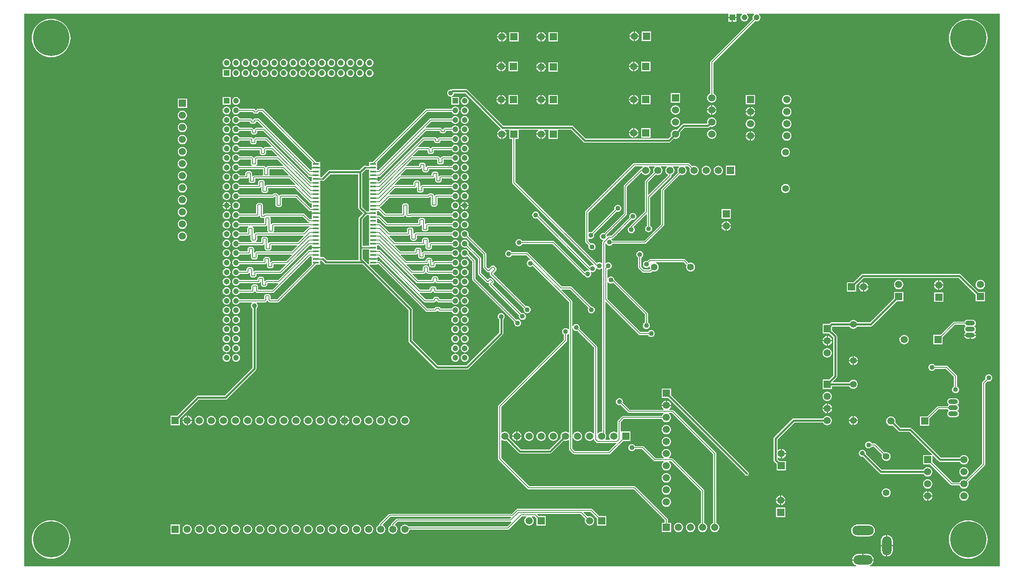
<source format=gbl>
G04*
G04 #@! TF.GenerationSoftware,Altium Limited,Altium Designer,18.1.6 (161)*
G04*
G04 Layer_Physical_Order=2*
G04 Layer_Color=16711680*
%FSLAX25Y25*%
%MOIN*%
G70*
G01*
G75*
%ADD41C,0.00800*%
%ADD42C,0.01500*%
%ADD44C,0.05512*%
%ADD45C,0.05906*%
%ADD46R,0.05906X0.05906*%
%ADD47R,0.05906X0.05906*%
%ADD48C,0.04724*%
%ADD49R,0.04724X0.04724*%
%ADD50R,0.04724X0.04724*%
%ADD51C,0.05906*%
%ADD52O,0.07874X0.15748*%
%ADD53O,0.15748X0.07874*%
%ADD54O,0.17717X0.07874*%
%ADD55O,0.07874X0.03937*%
%ADD56O,0.07874X0.03937*%
%ADD57C,0.30000*%
%ADD58C,0.04000*%
%ADD59R,0.05000X0.01476*%
%ADD60C,0.01100*%
G36*
X1053573Y101427D02*
X946180D01*
X946080Y101927D01*
X946927Y102278D01*
X947958Y103069D01*
X948750Y104101D01*
X949247Y105302D01*
X949351Y106091D01*
X940500D01*
X931649D01*
X931753Y105302D01*
X932250Y104101D01*
X933042Y103069D01*
X934073Y102278D01*
X934920Y101927D01*
X934820Y101427D01*
X247427D01*
X247427Y558573D01*
X829138D01*
Y556000D01*
X835862D01*
Y558573D01*
X840324D01*
X840494Y558073D01*
X840173Y557827D01*
X839651Y557145D01*
X839322Y556352D01*
X839210Y555500D01*
X839322Y554648D01*
X839651Y553855D01*
X840173Y553173D01*
X840855Y552650D01*
X841648Y552322D01*
X842500Y552210D01*
X843352Y552322D01*
X844145Y552650D01*
X844827Y553173D01*
X845350Y553855D01*
X845678Y554648D01*
X845790Y555500D01*
X845678Y556352D01*
X845350Y557145D01*
X844827Y557827D01*
X844506Y558073D01*
X844676Y558573D01*
X850324D01*
X850494Y558073D01*
X850173Y557827D01*
X849650Y557145D01*
X849322Y556352D01*
X849210Y555500D01*
X849322Y554648D01*
X849454Y554329D01*
X814563Y519437D01*
X814275Y519007D01*
X814174Y518500D01*
Y492621D01*
X813557Y492365D01*
X812752Y491748D01*
X812135Y490943D01*
X811746Y490006D01*
X811614Y489000D01*
X811746Y487994D01*
X812135Y487057D01*
X812752Y486252D01*
X813557Y485635D01*
X814494Y485246D01*
X815500Y485114D01*
X816506Y485246D01*
X817443Y485635D01*
X818248Y486252D01*
X818865Y487057D01*
X819254Y487994D01*
X819386Y489000D01*
X819254Y490006D01*
X818865Y490943D01*
X818248Y491748D01*
X817443Y492365D01*
X816825Y492621D01*
Y517951D01*
X851329Y552454D01*
X851648Y552322D01*
X852500Y552210D01*
X853352Y552322D01*
X854145Y552650D01*
X854827Y553173D01*
X855350Y553855D01*
X855678Y554648D01*
X855790Y555500D01*
X855678Y556352D01*
X855350Y557145D01*
X854827Y557827D01*
X854506Y558073D01*
X854676Y558573D01*
X1053573D01*
Y101427D01*
D02*
G37*
%LPC*%
G36*
X835862Y555000D02*
X833000D01*
Y552138D01*
X835862D01*
Y555000D01*
D02*
G37*
G36*
X832000D02*
X829138D01*
Y552138D01*
X832000D01*
Y555000D01*
D02*
G37*
G36*
X752000Y543921D02*
Y540500D01*
X755421D01*
X755351Y541032D01*
X754953Y541993D01*
X754319Y542819D01*
X753493Y543453D01*
X752532Y543851D01*
X752000Y543921D01*
D02*
G37*
G36*
X751000D02*
X750468Y543851D01*
X749507Y543453D01*
X748681Y542819D01*
X748047Y541993D01*
X747649Y541032D01*
X747579Y540500D01*
X751000D01*
Y543921D01*
D02*
G37*
G36*
X675000Y543421D02*
Y540000D01*
X678421D01*
X678351Y540532D01*
X677953Y541493D01*
X677319Y542319D01*
X676493Y542953D01*
X675532Y543351D01*
X675000Y543421D01*
D02*
G37*
G36*
X642500D02*
Y540000D01*
X645921D01*
X645851Y540532D01*
X645453Y541493D01*
X644819Y542319D01*
X643993Y542953D01*
X643032Y543351D01*
X642500Y543421D01*
D02*
G37*
G36*
X674000D02*
X673468Y543351D01*
X672507Y542953D01*
X671681Y542319D01*
X671047Y541493D01*
X670649Y540532D01*
X670579Y540000D01*
X674000D01*
Y543421D01*
D02*
G37*
G36*
X641500D02*
X640968Y543351D01*
X640007Y542953D01*
X639181Y542319D01*
X638547Y541493D01*
X638149Y540532D01*
X638079Y540000D01*
X641500D01*
Y543421D01*
D02*
G37*
G36*
X765353Y543853D02*
X757647D01*
Y536147D01*
X765353D01*
Y543853D01*
D02*
G37*
G36*
X755421Y539500D02*
X752000D01*
Y536079D01*
X752532Y536149D01*
X753493Y536547D01*
X754319Y537181D01*
X754953Y538007D01*
X755351Y538968D01*
X755421Y539500D01*
D02*
G37*
G36*
X751000D02*
X747579D01*
X747649Y538968D01*
X748047Y538007D01*
X748681Y537181D01*
X749507Y536547D01*
X750468Y536149D01*
X751000Y536079D01*
Y539500D01*
D02*
G37*
G36*
X688353Y543353D02*
X680647D01*
Y535647D01*
X688353D01*
Y543353D01*
D02*
G37*
G36*
X655853D02*
X648147D01*
Y535647D01*
X655853D01*
Y543353D01*
D02*
G37*
G36*
X678421Y539000D02*
X675000D01*
Y535579D01*
X675532Y535649D01*
X676493Y536047D01*
X677319Y536681D01*
X677953Y537507D01*
X678351Y538468D01*
X678421Y539000D01*
D02*
G37*
G36*
X645921D02*
X642500D01*
Y535579D01*
X643032Y535649D01*
X643993Y536047D01*
X644819Y536681D01*
X645453Y537507D01*
X645851Y538468D01*
X645921Y539000D01*
D02*
G37*
G36*
X674000D02*
X670579D01*
X670649Y538468D01*
X671047Y537507D01*
X671681Y536681D01*
X672507Y536047D01*
X673468Y535649D01*
X674000Y535579D01*
Y539000D01*
D02*
G37*
G36*
X641500D02*
X638079D01*
X638149Y538468D01*
X638547Y537507D01*
X639181Y536681D01*
X640007Y536047D01*
X640968Y535649D01*
X641500Y535579D01*
Y539000D01*
D02*
G37*
G36*
X1027500Y554449D02*
X1025005Y554253D01*
X1022571Y553669D01*
X1020259Y552711D01*
X1018125Y551403D01*
X1016222Y549778D01*
X1014597Y547875D01*
X1013289Y545741D01*
X1012331Y543429D01*
X1011747Y540995D01*
X1011551Y538500D01*
X1011747Y536005D01*
X1012331Y533571D01*
X1013289Y531259D01*
X1014597Y529125D01*
X1016222Y527222D01*
X1018125Y525597D01*
X1020259Y524289D01*
X1022571Y523331D01*
X1025005Y522747D01*
X1027500Y522551D01*
X1029995Y522747D01*
X1032429Y523331D01*
X1034741Y524289D01*
X1036875Y525597D01*
X1038778Y527222D01*
X1040403Y529125D01*
X1041711Y531259D01*
X1042669Y533571D01*
X1043253Y536005D01*
X1043449Y538500D01*
X1043253Y540995D01*
X1042669Y543429D01*
X1041711Y545741D01*
X1040403Y547875D01*
X1038778Y549778D01*
X1036875Y551403D01*
X1034741Y552711D01*
X1032429Y553669D01*
X1029995Y554253D01*
X1027500Y554449D01*
D02*
G37*
G36*
X269500D02*
X267005Y554253D01*
X264571Y553669D01*
X262259Y552711D01*
X260125Y551403D01*
X258222Y549778D01*
X256597Y547875D01*
X255289Y545741D01*
X254331Y543429D01*
X253747Y540995D01*
X253551Y538500D01*
X253747Y536005D01*
X254331Y533571D01*
X255289Y531259D01*
X256597Y529125D01*
X258222Y527222D01*
X260125Y525597D01*
X262259Y524289D01*
X264571Y523331D01*
X267005Y522747D01*
X269500Y522551D01*
X271995Y522747D01*
X274429Y523331D01*
X276741Y524289D01*
X278875Y525597D01*
X280778Y527222D01*
X282403Y529125D01*
X283711Y531259D01*
X284669Y533571D01*
X285253Y536005D01*
X285449Y538500D01*
X285253Y540995D01*
X284669Y543429D01*
X283711Y545741D01*
X282403Y547875D01*
X280778Y549778D01*
X278875Y551403D01*
X276741Y552711D01*
X274429Y553669D01*
X271995Y554253D01*
X269500Y554449D01*
D02*
G37*
G36*
X751500Y518921D02*
Y515500D01*
X754921D01*
X754851Y516032D01*
X754453Y516993D01*
X753819Y517819D01*
X752993Y518453D01*
X752032Y518851D01*
X751500Y518921D01*
D02*
G37*
G36*
X642000D02*
Y515500D01*
X645421D01*
X645351Y516032D01*
X644953Y516993D01*
X644319Y517819D01*
X643493Y518453D01*
X642532Y518851D01*
X642000Y518921D01*
D02*
G37*
G36*
X641000D02*
X640468Y518851D01*
X639507Y518453D01*
X638681Y517819D01*
X638047Y516993D01*
X637649Y516032D01*
X637579Y515500D01*
X641000D01*
Y518921D01*
D02*
G37*
G36*
X750500D02*
X749968Y518851D01*
X749007Y518453D01*
X748181Y517819D01*
X747547Y516993D01*
X747149Y516032D01*
X747079Y515500D01*
X750500D01*
Y518921D01*
D02*
G37*
G36*
X675000Y518421D02*
Y515000D01*
X678421D01*
X678351Y515532D01*
X677953Y516493D01*
X677319Y517319D01*
X676493Y517953D01*
X675532Y518351D01*
X675000Y518421D01*
D02*
G37*
G36*
X674000D02*
X673468Y518351D01*
X672507Y517953D01*
X671681Y517319D01*
X671047Y516493D01*
X670649Y515532D01*
X670579Y515000D01*
X674000D01*
Y518421D01*
D02*
G37*
G36*
X532634Y521282D02*
X531782Y521170D01*
X530989Y520842D01*
X530307Y520319D01*
X529784Y519637D01*
X529456Y518844D01*
X529344Y517992D01*
X529456Y517141D01*
X529784Y516347D01*
X530307Y515666D01*
X530989Y515143D01*
X531782Y514814D01*
X532634Y514702D01*
X533485Y514814D01*
X534279Y515143D01*
X534960Y515666D01*
X535483Y516347D01*
X535812Y517141D01*
X535924Y517992D01*
X535812Y518844D01*
X535483Y519637D01*
X534960Y520319D01*
X534279Y520842D01*
X533485Y521170D01*
X532634Y521282D01*
D02*
G37*
G36*
X524760D02*
X523908Y521170D01*
X523115Y520842D01*
X522433Y520319D01*
X521910Y519637D01*
X521582Y518844D01*
X521469Y517992D01*
X521582Y517141D01*
X521910Y516347D01*
X522433Y515666D01*
X523115Y515143D01*
X523908Y514814D01*
X524760Y514702D01*
X525611Y514814D01*
X526405Y515143D01*
X527086Y515666D01*
X527609Y516347D01*
X527938Y517141D01*
X528050Y517992D01*
X527938Y518844D01*
X527609Y519637D01*
X527086Y520319D01*
X526405Y520842D01*
X525611Y521170D01*
X524760Y521282D01*
D02*
G37*
G36*
X516886D02*
X516034Y521170D01*
X515241Y520842D01*
X514559Y520319D01*
X514036Y519637D01*
X513708Y518844D01*
X513595Y517992D01*
X513708Y517141D01*
X514036Y516347D01*
X514559Y515666D01*
X515241Y515143D01*
X516034Y514814D01*
X516886Y514702D01*
X517737Y514814D01*
X518531Y515143D01*
X519212Y515666D01*
X519735Y516347D01*
X520064Y517141D01*
X520176Y517992D01*
X520064Y518844D01*
X519735Y519637D01*
X519212Y520319D01*
X518531Y520842D01*
X517737Y521170D01*
X516886Y521282D01*
D02*
G37*
G36*
X509012D02*
X508160Y521170D01*
X507367Y520842D01*
X506685Y520319D01*
X506162Y519637D01*
X505834Y518844D01*
X505722Y517992D01*
X505834Y517141D01*
X506162Y516347D01*
X506685Y515666D01*
X507367Y515143D01*
X508160Y514814D01*
X509012Y514702D01*
X509863Y514814D01*
X510657Y515143D01*
X511338Y515666D01*
X511861Y516347D01*
X512190Y517141D01*
X512302Y517992D01*
X512190Y518844D01*
X511861Y519637D01*
X511338Y520319D01*
X510657Y520842D01*
X509863Y521170D01*
X509012Y521282D01*
D02*
G37*
G36*
X501138D02*
X500286Y521170D01*
X499493Y520842D01*
X498811Y520319D01*
X498288Y519637D01*
X497960Y518844D01*
X497848Y517992D01*
X497960Y517141D01*
X498288Y516347D01*
X498811Y515666D01*
X499493Y515143D01*
X500286Y514814D01*
X501138Y514702D01*
X501989Y514814D01*
X502783Y515143D01*
X503464Y515666D01*
X503987Y516347D01*
X504316Y517141D01*
X504428Y517992D01*
X504316Y518844D01*
X503987Y519637D01*
X503464Y520319D01*
X502783Y520842D01*
X501989Y521170D01*
X501138Y521282D01*
D02*
G37*
G36*
X493264D02*
X492412Y521170D01*
X491618Y520842D01*
X490937Y520319D01*
X490414Y519637D01*
X490085Y518844D01*
X489973Y517992D01*
X490085Y517141D01*
X490414Y516347D01*
X490937Y515666D01*
X491618Y515143D01*
X492412Y514814D01*
X493264Y514702D01*
X494115Y514814D01*
X494909Y515143D01*
X495590Y515666D01*
X496113Y516347D01*
X496442Y517141D01*
X496554Y517992D01*
X496442Y518844D01*
X496113Y519637D01*
X495590Y520319D01*
X494909Y520842D01*
X494115Y521170D01*
X493264Y521282D01*
D02*
G37*
G36*
X485390D02*
X484538Y521170D01*
X483744Y520842D01*
X483063Y520319D01*
X482540Y519637D01*
X482211Y518844D01*
X482099Y517992D01*
X482211Y517141D01*
X482540Y516347D01*
X483063Y515666D01*
X483744Y515143D01*
X484538Y514814D01*
X485390Y514702D01*
X486241Y514814D01*
X487035Y515143D01*
X487716Y515666D01*
X488239Y516347D01*
X488568Y517141D01*
X488680Y517992D01*
X488568Y518844D01*
X488239Y519637D01*
X487716Y520319D01*
X487035Y520842D01*
X486241Y521170D01*
X485390Y521282D01*
D02*
G37*
G36*
X477516D02*
X476664Y521170D01*
X475870Y520842D01*
X475189Y520319D01*
X474666Y519637D01*
X474337Y518844D01*
X474225Y517992D01*
X474337Y517141D01*
X474666Y516347D01*
X475189Y515666D01*
X475870Y515143D01*
X476664Y514814D01*
X477516Y514702D01*
X478367Y514814D01*
X479161Y515143D01*
X479842Y515666D01*
X480365Y516347D01*
X480694Y517141D01*
X480806Y517992D01*
X480694Y518844D01*
X480365Y519637D01*
X479842Y520319D01*
X479161Y520842D01*
X478367Y521170D01*
X477516Y521282D01*
D02*
G37*
G36*
X469642D02*
X468790Y521170D01*
X467996Y520842D01*
X467315Y520319D01*
X466792Y519637D01*
X466463Y518844D01*
X466351Y517992D01*
X466463Y517141D01*
X466792Y516347D01*
X467315Y515666D01*
X467996Y515143D01*
X468790Y514814D01*
X469642Y514702D01*
X470493Y514814D01*
X471287Y515143D01*
X471968Y515666D01*
X472491Y516347D01*
X472820Y517141D01*
X472932Y517992D01*
X472820Y518844D01*
X472491Y519637D01*
X471968Y520319D01*
X471287Y520842D01*
X470493Y521170D01*
X469642Y521282D01*
D02*
G37*
G36*
X461768D02*
X460916Y521170D01*
X460122Y520842D01*
X459441Y520319D01*
X458918Y519637D01*
X458589Y518844D01*
X458477Y517992D01*
X458589Y517141D01*
X458918Y516347D01*
X459441Y515666D01*
X460122Y515143D01*
X460916Y514814D01*
X461768Y514702D01*
X462619Y514814D01*
X463413Y515143D01*
X464094Y515666D01*
X464617Y516347D01*
X464946Y517141D01*
X465058Y517992D01*
X464946Y518844D01*
X464617Y519637D01*
X464094Y520319D01*
X463413Y520842D01*
X462619Y521170D01*
X461768Y521282D01*
D02*
G37*
G36*
X453894D02*
X453042Y521170D01*
X452248Y520842D01*
X451567Y520319D01*
X451044Y519637D01*
X450715Y518844D01*
X450603Y517992D01*
X450715Y517141D01*
X451044Y516347D01*
X451567Y515666D01*
X452248Y515143D01*
X453042Y514814D01*
X453894Y514702D01*
X454745Y514814D01*
X455539Y515143D01*
X456220Y515666D01*
X456743Y516347D01*
X457072Y517141D01*
X457184Y517992D01*
X457072Y518844D01*
X456743Y519637D01*
X456220Y520319D01*
X455539Y520842D01*
X454745Y521170D01*
X453894Y521282D01*
D02*
G37*
G36*
X446020D02*
X445168Y521170D01*
X444374Y520842D01*
X443693Y520319D01*
X443170Y519637D01*
X442841Y518844D01*
X442729Y517992D01*
X442841Y517141D01*
X443170Y516347D01*
X443693Y515666D01*
X444374Y515143D01*
X445168Y514814D01*
X446020Y514702D01*
X446871Y514814D01*
X447665Y515143D01*
X448346Y515666D01*
X448869Y516347D01*
X449198Y517141D01*
X449310Y517992D01*
X449198Y518844D01*
X448869Y519637D01*
X448346Y520319D01*
X447665Y520842D01*
X446871Y521170D01*
X446020Y521282D01*
D02*
G37*
G36*
X438146D02*
X437294Y521170D01*
X436500Y520842D01*
X435819Y520319D01*
X435296Y519637D01*
X434967Y518844D01*
X434855Y517992D01*
X434967Y517141D01*
X435296Y516347D01*
X435819Y515666D01*
X436500Y515143D01*
X437294Y514814D01*
X438146Y514702D01*
X438997Y514814D01*
X439791Y515143D01*
X440472Y515666D01*
X440995Y516347D01*
X441324Y517141D01*
X441436Y517992D01*
X441324Y518844D01*
X440995Y519637D01*
X440472Y520319D01*
X439791Y520842D01*
X438997Y521170D01*
X438146Y521282D01*
D02*
G37*
G36*
X430272D02*
X429420Y521170D01*
X428626Y520842D01*
X427945Y520319D01*
X427422Y519637D01*
X427093Y518844D01*
X426981Y517992D01*
X427093Y517141D01*
X427422Y516347D01*
X427945Y515666D01*
X428626Y515143D01*
X429420Y514814D01*
X430272Y514702D01*
X431123Y514814D01*
X431917Y515143D01*
X432598Y515666D01*
X433121Y516347D01*
X433450Y517141D01*
X433562Y517992D01*
X433450Y518844D01*
X433121Y519637D01*
X432598Y520319D01*
X431917Y520842D01*
X431123Y521170D01*
X430272Y521282D01*
D02*
G37*
G36*
X422398D02*
X421546Y521170D01*
X420752Y520842D01*
X420071Y520319D01*
X419548Y519637D01*
X419219Y518844D01*
X419107Y517992D01*
X419219Y517141D01*
X419548Y516347D01*
X420071Y515666D01*
X420752Y515143D01*
X421546Y514814D01*
X422398Y514702D01*
X423249Y514814D01*
X424043Y515143D01*
X424724Y515666D01*
X425247Y516347D01*
X425576Y517141D01*
X425688Y517992D01*
X425576Y518844D01*
X425247Y519637D01*
X424724Y520319D01*
X424043Y520842D01*
X423249Y521170D01*
X422398Y521282D01*
D02*
G37*
G36*
X414524D02*
X413672Y521170D01*
X412878Y520842D01*
X412197Y520319D01*
X411674Y519637D01*
X411345Y518844D01*
X411233Y517992D01*
X411345Y517141D01*
X411674Y516347D01*
X412197Y515666D01*
X412878Y515143D01*
X413672Y514814D01*
X414524Y514702D01*
X415375Y514814D01*
X416169Y515143D01*
X416850Y515666D01*
X417373Y516347D01*
X417702Y517141D01*
X417814Y517992D01*
X417702Y518844D01*
X417373Y519637D01*
X416850Y520319D01*
X416169Y520842D01*
X415375Y521170D01*
X414524Y521282D01*
D02*
G37*
G36*
X764853Y518853D02*
X757147D01*
Y511147D01*
X764853D01*
Y518853D01*
D02*
G37*
G36*
X655353D02*
X647647D01*
Y511147D01*
X655353D01*
Y518853D01*
D02*
G37*
G36*
X754921Y514500D02*
X751500D01*
Y511079D01*
X752032Y511149D01*
X752993Y511547D01*
X753819Y512181D01*
X754453Y513007D01*
X754851Y513968D01*
X754921Y514500D01*
D02*
G37*
G36*
X645421D02*
X642000D01*
Y511079D01*
X642532Y511149D01*
X643493Y511547D01*
X644319Y512181D01*
X644953Y513007D01*
X645351Y513968D01*
X645421Y514500D01*
D02*
G37*
G36*
X750500D02*
X747079D01*
X747149Y513968D01*
X747547Y513007D01*
X748181Y512181D01*
X749007Y511547D01*
X749968Y511149D01*
X750500Y511079D01*
Y514500D01*
D02*
G37*
G36*
X641000D02*
X637579D01*
X637649Y513968D01*
X638047Y513007D01*
X638681Y512181D01*
X639507Y511547D01*
X640468Y511149D01*
X641000Y511079D01*
Y514500D01*
D02*
G37*
G36*
X688353Y518353D02*
X680647D01*
Y510647D01*
X688353D01*
Y518353D01*
D02*
G37*
G36*
X678421Y514000D02*
X675000D01*
Y510579D01*
X675532Y510649D01*
X676493Y511047D01*
X677319Y511681D01*
X677953Y512507D01*
X678351Y513468D01*
X678421Y514000D01*
D02*
G37*
G36*
X674000D02*
X670579D01*
X670649Y513468D01*
X671047Y512507D01*
X671681Y511681D01*
X672507Y511047D01*
X673468Y510649D01*
X674000Y510579D01*
Y514000D01*
D02*
G37*
G36*
X417786Y512758D02*
X411261D01*
Y506234D01*
X417786D01*
Y512758D01*
D02*
G37*
G36*
X532634Y512786D02*
X531782Y512674D01*
X530989Y512346D01*
X530307Y511823D01*
X529784Y511141D01*
X529456Y510348D01*
X529344Y509496D01*
X529456Y508645D01*
X529784Y507851D01*
X530307Y507170D01*
X530989Y506647D01*
X531782Y506318D01*
X532634Y506206D01*
X533485Y506318D01*
X534279Y506647D01*
X534960Y507170D01*
X535483Y507851D01*
X535812Y508645D01*
X535924Y509496D01*
X535812Y510348D01*
X535483Y511141D01*
X534960Y511823D01*
X534279Y512346D01*
X533485Y512674D01*
X532634Y512786D01*
D02*
G37*
G36*
X524760D02*
X523908Y512674D01*
X523115Y512346D01*
X522433Y511823D01*
X521910Y511141D01*
X521582Y510348D01*
X521469Y509496D01*
X521582Y508645D01*
X521910Y507851D01*
X522433Y507170D01*
X523115Y506647D01*
X523908Y506318D01*
X524760Y506206D01*
X525611Y506318D01*
X526405Y506647D01*
X527086Y507170D01*
X527609Y507851D01*
X527938Y508645D01*
X528050Y509496D01*
X527938Y510348D01*
X527609Y511141D01*
X527086Y511823D01*
X526405Y512346D01*
X525611Y512674D01*
X524760Y512786D01*
D02*
G37*
G36*
X516886D02*
X516034Y512674D01*
X515241Y512346D01*
X514559Y511823D01*
X514036Y511141D01*
X513708Y510348D01*
X513595Y509496D01*
X513708Y508645D01*
X514036Y507851D01*
X514559Y507170D01*
X515241Y506647D01*
X516034Y506318D01*
X516886Y506206D01*
X517737Y506318D01*
X518531Y506647D01*
X519212Y507170D01*
X519735Y507851D01*
X520064Y508645D01*
X520176Y509496D01*
X520064Y510348D01*
X519735Y511141D01*
X519212Y511823D01*
X518531Y512346D01*
X517737Y512674D01*
X516886Y512786D01*
D02*
G37*
G36*
X509012D02*
X508160Y512674D01*
X507367Y512346D01*
X506685Y511823D01*
X506162Y511141D01*
X505834Y510348D01*
X505722Y509496D01*
X505834Y508645D01*
X506162Y507851D01*
X506685Y507170D01*
X507367Y506647D01*
X508160Y506318D01*
X509012Y506206D01*
X509863Y506318D01*
X510657Y506647D01*
X511338Y507170D01*
X511861Y507851D01*
X512190Y508645D01*
X512302Y509496D01*
X512190Y510348D01*
X511861Y511141D01*
X511338Y511823D01*
X510657Y512346D01*
X509863Y512674D01*
X509012Y512786D01*
D02*
G37*
G36*
X501138D02*
X500286Y512674D01*
X499493Y512346D01*
X498811Y511823D01*
X498288Y511141D01*
X497960Y510348D01*
X497848Y509496D01*
X497960Y508645D01*
X498288Y507851D01*
X498811Y507170D01*
X499493Y506647D01*
X500286Y506318D01*
X501138Y506206D01*
X501989Y506318D01*
X502783Y506647D01*
X503464Y507170D01*
X503987Y507851D01*
X504316Y508645D01*
X504428Y509496D01*
X504316Y510348D01*
X503987Y511141D01*
X503464Y511823D01*
X502783Y512346D01*
X501989Y512674D01*
X501138Y512786D01*
D02*
G37*
G36*
X493264D02*
X492412Y512674D01*
X491618Y512346D01*
X490937Y511823D01*
X490414Y511141D01*
X490085Y510348D01*
X489973Y509496D01*
X490085Y508645D01*
X490414Y507851D01*
X490937Y507170D01*
X491618Y506647D01*
X492412Y506318D01*
X493264Y506206D01*
X494115Y506318D01*
X494909Y506647D01*
X495590Y507170D01*
X496113Y507851D01*
X496442Y508645D01*
X496554Y509496D01*
X496442Y510348D01*
X496113Y511141D01*
X495590Y511823D01*
X494909Y512346D01*
X494115Y512674D01*
X493264Y512786D01*
D02*
G37*
G36*
X485390D02*
X484538Y512674D01*
X483744Y512346D01*
X483063Y511823D01*
X482540Y511141D01*
X482211Y510348D01*
X482099Y509496D01*
X482211Y508645D01*
X482540Y507851D01*
X483063Y507170D01*
X483744Y506647D01*
X484538Y506318D01*
X485390Y506206D01*
X486241Y506318D01*
X487035Y506647D01*
X487716Y507170D01*
X488239Y507851D01*
X488568Y508645D01*
X488680Y509496D01*
X488568Y510348D01*
X488239Y511141D01*
X487716Y511823D01*
X487035Y512346D01*
X486241Y512674D01*
X485390Y512786D01*
D02*
G37*
G36*
X477516D02*
X476664Y512674D01*
X475870Y512346D01*
X475189Y511823D01*
X474666Y511141D01*
X474337Y510348D01*
X474225Y509496D01*
X474337Y508645D01*
X474666Y507851D01*
X475189Y507170D01*
X475870Y506647D01*
X476664Y506318D01*
X477516Y506206D01*
X478367Y506318D01*
X479161Y506647D01*
X479842Y507170D01*
X480365Y507851D01*
X480694Y508645D01*
X480806Y509496D01*
X480694Y510348D01*
X480365Y511141D01*
X479842Y511823D01*
X479161Y512346D01*
X478367Y512674D01*
X477516Y512786D01*
D02*
G37*
G36*
X469642D02*
X468790Y512674D01*
X467996Y512346D01*
X467315Y511823D01*
X466792Y511141D01*
X466463Y510348D01*
X466351Y509496D01*
X466463Y508645D01*
X466792Y507851D01*
X467315Y507170D01*
X467996Y506647D01*
X468790Y506318D01*
X469642Y506206D01*
X470493Y506318D01*
X471287Y506647D01*
X471968Y507170D01*
X472491Y507851D01*
X472820Y508645D01*
X472932Y509496D01*
X472820Y510348D01*
X472491Y511141D01*
X471968Y511823D01*
X471287Y512346D01*
X470493Y512674D01*
X469642Y512786D01*
D02*
G37*
G36*
X461768D02*
X460916Y512674D01*
X460122Y512346D01*
X459441Y511823D01*
X458918Y511141D01*
X458589Y510348D01*
X458477Y509496D01*
X458589Y508645D01*
X458918Y507851D01*
X459441Y507170D01*
X460122Y506647D01*
X460916Y506318D01*
X461768Y506206D01*
X462619Y506318D01*
X463413Y506647D01*
X464094Y507170D01*
X464617Y507851D01*
X464946Y508645D01*
X465058Y509496D01*
X464946Y510348D01*
X464617Y511141D01*
X464094Y511823D01*
X463413Y512346D01*
X462619Y512674D01*
X461768Y512786D01*
D02*
G37*
G36*
X453894D02*
X453042Y512674D01*
X452248Y512346D01*
X451567Y511823D01*
X451044Y511141D01*
X450715Y510348D01*
X450603Y509496D01*
X450715Y508645D01*
X451044Y507851D01*
X451567Y507170D01*
X452248Y506647D01*
X453042Y506318D01*
X453894Y506206D01*
X454745Y506318D01*
X455539Y506647D01*
X456220Y507170D01*
X456743Y507851D01*
X457072Y508645D01*
X457184Y509496D01*
X457072Y510348D01*
X456743Y511141D01*
X456220Y511823D01*
X455539Y512346D01*
X454745Y512674D01*
X453894Y512786D01*
D02*
G37*
G36*
X446020D02*
X445168Y512674D01*
X444374Y512346D01*
X443693Y511823D01*
X443170Y511141D01*
X442841Y510348D01*
X442729Y509496D01*
X442841Y508645D01*
X443170Y507851D01*
X443693Y507170D01*
X444374Y506647D01*
X445168Y506318D01*
X446020Y506206D01*
X446871Y506318D01*
X447665Y506647D01*
X448346Y507170D01*
X448869Y507851D01*
X449198Y508645D01*
X449310Y509496D01*
X449198Y510348D01*
X448869Y511141D01*
X448346Y511823D01*
X447665Y512346D01*
X446871Y512674D01*
X446020Y512786D01*
D02*
G37*
G36*
X438146D02*
X437294Y512674D01*
X436500Y512346D01*
X435819Y511823D01*
X435296Y511141D01*
X434967Y510348D01*
X434855Y509496D01*
X434967Y508645D01*
X435296Y507851D01*
X435819Y507170D01*
X436500Y506647D01*
X437294Y506318D01*
X438146Y506206D01*
X438997Y506318D01*
X439791Y506647D01*
X440472Y507170D01*
X440995Y507851D01*
X441324Y508645D01*
X441436Y509496D01*
X441324Y510348D01*
X440995Y511141D01*
X440472Y511823D01*
X439791Y512346D01*
X438997Y512674D01*
X438146Y512786D01*
D02*
G37*
G36*
X430272D02*
X429420Y512674D01*
X428626Y512346D01*
X427945Y511823D01*
X427422Y511141D01*
X427093Y510348D01*
X426981Y509496D01*
X427093Y508645D01*
X427422Y507851D01*
X427945Y507170D01*
X428626Y506647D01*
X429420Y506318D01*
X430272Y506206D01*
X431123Y506318D01*
X431917Y506647D01*
X432598Y507170D01*
X433121Y507851D01*
X433450Y508645D01*
X433562Y509496D01*
X433450Y510348D01*
X433121Y511141D01*
X432598Y511823D01*
X431917Y512346D01*
X431123Y512674D01*
X430272Y512786D01*
D02*
G37*
G36*
X422398D02*
X421546Y512674D01*
X420752Y512346D01*
X420071Y511823D01*
X419548Y511141D01*
X419219Y510348D01*
X419107Y509496D01*
X419219Y508645D01*
X419548Y507851D01*
X420071Y507170D01*
X420752Y506647D01*
X421546Y506318D01*
X422398Y506206D01*
X423249Y506318D01*
X424043Y506647D01*
X424724Y507170D01*
X425247Y507851D01*
X425576Y508645D01*
X425688Y509496D01*
X425576Y510348D01*
X425247Y511141D01*
X424724Y511823D01*
X424043Y512346D01*
X423249Y512674D01*
X422398Y512786D01*
D02*
G37*
G36*
X612496Y496182D02*
X601200D01*
X600556Y496054D01*
X600254Y495852D01*
X599700Y495925D01*
X598943Y495825D01*
X598238Y495533D01*
X597632Y495068D01*
X597167Y494462D01*
X596875Y493757D01*
X596775Y493000D01*
X596875Y492243D01*
X597167Y491538D01*
X597632Y490932D01*
X598238Y490467D01*
X598943Y490175D01*
X599700Y490075D01*
X599879Y490098D01*
X600238Y489642D01*
Y483234D01*
X606762D01*
Y489758D01*
X600758D01*
X600659Y490258D01*
X601162Y490467D01*
X601768Y490932D01*
X602233Y491538D01*
X602525Y492243D01*
X602601Y492818D01*
X611799D01*
X641227Y463389D01*
X641048Y462861D01*
X640968Y462851D01*
X640007Y462453D01*
X639181Y461819D01*
X638547Y460993D01*
X638149Y460032D01*
X638079Y459500D01*
X642000D01*
X645921D01*
X645851Y460032D01*
X645453Y460993D01*
X644819Y461819D01*
X644300Y462218D01*
X644469Y462718D01*
X648147D01*
Y455147D01*
X650674D01*
Y418800D01*
X650775Y418293D01*
X651063Y417863D01*
X717844Y351081D01*
X717611Y350608D01*
X717085Y350677D01*
X716328Y350577D01*
X715623Y350285D01*
X715017Y349820D01*
X714583Y349792D01*
X672860Y391514D01*
X672925Y392008D01*
X672825Y392765D01*
X672533Y393471D01*
X672068Y394076D01*
X671462Y394541D01*
X670757Y394833D01*
X670000Y394933D01*
X669243Y394833D01*
X668538Y394541D01*
X667932Y394076D01*
X667467Y393471D01*
X667175Y392765D01*
X667075Y392008D01*
X667175Y391251D01*
X667467Y390546D01*
X667932Y389940D01*
X668538Y389475D01*
X669243Y389183D01*
X670000Y389083D01*
X670757Y389183D01*
X671242Y389384D01*
X713811Y346815D01*
X714170Y346575D01*
X714190Y346487D01*
X713761Y346126D01*
X713757Y346125D01*
X713000Y346225D01*
X712243Y346125D01*
X711538Y345833D01*
X710932Y345368D01*
X710893Y345318D01*
X710394Y345285D01*
X685542Y370137D01*
X685112Y370425D01*
X684605Y370526D01*
X658890D01*
X658833Y370662D01*
X658368Y371268D01*
X657762Y371733D01*
X657057Y372025D01*
X656300Y372125D01*
X655543Y372025D01*
X654838Y371733D01*
X654232Y371268D01*
X653767Y370662D01*
X653475Y369957D01*
X653375Y369200D01*
X653475Y368443D01*
X653767Y367738D01*
X654232Y367132D01*
X654838Y366667D01*
X655543Y366375D01*
X656300Y366275D01*
X657057Y366375D01*
X657762Y366667D01*
X658368Y367132D01*
X658833Y367738D01*
X658890Y367875D01*
X684056D01*
X709567Y342363D01*
X709997Y342075D01*
X710402Y341995D01*
X710467Y341838D01*
X710932Y341232D01*
X711538Y340767D01*
X712243Y340475D01*
X713000Y340375D01*
X713757Y340475D01*
X714463Y340767D01*
X715068Y341232D01*
X715533Y341838D01*
X715825Y342543D01*
X715925Y343300D01*
X715825Y344057D01*
X715557Y344705D01*
X715653Y344873D01*
X715902Y345103D01*
X716328Y344927D01*
X717085Y344827D01*
X717842Y344927D01*
X718547Y345219D01*
X719153Y345684D01*
X719618Y346289D01*
X719910Y346995D01*
X720007Y347727D01*
X720206Y347865D01*
X720233Y347880D01*
X720488Y347951D01*
X721037Y347530D01*
X721743Y347238D01*
X721752Y347236D01*
X721993Y347075D01*
X722500Y346974D01*
X723007Y347075D01*
X723248Y347236D01*
X723257Y347238D01*
X723962Y347530D01*
X724423Y347883D01*
X724923Y347684D01*
X724923Y213210D01*
X724547Y212880D01*
X724500Y212886D01*
X723494Y212754D01*
X722557Y212365D01*
X721752Y211748D01*
X721325Y211192D01*
X720825Y211361D01*
Y283000D01*
X720725Y283507D01*
X720437Y283937D01*
X706269Y298106D01*
X706325Y298243D01*
X706425Y299000D01*
X706325Y299757D01*
X706033Y300463D01*
X705568Y301068D01*
X704962Y301533D01*
X704257Y301825D01*
X703500Y301925D01*
X702743Y301825D01*
X702037Y301533D01*
X701432Y301068D01*
X700967Y300463D01*
X700675Y299757D01*
X700626Y299383D01*
X700126Y299416D01*
Y320631D01*
X700025Y321139D01*
X699737Y321569D01*
X691331Y329975D01*
X691538Y330474D01*
X698251D01*
X713548Y315177D01*
X713467Y315071D01*
X713175Y314365D01*
X713075Y313608D01*
X713175Y312851D01*
X713467Y312146D01*
X713932Y311540D01*
X714537Y311075D01*
X715243Y310783D01*
X716000Y310683D01*
X716757Y310783D01*
X717462Y311075D01*
X718068Y311540D01*
X718533Y312146D01*
X718825Y312851D01*
X718925Y313608D01*
X718825Y314365D01*
X718533Y315071D01*
X718068Y315676D01*
X717462Y316141D01*
X716757Y316434D01*
X716000Y316533D01*
X715948Y316526D01*
X699737Y332737D01*
X699307Y333025D01*
X698800Y333125D01*
X691549D01*
X663737Y360937D01*
X663307Y361225D01*
X662800Y361326D01*
X650290D01*
X650233Y361462D01*
X649768Y362068D01*
X649162Y362533D01*
X648457Y362825D01*
X647700Y362925D01*
X646943Y362825D01*
X646238Y362533D01*
X645632Y362068D01*
X645167Y361462D01*
X644875Y360757D01*
X644775Y360000D01*
X644875Y359243D01*
X645167Y358538D01*
X645632Y357932D01*
X646238Y357467D01*
X646943Y357175D01*
X647700Y357075D01*
X648457Y357175D01*
X649162Y357467D01*
X649768Y357932D01*
X650233Y358538D01*
X650290Y358675D01*
X662251D01*
X665487Y355438D01*
X665290Y354929D01*
X664743Y354857D01*
X664038Y354564D01*
X663432Y354100D01*
X662967Y353494D01*
X662675Y352788D01*
X662575Y352031D01*
X662675Y351274D01*
X662967Y350569D01*
X663432Y349963D01*
X664038Y349498D01*
X664743Y349206D01*
X665500Y349106D01*
X666257Y349206D01*
X666962Y349498D01*
X667568Y349963D01*
X667592Y349965D01*
X697474Y320082D01*
Y297537D01*
X696975Y297367D01*
X696820Y297568D01*
X696214Y298033D01*
X695509Y298325D01*
X694752Y298425D01*
X693995Y298325D01*
X693289Y298033D01*
X692684Y297568D01*
X692219Y296962D01*
X691926Y296257D01*
X691827Y295500D01*
X691926Y294743D01*
X692219Y294038D01*
X692684Y293432D01*
X693289Y292967D01*
X693426Y292910D01*
Y288801D01*
X639263Y234637D01*
X638975Y234207D01*
X638874Y233700D01*
Y190300D01*
X638975Y189793D01*
X639263Y189363D01*
X663363Y165263D01*
X663793Y164975D01*
X664300Y164874D01*
X751151D01*
X776675Y139351D01*
Y137353D01*
X774147D01*
Y129647D01*
X781853D01*
Y137353D01*
X779325D01*
Y139900D01*
X779225Y140407D01*
X778937Y140837D01*
X752637Y167137D01*
X752207Y167425D01*
X751700Y167525D01*
X664849D01*
X641526Y190849D01*
Y205796D01*
X642026Y206043D01*
X642557Y205635D01*
X643494Y205246D01*
X644500Y205114D01*
X645506Y205246D01*
X645766Y205354D01*
X655910Y195210D01*
X656456Y194846D01*
X657100Y194718D01*
X681900D01*
X682544Y194846D01*
X683090Y195210D01*
X693234Y205354D01*
X693494Y205246D01*
X694500Y205114D01*
X695506Y205246D01*
X696443Y205635D01*
X696975Y206043D01*
X697474Y205796D01*
Y198400D01*
X697575Y197893D01*
X697863Y197463D01*
X701063Y194263D01*
X701493Y193975D01*
X702000Y193875D01*
X730700D01*
X731207Y193975D01*
X731637Y194263D01*
X742522Y205147D01*
X748353D01*
Y212853D01*
X740647D01*
Y207478D01*
X740625Y207464D01*
X740126Y207731D01*
Y220351D01*
X742949Y223175D01*
X774379D01*
X774635Y222557D01*
X775252Y221752D01*
X776057Y221135D01*
X776994Y220746D01*
X778000Y220614D01*
X779006Y220746D01*
X779943Y221135D01*
X780748Y221752D01*
X781365Y222557D01*
X781754Y223494D01*
X781886Y224500D01*
X781754Y225506D01*
X781365Y226443D01*
X780748Y227248D01*
X780192Y227675D01*
X780361Y228174D01*
X782551D01*
X816675Y194051D01*
Y137121D01*
X816057Y136865D01*
X815252Y136248D01*
X814635Y135443D01*
X814246Y134506D01*
X814114Y133500D01*
X814246Y132494D01*
X814635Y131557D01*
X815252Y130752D01*
X816057Y130135D01*
X816994Y129746D01*
X818000Y129614D01*
X819006Y129746D01*
X819943Y130135D01*
X820748Y130752D01*
X821365Y131557D01*
X821754Y132494D01*
X821886Y133500D01*
X821754Y134506D01*
X821365Y135443D01*
X820748Y136248D01*
X819943Y136865D01*
X819326Y137121D01*
Y194600D01*
X819225Y195107D01*
X818937Y195537D01*
X784037Y230437D01*
X783607Y230725D01*
X783100Y230825D01*
X780526D01*
X780356Y231326D01*
X780819Y231681D01*
X781453Y232507D01*
X781851Y233468D01*
X781921Y234000D01*
X778000D01*
X774079D01*
X774149Y233468D01*
X774547Y232507D01*
X775181Y231681D01*
X775644Y231326D01*
X775474Y230825D01*
X747849D01*
X741969Y236706D01*
X742025Y236843D01*
X742125Y237600D01*
X742025Y238357D01*
X741733Y239062D01*
X741268Y239668D01*
X740662Y240133D01*
X739957Y240425D01*
X739200Y240525D01*
X738443Y240425D01*
X737738Y240133D01*
X737132Y239668D01*
X736667Y239062D01*
X736375Y238357D01*
X736275Y237600D01*
X736375Y236843D01*
X736667Y236138D01*
X737132Y235532D01*
X737738Y235067D01*
X738443Y234775D01*
X739200Y234675D01*
X739957Y234775D01*
X740094Y234831D01*
X746363Y228563D01*
X746793Y228275D01*
X747300Y228174D01*
X775639D01*
X775808Y227675D01*
X775252Y227248D01*
X774635Y226443D01*
X774379Y225826D01*
X742400D01*
X741893Y225725D01*
X741463Y225437D01*
X737863Y221837D01*
X737575Y221407D01*
X737474Y220900D01*
Y212204D01*
X736974Y211958D01*
X736443Y212365D01*
X735506Y212754D01*
X734500Y212886D01*
X733494Y212754D01*
X732557Y212365D01*
X731752Y211748D01*
X731135Y210943D01*
X730746Y210006D01*
X730614Y209000D01*
X730746Y207994D01*
X731135Y207057D01*
X731542Y206525D01*
X731296Y206026D01*
X727704D01*
X727458Y206525D01*
X727865Y207057D01*
X728254Y207994D01*
X728386Y209000D01*
X728254Y210006D01*
X727865Y210943D01*
X727573Y211323D01*
X727573Y320099D01*
X728035Y320290D01*
X755263Y293063D01*
X755693Y292775D01*
X756200Y292674D01*
X762910D01*
X762967Y292537D01*
X763432Y291932D01*
X764038Y291467D01*
X764743Y291175D01*
X765500Y291075D01*
X766257Y291175D01*
X766962Y291467D01*
X767568Y291932D01*
X768033Y292537D01*
X768325Y293243D01*
X768425Y294000D01*
X768325Y294757D01*
X768033Y295462D01*
X767568Y296068D01*
X766962Y296533D01*
X766257Y296825D01*
X765500Y296925D01*
X764743Y296825D01*
X764038Y296533D01*
X763432Y296068D01*
X762967Y295462D01*
X762910Y295325D01*
X756749D01*
X729325Y322749D01*
Y336352D01*
X729825Y336522D01*
X730085Y336184D01*
X730691Y335719D01*
X731396Y335426D01*
X732153Y335327D01*
X732910Y335426D01*
X733616Y335719D01*
X734007Y336019D01*
X760143Y309883D01*
Y303090D01*
X760006Y303033D01*
X759400Y302568D01*
X758935Y301962D01*
X758643Y301257D01*
X758543Y300500D01*
X758643Y299743D01*
X758935Y299038D01*
X759400Y298432D01*
X760006Y297967D01*
X760711Y297675D01*
X761468Y297575D01*
X762225Y297675D01*
X762931Y297967D01*
X763537Y298432D01*
X764002Y299038D01*
X764294Y299743D01*
X764393Y300500D01*
X764294Y301257D01*
X764002Y301962D01*
X763537Y302568D01*
X762931Y303033D01*
X762794Y303090D01*
Y310432D01*
X762693Y310939D01*
X762406Y311369D01*
X735011Y338763D01*
X734979Y339009D01*
X734687Y339714D01*
X734222Y340320D01*
X733616Y340785D01*
X732910Y341077D01*
X732153Y341177D01*
X731396Y341077D01*
X730691Y340785D01*
X730085Y340320D01*
X729825Y339982D01*
X729325Y340152D01*
Y346785D01*
X729701Y347114D01*
X730000Y347075D01*
X730757Y347175D01*
X731462Y347467D01*
X732068Y347932D01*
X732533Y348537D01*
X732825Y349243D01*
X732925Y350000D01*
X732825Y350757D01*
X732533Y351463D01*
X732068Y352068D01*
X731462Y352533D01*
X730757Y352825D01*
X730000Y352925D01*
X729243Y352825D01*
X728538Y352533D01*
X728074Y352177D01*
X727573Y352372D01*
Y368495D01*
X727713Y368595D01*
X728313Y368409D01*
X728467Y368038D01*
X728932Y367432D01*
X729537Y366967D01*
X730243Y366675D01*
X731000Y366575D01*
X731757Y366675D01*
X732463Y366967D01*
X733068Y367432D01*
X733533Y368038D01*
X733590Y368175D01*
X760400D01*
X760907Y368275D01*
X761337Y368563D01*
X775737Y382963D01*
X776025Y383393D01*
X776125Y383900D01*
Y412251D01*
X789377Y425502D01*
X789994Y425246D01*
X791000Y425114D01*
X792006Y425246D01*
X792943Y425635D01*
X793748Y426252D01*
X794365Y427057D01*
X794754Y427994D01*
X794886Y429000D01*
X794754Y430006D01*
X794365Y430943D01*
X793748Y431748D01*
X793452Y431975D01*
X793622Y432475D01*
X795651D01*
X797502Y430623D01*
X797246Y430006D01*
X797114Y429000D01*
X797246Y427994D01*
X797635Y427057D01*
X798252Y426252D01*
X799057Y425635D01*
X799994Y425246D01*
X801000Y425114D01*
X802006Y425246D01*
X802943Y425635D01*
X803748Y426252D01*
X804365Y427057D01*
X804754Y427994D01*
X804886Y429000D01*
X804754Y430006D01*
X804365Y430943D01*
X803748Y431748D01*
X802943Y432365D01*
X802006Y432754D01*
X801000Y432886D01*
X799994Y432754D01*
X799377Y432498D01*
X797137Y434737D01*
X796707Y435025D01*
X796200Y435125D01*
X751300D01*
X750793Y435025D01*
X750363Y434737D01*
X711263Y395637D01*
X710975Y395207D01*
X710875Y394700D01*
Y370200D01*
X710975Y369693D01*
X711263Y369263D01*
X713820Y366705D01*
X713764Y366568D01*
X713664Y365811D01*
X713764Y365054D01*
X714056Y364349D01*
X714521Y363743D01*
X715127Y363278D01*
X715832Y362986D01*
X716589Y362886D01*
X717346Y362986D01*
X718051Y363278D01*
X718657Y363743D01*
X719122Y364349D01*
X719414Y365054D01*
X719514Y365811D01*
X719414Y366568D01*
X719122Y367273D01*
X718657Y367879D01*
X718051Y368344D01*
X717346Y368636D01*
X716589Y368736D01*
X715832Y368636D01*
X715695Y368580D01*
X713525Y370749D01*
Y372495D01*
X713974Y372716D01*
X714038Y372667D01*
X714743Y372375D01*
X715500Y372275D01*
X716257Y372375D01*
X716962Y372667D01*
X717568Y373132D01*
X718033Y373738D01*
X718325Y374443D01*
X718425Y375200D01*
X718325Y375957D01*
X718269Y376094D01*
X737006Y394831D01*
X737143Y394775D01*
X737900Y394675D01*
X738657Y394775D01*
X739362Y395067D01*
X739968Y395532D01*
X740433Y396137D01*
X740725Y396843D01*
X740825Y397600D01*
X740725Y398357D01*
X740433Y399062D01*
X739968Y399668D01*
X739362Y400133D01*
X738657Y400425D01*
X737900Y400525D01*
X737143Y400425D01*
X736438Y400133D01*
X735832Y399668D01*
X735367Y399062D01*
X735075Y398357D01*
X734975Y397600D01*
X735075Y396843D01*
X735131Y396706D01*
X716394Y377969D01*
X716257Y378025D01*
X715500Y378125D01*
X714743Y378025D01*
X714038Y377733D01*
X713974Y377684D01*
X713525Y377906D01*
Y394151D01*
X751849Y432475D01*
X758378D01*
X758548Y431975D01*
X758252Y431748D01*
X757635Y430943D01*
X757379Y430326D01*
X757200D01*
X756693Y430225D01*
X756263Y429937D01*
X743163Y416837D01*
X742875Y416407D01*
X742774Y415900D01*
Y393349D01*
X726563Y377138D01*
X725900Y377225D01*
X725143Y377125D01*
X724438Y376833D01*
X723832Y376368D01*
X723367Y375763D01*
X723075Y375057D01*
X722975Y374300D01*
X723075Y373543D01*
X723367Y372837D01*
X723832Y372232D01*
X724438Y371767D01*
X725143Y371475D01*
X725658Y371407D01*
X725839Y370880D01*
X725311Y370352D01*
X725023Y369922D01*
X724923Y369415D01*
Y352442D01*
X724423Y352243D01*
X723962Y352596D01*
X723257Y352888D01*
X722500Y352988D01*
X721743Y352888D01*
X721037Y352596D01*
X720495Y352180D01*
X653326Y419349D01*
Y455147D01*
X655853D01*
Y462718D01*
X672030D01*
X672200Y462218D01*
X671681Y461819D01*
X671047Y460993D01*
X670649Y460032D01*
X670579Y459500D01*
X674500D01*
X678421D01*
X678351Y460032D01*
X677953Y460993D01*
X677319Y461819D01*
X676800Y462218D01*
X676969Y462718D01*
X680647D01*
Y455147D01*
X688353D01*
Y462718D01*
X699103D01*
X709310Y452510D01*
X709310Y452510D01*
X709856Y452146D01*
X710500Y452018D01*
X710500Y452018D01*
X780200D01*
X780844Y452146D01*
X781390Y452510D01*
X784234Y455354D01*
X784494Y455246D01*
X785500Y455114D01*
X786506Y455246D01*
X787443Y455635D01*
X788248Y456252D01*
X788865Y457057D01*
X789254Y457994D01*
X789386Y459000D01*
X789254Y460006D01*
X789146Y460266D01*
X793097Y464218D01*
X812400D01*
X813044Y464346D01*
X813590Y464710D01*
X814234Y465354D01*
X814494Y465246D01*
X815500Y465114D01*
X816506Y465246D01*
X817443Y465635D01*
X818248Y466252D01*
X818865Y467057D01*
X819254Y467994D01*
X819386Y469000D01*
X819254Y470006D01*
X818865Y470943D01*
X818248Y471748D01*
X817443Y472365D01*
X816506Y472754D01*
X815500Y472886D01*
X814494Y472754D01*
X813557Y472365D01*
X812752Y471748D01*
X812135Y470943D01*
X811746Y470006D01*
X811614Y469000D01*
X811737Y468069D01*
X811645Y467882D01*
X811376Y467582D01*
X792400D01*
X791756Y467454D01*
X791210Y467090D01*
X791210Y467090D01*
X786766Y462646D01*
X786506Y462754D01*
X785500Y462886D01*
X784494Y462754D01*
X783557Y462365D01*
X782752Y461748D01*
X782135Y460943D01*
X781746Y460006D01*
X781614Y459000D01*
X781746Y457994D01*
X781854Y457734D01*
X779503Y455382D01*
X711197D01*
X700990Y465590D01*
X700444Y465954D01*
X699800Y466082D01*
X643293D01*
X613686Y495690D01*
X613140Y496054D01*
X612496Y496182D01*
D02*
G37*
G36*
X675000Y491421D02*
Y488000D01*
X678421D01*
X678351Y488532D01*
X677953Y489493D01*
X677319Y490319D01*
X676493Y490953D01*
X675532Y491351D01*
X675000Y491421D01*
D02*
G37*
G36*
X751500D02*
Y488000D01*
X754921D01*
X754851Y488532D01*
X754453Y489493D01*
X753819Y490319D01*
X752993Y490953D01*
X752032Y491351D01*
X751500Y491421D01*
D02*
G37*
G36*
X642000D02*
Y488000D01*
X645421D01*
X645351Y488532D01*
X644953Y489493D01*
X644319Y490319D01*
X643493Y490953D01*
X642532Y491351D01*
X642000Y491421D01*
D02*
G37*
G36*
X674000D02*
X673468Y491351D01*
X672507Y490953D01*
X671681Y490319D01*
X671047Y489493D01*
X670649Y488532D01*
X670579Y488000D01*
X674000D01*
Y491421D01*
D02*
G37*
G36*
X641000D02*
X640468Y491351D01*
X639507Y490953D01*
X638681Y490319D01*
X638047Y489493D01*
X637649Y488532D01*
X637579Y488000D01*
X641000D01*
Y491421D01*
D02*
G37*
G36*
X750500D02*
X749968Y491351D01*
X749007Y490953D01*
X748181Y490319D01*
X747547Y489493D01*
X747149Y488532D01*
X747079Y488000D01*
X750500D01*
Y491421D01*
D02*
G37*
G36*
X789353Y492853D02*
X781647D01*
Y485147D01*
X789353D01*
Y492853D01*
D02*
G37*
G36*
X851353Y491353D02*
X843647D01*
Y483647D01*
X851353D01*
Y491353D01*
D02*
G37*
G36*
X764853D02*
X757147D01*
Y483647D01*
X764853D01*
Y491353D01*
D02*
G37*
G36*
X688353D02*
X680647D01*
Y483647D01*
X688353D01*
Y491353D01*
D02*
G37*
G36*
X655353D02*
X647647D01*
Y483647D01*
X655353D01*
Y491353D01*
D02*
G37*
G36*
X877500Y491386D02*
X876494Y491254D01*
X875557Y490865D01*
X874752Y490248D01*
X874135Y489443D01*
X873746Y488506D01*
X873614Y487500D01*
X873746Y486494D01*
X874135Y485557D01*
X874752Y484752D01*
X875557Y484135D01*
X876494Y483746D01*
X877500Y483614D01*
X878506Y483746D01*
X879443Y484135D01*
X880248Y484752D01*
X880865Y485557D01*
X881254Y486494D01*
X881386Y487500D01*
X881254Y488506D01*
X880865Y489443D01*
X880248Y490248D01*
X879443Y490865D01*
X878506Y491254D01*
X877500Y491386D01*
D02*
G37*
G36*
X754921Y487000D02*
X751500D01*
Y483579D01*
X752032Y483649D01*
X752993Y484047D01*
X753819Y484681D01*
X754453Y485507D01*
X754851Y486468D01*
X754921Y487000D01*
D02*
G37*
G36*
X678421D02*
X675000D01*
Y483579D01*
X675532Y483649D01*
X676493Y484047D01*
X677319Y484681D01*
X677953Y485507D01*
X678351Y486468D01*
X678421Y487000D01*
D02*
G37*
G36*
X645421D02*
X642000D01*
Y483579D01*
X642532Y483649D01*
X643493Y484047D01*
X644319Y484681D01*
X644953Y485507D01*
X645351Y486468D01*
X645421Y487000D01*
D02*
G37*
G36*
X750500D02*
X747079D01*
X747149Y486468D01*
X747547Y485507D01*
X748181Y484681D01*
X749007Y484047D01*
X749968Y483649D01*
X750500Y483579D01*
Y487000D01*
D02*
G37*
G36*
X674000D02*
X670579D01*
X670649Y486468D01*
X671047Y485507D01*
X671681Y484681D01*
X672507Y484047D01*
X673468Y483649D01*
X674000Y483579D01*
Y487000D01*
D02*
G37*
G36*
X641000D02*
X637579D01*
X637649Y486468D01*
X638047Y485507D01*
X638681Y484681D01*
X639507Y484047D01*
X640468Y483649D01*
X641000Y483579D01*
Y487000D01*
D02*
G37*
G36*
X417786Y489758D02*
X411261D01*
Y483234D01*
X417786D01*
Y489758D01*
D02*
G37*
G36*
X611374Y489786D02*
X610522Y489674D01*
X609729Y489346D01*
X609047Y488823D01*
X608525Y488141D01*
X608196Y487348D01*
X608084Y486496D01*
X608196Y485644D01*
X608525Y484851D01*
X609047Y484169D01*
X609729Y483646D01*
X610522Y483318D01*
X611374Y483206D01*
X612226Y483318D01*
X613019Y483646D01*
X613701Y484169D01*
X614223Y484851D01*
X614552Y485644D01*
X614664Y486496D01*
X614552Y487348D01*
X614223Y488141D01*
X613701Y488823D01*
X613019Y489346D01*
X612226Y489674D01*
X611374Y489786D01*
D02*
G37*
G36*
X422398D02*
X421546Y489674D01*
X420752Y489346D01*
X420071Y488823D01*
X419548Y488141D01*
X419219Y487348D01*
X419107Y486496D01*
X419219Y485644D01*
X419548Y484851D01*
X420071Y484169D01*
X420752Y483646D01*
X421546Y483318D01*
X422398Y483206D01*
X423249Y483318D01*
X424043Y483646D01*
X424724Y484169D01*
X425247Y484851D01*
X425576Y485644D01*
X425688Y486496D01*
X425576Y487348D01*
X425247Y488141D01*
X424724Y488823D01*
X424043Y489346D01*
X423249Y489674D01*
X422398Y489786D01*
D02*
G37*
G36*
X381853Y488353D02*
X374147D01*
Y480647D01*
X381853D01*
Y488353D01*
D02*
G37*
G36*
X816000Y482921D02*
Y479500D01*
X819421D01*
X819351Y480032D01*
X818953Y480993D01*
X818319Y481819D01*
X817493Y482453D01*
X816532Y482851D01*
X816000Y482921D01*
D02*
G37*
G36*
X815000D02*
X814468Y482851D01*
X813507Y482453D01*
X812681Y481819D01*
X812047Y480993D01*
X811649Y480032D01*
X811579Y479500D01*
X815000D01*
Y482921D01*
D02*
G37*
G36*
X848000Y481421D02*
Y478000D01*
X851421D01*
X851351Y478532D01*
X850953Y479493D01*
X850319Y480319D01*
X849493Y480953D01*
X848532Y481351D01*
X848000Y481421D01*
D02*
G37*
G36*
X847000D02*
X846468Y481351D01*
X845507Y480953D01*
X844681Y480319D01*
X844047Y479493D01*
X843649Y478532D01*
X843579Y478000D01*
X847000D01*
Y481421D01*
D02*
G37*
G36*
X611374Y481912D02*
X610522Y481800D01*
X609729Y481471D01*
X609047Y480949D01*
X608525Y480267D01*
X608196Y479474D01*
X608084Y478622D01*
X608196Y477770D01*
X608525Y476977D01*
X609047Y476295D01*
X609729Y475772D01*
X610522Y475444D01*
X611374Y475332D01*
X612226Y475444D01*
X613019Y475772D01*
X613701Y476295D01*
X614223Y476977D01*
X614552Y477770D01*
X614664Y478622D01*
X614552Y479474D01*
X614223Y480267D01*
X613701Y480949D01*
X613019Y481471D01*
X612226Y481800D01*
X611374Y481912D01*
D02*
G37*
G36*
X603500D02*
X602648Y481800D01*
X601855Y481471D01*
X601173Y480949D01*
X600651Y480267D01*
X600518Y479948D01*
X579799D01*
X579292Y479847D01*
X578862Y479559D01*
X535386Y436083D01*
X532222D01*
Y432774D01*
X529553D01*
X529439Y432850D01*
X528795Y432978D01*
X528151Y432850D01*
X527606Y432485D01*
X524303Y429182D01*
X499500D01*
X498856Y429054D01*
X498310Y428690D01*
X498310Y428690D01*
X493099Y423478D01*
X491778D01*
Y426507D01*
Y429557D01*
X491878D01*
Y430795D01*
X484878D01*
Y429557D01*
X484414Y429471D01*
X483798D01*
X441584Y471685D01*
X441154Y471973D01*
X440646Y472074D01*
X438020D01*
X437513Y471973D01*
X437083Y471685D01*
X436663Y471265D01*
X436478Y470988D01*
X436435Y470974D01*
X435965D01*
X435922Y470988D01*
X435737Y471265D01*
X435317Y471685D01*
X434887Y471973D01*
X434380Y472074D01*
X425380D01*
X425247Y472393D01*
X424724Y473075D01*
X424043Y473597D01*
X423249Y473926D01*
X422398Y474038D01*
X421546Y473926D01*
X420752Y473597D01*
X420071Y473075D01*
X419548Y472393D01*
X419219Y471600D01*
X419107Y470748D01*
X419219Y469896D01*
X419548Y469103D01*
X420071Y468421D01*
X420752Y467899D01*
X421546Y467570D01*
X422398Y467458D01*
X423249Y467570D01*
X424043Y467899D01*
X424724Y468421D01*
X425247Y469103D01*
X425380Y469422D01*
X433474D01*
Y469401D01*
X433575Y468894D01*
X433863Y468464D01*
X434283Y468044D01*
X434713Y467756D01*
X435220Y467656D01*
X437180D01*
X437687Y467756D01*
X438117Y468044D01*
X438537Y468464D01*
X438825Y468894D01*
X438926Y469401D01*
Y469422D01*
X440097D01*
X444859Y464661D01*
X444667Y464199D01*
X439020D01*
X438513Y464099D01*
X438083Y463811D01*
X437663Y463391D01*
X437478Y463114D01*
X437434Y463100D01*
X436966D01*
X436922Y463114D01*
X436737Y463391D01*
X436317Y463811D01*
X435887Y464099D01*
X435380Y464199D01*
X425380D01*
X425247Y464519D01*
X424724Y465201D01*
X424043Y465724D01*
X423249Y466052D01*
X422398Y466164D01*
X421546Y466052D01*
X420752Y465724D01*
X420071Y465201D01*
X419548Y464519D01*
X419219Y463726D01*
X419107Y462874D01*
X419219Y462022D01*
X419548Y461229D01*
X420071Y460547D01*
X420752Y460024D01*
X421546Y459696D01*
X422398Y459584D01*
X423249Y459696D01*
X424043Y460024D01*
X424724Y460547D01*
X425247Y461229D01*
X425380Y461549D01*
X434475D01*
Y460548D01*
X434575Y460041D01*
X434863Y459611D01*
X435283Y459191D01*
X435713Y458904D01*
X436220Y458803D01*
X438180D01*
X438687Y458904D01*
X439117Y459191D01*
X439537Y459611D01*
X439825Y460041D01*
X439925Y460548D01*
Y461549D01*
X444822D01*
X482311Y424059D01*
X482742Y423771D01*
X483249Y423671D01*
X484978D01*
Y420022D01*
X484101D01*
X448186Y455937D01*
X447756Y456225D01*
X447249Y456325D01*
X438520D01*
X438013Y456225D01*
X437583Y455937D01*
X437163Y455517D01*
X436978Y455240D01*
X436935Y455226D01*
X436466D01*
X436422Y455240D01*
X436237Y455517D01*
X435817Y455937D01*
X435387Y456225D01*
X434880Y456325D01*
X425380D01*
X425247Y456645D01*
X424724Y457327D01*
X424043Y457850D01*
X423249Y458178D01*
X422398Y458290D01*
X421546Y458178D01*
X420752Y457850D01*
X420071Y457327D01*
X419548Y456645D01*
X419219Y455852D01*
X419107Y455000D01*
X419219Y454148D01*
X419548Y453355D01*
X420071Y452673D01*
X420752Y452150D01*
X421546Y451822D01*
X422398Y451710D01*
X423249Y451822D01*
X424043Y452150D01*
X424724Y452673D01*
X425247Y453355D01*
X425380Y453675D01*
X433975D01*
Y452348D01*
X434075Y451841D01*
X434363Y451411D01*
X434783Y450991D01*
X435213Y450704D01*
X435720Y450603D01*
X437680D01*
X438187Y450704D01*
X438617Y450991D01*
X439037Y451411D01*
X439325Y451841D01*
X439426Y452348D01*
Y453675D01*
X446700D01*
X451461Y448913D01*
X451269Y448452D01*
X446520D01*
X446013Y448351D01*
X445583Y448063D01*
X445163Y447643D01*
X444978Y447366D01*
X444935Y447352D01*
X444465D01*
X444422Y447366D01*
X444237Y447643D01*
X443817Y448063D01*
X443387Y448351D01*
X442880Y448452D01*
X425380D01*
X425247Y448771D01*
X424724Y449453D01*
X424043Y449975D01*
X423249Y450304D01*
X422398Y450416D01*
X421546Y450304D01*
X420752Y449975D01*
X420071Y449453D01*
X419548Y448771D01*
X419219Y447978D01*
X419107Y447126D01*
X419219Y446274D01*
X419548Y445481D01*
X420071Y444799D01*
X420752Y444277D01*
X421546Y443948D01*
X422398Y443836D01*
X423249Y443948D01*
X424043Y444277D01*
X424724Y444799D01*
X425247Y445481D01*
X425380Y445800D01*
X441974D01*
Y443496D01*
X442075Y442989D01*
X442363Y442559D01*
X442783Y442139D01*
X443213Y441851D01*
X443720Y441750D01*
X445680D01*
X446187Y441851D01*
X446617Y442139D01*
X447037Y442559D01*
X447325Y442989D01*
X447426Y443496D01*
Y445800D01*
X451825D01*
X456548Y441078D01*
X456341Y440578D01*
X439020D01*
X438513Y440477D01*
X438083Y440189D01*
X437663Y439769D01*
X437478Y439492D01*
X437434Y439478D01*
X436966D01*
X436922Y439492D01*
X436737Y439769D01*
X436317Y440189D01*
X435887Y440477D01*
X435380Y440578D01*
X425380D01*
X425247Y440897D01*
X424724Y441579D01*
X424043Y442101D01*
X423249Y442430D01*
X422398Y442542D01*
X421546Y442430D01*
X420752Y442101D01*
X420071Y441579D01*
X419548Y440897D01*
X419219Y440104D01*
X419107Y439252D01*
X419219Y438400D01*
X419548Y437607D01*
X420071Y436925D01*
X420752Y436403D01*
X421546Y436074D01*
X422398Y435962D01*
X423249Y436074D01*
X424043Y436403D01*
X424724Y436925D01*
X425247Y437607D01*
X425380Y437926D01*
X434475D01*
Y434643D01*
X434575Y434136D01*
X434863Y433706D01*
X435283Y433286D01*
X435406Y433204D01*
X435255Y432703D01*
X425380D01*
X425247Y433023D01*
X424724Y433705D01*
X424043Y434228D01*
X423249Y434556D01*
X422398Y434668D01*
X421546Y434556D01*
X420752Y434228D01*
X420071Y433705D01*
X419548Y433023D01*
X419219Y432230D01*
X419107Y431378D01*
X419219Y430526D01*
X419548Y429733D01*
X420071Y429051D01*
X420752Y428528D01*
X421546Y428200D01*
X422398Y428088D01*
X423249Y428200D01*
X424043Y428528D01*
X424724Y429051D01*
X425247Y429733D01*
X425380Y430053D01*
X444475D01*
Y425791D01*
X444566Y425329D01*
X444555Y425252D01*
X444278Y424829D01*
X437420D01*
X436913Y424729D01*
X436483Y424441D01*
X436063Y424021D01*
X436025Y423966D01*
X435526Y424117D01*
Y426700D01*
X435425Y427207D01*
X435137Y427637D01*
X434717Y428057D01*
X434287Y428344D01*
X433780Y428445D01*
X431820D01*
X431313Y428344D01*
X430883Y428057D01*
X430463Y427637D01*
X430175Y427207D01*
X430075Y426700D01*
Y424829D01*
X425380D01*
X425247Y425149D01*
X424724Y425831D01*
X424043Y426354D01*
X423249Y426682D01*
X422398Y426794D01*
X421546Y426682D01*
X420752Y426354D01*
X420071Y425831D01*
X419548Y425149D01*
X419219Y424356D01*
X419107Y423504D01*
X419219Y422652D01*
X419548Y421859D01*
X420071Y421177D01*
X420752Y420654D01*
X421546Y420326D01*
X422398Y420214D01*
X423249Y420326D01*
X424043Y420654D01*
X424724Y421177D01*
X425247Y421859D01*
X425380Y422179D01*
X430980D01*
X431487Y422279D01*
X431917Y422567D01*
X432337Y422987D01*
X432374Y423042D01*
X432874Y422891D01*
Y420308D01*
X432975Y419801D01*
X433263Y419371D01*
X433683Y418951D01*
X434113Y418664D01*
X434620Y418563D01*
X436580D01*
X437087Y418664D01*
X437517Y418951D01*
X437937Y419371D01*
X438225Y419801D01*
X438326Y420308D01*
Y422179D01*
X466451D01*
X471174Y417455D01*
X470967Y416956D01*
X447920D01*
X447413Y416855D01*
X446983Y416567D01*
X446563Y416147D01*
X446525Y416091D01*
X446026Y416243D01*
Y419315D01*
X445925Y419822D01*
X445637Y420252D01*
X445217Y420672D01*
X444787Y420960D01*
X444280Y421061D01*
X442320D01*
X441813Y420960D01*
X441383Y420672D01*
X440963Y420252D01*
X440675Y419822D01*
X440575Y419315D01*
Y416956D01*
X425380D01*
X425247Y417275D01*
X424724Y417957D01*
X424043Y418479D01*
X423249Y418808D01*
X422398Y418920D01*
X421546Y418808D01*
X420752Y418479D01*
X420071Y417957D01*
X419548Y417275D01*
X419219Y416482D01*
X419107Y415630D01*
X419219Y414778D01*
X419548Y413985D01*
X420071Y413303D01*
X420752Y412781D01*
X421546Y412452D01*
X422398Y412340D01*
X423249Y412452D01*
X424043Y412781D01*
X424724Y413303D01*
X425247Y413985D01*
X425380Y414304D01*
X441480D01*
X441987Y414405D01*
X442417Y414693D01*
X442837Y415113D01*
X442874Y415169D01*
X443374Y415017D01*
Y411945D01*
X443475Y411438D01*
X443763Y411008D01*
X444183Y410588D01*
X444613Y410300D01*
X445120Y410199D01*
X447080D01*
X447587Y410300D01*
X448017Y410588D01*
X448437Y411008D01*
X448725Y411438D01*
X448826Y411945D01*
Y414304D01*
X470825D01*
X483118Y402012D01*
X483548Y401724D01*
X484055Y401623D01*
X484978D01*
Y397975D01*
X484053D01*
X473335Y408693D01*
X472905Y408981D01*
X472398Y409082D01*
X459420D01*
X458913Y408981D01*
X458483Y408693D01*
X458063Y408273D01*
X458015Y408202D01*
X457919Y408197D01*
X457496Y408325D01*
X457425Y408683D01*
X457137Y409113D01*
X456717Y409533D01*
X456287Y409821D01*
X455780Y409922D01*
X453820D01*
X453313Y409821D01*
X452883Y409533D01*
X452431Y409082D01*
X425380D01*
X425247Y409401D01*
X424724Y410083D01*
X424043Y410605D01*
X423249Y410934D01*
X422398Y411046D01*
X421546Y410934D01*
X420752Y410605D01*
X420071Y410083D01*
X419548Y409401D01*
X419219Y408608D01*
X419107Y407756D01*
X419219Y406904D01*
X419548Y406111D01*
X420071Y405429D01*
X420752Y404907D01*
X421546Y404578D01*
X422398Y404466D01*
X423249Y404578D01*
X424043Y404907D01*
X424724Y405429D01*
X425247Y406111D01*
X425380Y406430D01*
X452980D01*
X453487Y406531D01*
X453917Y406819D01*
X454369Y407270D01*
X454875D01*
Y400480D01*
X454975Y399973D01*
X455263Y399543D01*
X455683Y399123D01*
X456113Y398835D01*
X456620Y398734D01*
X458580D01*
X459087Y398835D01*
X459517Y399123D01*
X459937Y399543D01*
X460225Y399973D01*
X460325Y400480D01*
Y406430D01*
X471848D01*
X482567Y395712D01*
X482997Y395425D01*
X483504Y395324D01*
X484414D01*
X484878Y395238D01*
Y394000D01*
X491878D01*
Y395238D01*
X491778D01*
Y398161D01*
Y401311D01*
Y404460D01*
Y407610D01*
Y410759D01*
Y413909D01*
Y417059D01*
Y420522D01*
X493243D01*
X493356Y420446D01*
X494000Y420318D01*
X494644Y420446D01*
X495190Y420810D01*
X500197Y425818D01*
X523318D01*
Y398000D01*
X523446Y397356D01*
X523810Y396810D01*
X527121Y393500D01*
X523964Y390343D01*
X523599Y389797D01*
X523471Y389154D01*
Y365154D01*
Y355346D01*
X523504Y355182D01*
X523094Y354682D01*
X497402D01*
X495190Y356894D01*
X494644Y357259D01*
X494000Y357387D01*
X493356Y357259D01*
X493243Y357183D01*
X491778D01*
Y360366D01*
Y363416D01*
X491878D01*
Y364654D01*
X484878D01*
Y363416D01*
X484414Y363330D01*
X482854D01*
X482347Y363229D01*
X481917Y362941D01*
X457191Y338215D01*
X447420D01*
X446913Y338114D01*
X446483Y337827D01*
X446063Y337407D01*
X446026Y337351D01*
X445526Y337503D01*
Y339287D01*
X445425Y339794D01*
X445137Y340225D01*
X444717Y340645D01*
X444287Y340932D01*
X443780Y341033D01*
X441820D01*
X441313Y340932D01*
X440883Y340645D01*
X440463Y340225D01*
X440175Y339794D01*
X440074Y339287D01*
Y338215D01*
X425380D01*
X425247Y338535D01*
X424724Y339216D01*
X424043Y339739D01*
X423249Y340068D01*
X422398Y340180D01*
X421546Y340068D01*
X420752Y339739D01*
X420071Y339216D01*
X419548Y338535D01*
X419219Y337741D01*
X419107Y336890D01*
X419219Y336038D01*
X419548Y335245D01*
X420071Y334563D01*
X420752Y334040D01*
X421546Y333712D01*
X422398Y333599D01*
X423249Y333712D01*
X424043Y334040D01*
X424724Y334563D01*
X425247Y335245D01*
X425380Y335564D01*
X440980D01*
X441487Y335665D01*
X441917Y335953D01*
X442337Y336373D01*
X442375Y336428D01*
X442874Y336277D01*
Y334492D01*
X442975Y333985D01*
X443263Y333555D01*
X443683Y333135D01*
X444113Y332848D01*
X444620Y332747D01*
X446580D01*
X447087Y332848D01*
X447517Y333135D01*
X447937Y333555D01*
X448225Y333985D01*
X448325Y334492D01*
Y335564D01*
X457036D01*
X457228Y335102D01*
X452467Y330341D01*
X440525D01*
Y333006D01*
X440425Y333514D01*
X440137Y333944D01*
X439717Y334364D01*
X439287Y334651D01*
X438780Y334752D01*
X436820D01*
X436313Y334651D01*
X435883Y334364D01*
X435463Y333944D01*
X435175Y333514D01*
X435075Y333006D01*
Y330341D01*
X425380D01*
X425247Y330661D01*
X424724Y331342D01*
X424043Y331865D01*
X423249Y332194D01*
X422398Y332306D01*
X421546Y332194D01*
X420752Y331865D01*
X420071Y331342D01*
X419548Y330661D01*
X419219Y329867D01*
X419107Y329016D01*
X419219Y328164D01*
X419548Y327371D01*
X420071Y326689D01*
X420752Y326166D01*
X421546Y325838D01*
X422398Y325726D01*
X423249Y325838D01*
X424043Y326166D01*
X424724Y326689D01*
X425247Y327371D01*
X425380Y327690D01*
X435980D01*
X436487Y327791D01*
X436917Y328079D01*
X437337Y328499D01*
X437522Y328775D01*
X437566Y328790D01*
X438034D01*
X438078Y328775D01*
X438263Y328499D01*
X438683Y328079D01*
X439113Y327791D01*
X439620Y327690D01*
X453016D01*
X453523Y327791D01*
X453953Y328079D01*
X483403Y357529D01*
X484978D01*
Y354066D01*
Y351029D01*
X456416Y322467D01*
X451025D01*
Y324806D01*
X450925Y325313D01*
X450637Y325743D01*
X450217Y326163D01*
X449787Y326451D01*
X449280Y326552D01*
X447320D01*
X446813Y326451D01*
X446383Y326163D01*
X445963Y325743D01*
X445675Y325313D01*
X445575Y324806D01*
Y322467D01*
X425380D01*
X425247Y322787D01*
X424724Y323468D01*
X424043Y323991D01*
X423249Y324320D01*
X422398Y324432D01*
X421546Y324320D01*
X420752Y323991D01*
X420071Y323468D01*
X419548Y322787D01*
X419219Y321993D01*
X419107Y321142D01*
X419219Y320290D01*
X419548Y319497D01*
X420071Y318815D01*
X420752Y318292D01*
X421546Y317964D01*
X422398Y317851D01*
X423249Y317964D01*
X424043Y318292D01*
X424724Y318815D01*
X425247Y319497D01*
X425380Y319816D01*
X435585D01*
X435755Y319316D01*
X435432Y319068D01*
X434967Y318462D01*
X434675Y317757D01*
X434575Y317000D01*
X434675Y316243D01*
X434967Y315538D01*
X435432Y314932D01*
X435818Y314635D01*
Y265697D01*
X412803Y242682D01*
X391000D01*
X391000Y242682D01*
X390356Y242554D01*
X389810Y242190D01*
X373474Y225853D01*
X368147D01*
Y218147D01*
X375853D01*
Y223474D01*
X391697Y239318D01*
X413500D01*
X414144Y239446D01*
X414690Y239810D01*
X438690Y263810D01*
X438690Y263810D01*
X439054Y264356D01*
X439182Y265000D01*
X439182Y265000D01*
Y314635D01*
X439568Y314932D01*
X440033Y315538D01*
X440325Y316243D01*
X440425Y317000D01*
X440325Y317757D01*
X440033Y318462D01*
X439568Y319068D01*
X439245Y319316D01*
X439415Y319816D01*
X446480D01*
X446987Y319917D01*
X447417Y320205D01*
X447837Y320624D01*
X448022Y320901D01*
X448066Y320916D01*
X448534D01*
X448578Y320901D01*
X448763Y320624D01*
X449183Y320205D01*
X449613Y319917D01*
X450120Y319816D01*
X456965D01*
X457472Y319917D01*
X457902Y320205D01*
X488614Y350917D01*
X491778D01*
Y354226D01*
X493099D01*
X494940Y352386D01*
X494946Y352356D01*
X495310Y351810D01*
X495856Y351446D01*
X496500Y351318D01*
X526803D01*
X564818Y313303D01*
Y288000D01*
X564946Y287356D01*
X565310Y286810D01*
X587310Y264810D01*
X587856Y264446D01*
X588500Y264318D01*
X588500Y264318D01*
X613354D01*
X613998Y264446D01*
X614544Y264810D01*
X642690Y292956D01*
X643054Y293502D01*
X643182Y294146D01*
Y305635D01*
X643568Y305932D01*
X644033Y306538D01*
X644325Y307243D01*
X644425Y308000D01*
X644325Y308757D01*
X644033Y309462D01*
X643568Y310068D01*
X642963Y310533D01*
X642257Y310825D01*
X641500Y310925D01*
X640743Y310825D01*
X640037Y310533D01*
X639432Y310068D01*
X638967Y309462D01*
X638675Y308757D01*
X638575Y308000D01*
X638675Y307243D01*
X638967Y306538D01*
X639432Y305932D01*
X639818Y305635D01*
Y294843D01*
X612657Y267682D01*
X589197D01*
X568182Y288697D01*
Y314000D01*
X568182Y314000D01*
X568054Y314644D01*
X567690Y315190D01*
X532462Y350417D01*
X532669Y350917D01*
X539022D01*
Y351230D01*
X540183D01*
X579082Y312331D01*
X579512Y312043D01*
X580019Y311942D01*
X586980D01*
X587487Y312043D01*
X587917Y312331D01*
X588337Y312751D01*
X588522Y313027D01*
X588565Y313042D01*
X589035D01*
X589078Y313027D01*
X589263Y312751D01*
X589683Y312331D01*
X590113Y312043D01*
X590620Y311942D01*
X600518D01*
X600651Y311623D01*
X601173Y310941D01*
X601855Y310418D01*
X602648Y310090D01*
X603500Y309977D01*
X604352Y310090D01*
X605145Y310418D01*
X605827Y310941D01*
X606350Y311623D01*
X606678Y312416D01*
X606790Y313268D01*
X606678Y314119D01*
X606350Y314913D01*
X605827Y315594D01*
X605145Y316117D01*
X604352Y316446D01*
X603500Y316558D01*
X602648Y316446D01*
X601855Y316117D01*
X601173Y315594D01*
X600651Y314913D01*
X600518Y314593D01*
X591478D01*
X591425Y314860D01*
X591137Y315290D01*
X590717Y315710D01*
X590287Y315997D01*
X589780Y316098D01*
X587820D01*
X587313Y315997D01*
X586883Y315710D01*
X586463Y315290D01*
X586175Y314860D01*
X586122Y314593D01*
X580568D01*
X541669Y353492D01*
X541239Y353780D01*
X540732Y353881D01*
X539586D01*
X539122Y353966D01*
Y355205D01*
X535622D01*
X532122D01*
Y353966D01*
X532222D01*
Y351364D01*
X531722Y351157D01*
X528690Y354190D01*
X528690Y354190D01*
X526836Y356043D01*
Y363675D01*
X532222D01*
Y360366D01*
Y357443D01*
X532122D01*
Y356205D01*
X535622D01*
X539122D01*
Y357443D01*
X539586Y357529D01*
X540093D01*
X577417Y320205D01*
X577847Y319917D01*
X578354Y319816D01*
X585980D01*
X586487Y319917D01*
X586917Y320205D01*
X587337Y320624D01*
X587522Y320901D01*
X587566Y320916D01*
X588034D01*
X588078Y320901D01*
X588263Y320624D01*
X588683Y320205D01*
X589113Y319917D01*
X589620Y319816D01*
X600518D01*
X600651Y319497D01*
X601173Y318815D01*
X601855Y318292D01*
X602648Y317964D01*
X603500Y317851D01*
X604352Y317964D01*
X605145Y318292D01*
X605827Y318815D01*
X606350Y319497D01*
X606678Y320290D01*
X606790Y321142D01*
X606678Y321993D01*
X606350Y322787D01*
X605827Y323468D01*
X605145Y323991D01*
X604352Y324320D01*
X603500Y324432D01*
X602648Y324320D01*
X601855Y323991D01*
X601173Y323468D01*
X600651Y322787D01*
X600518Y322467D01*
X590525D01*
Y322553D01*
X590425Y323060D01*
X590137Y323490D01*
X589717Y323910D01*
X589287Y324197D01*
X588780Y324298D01*
X586820D01*
X586313Y324197D01*
X585883Y323910D01*
X585463Y323490D01*
X585175Y323060D01*
X585075Y322553D01*
Y322467D01*
X578903D01*
X574180Y327190D01*
X574387Y327690D01*
X583300D01*
X583807Y327791D01*
X584237Y328079D01*
X584657Y328499D01*
X584842Y328775D01*
X584886Y328790D01*
X585355D01*
X585398Y328775D01*
X585583Y328499D01*
X586003Y328079D01*
X586433Y327791D01*
X586940Y327690D01*
X600518D01*
X600651Y327371D01*
X601173Y326689D01*
X601855Y326166D01*
X602648Y325838D01*
X603500Y325726D01*
X604352Y325838D01*
X605145Y326166D01*
X605827Y326689D01*
X606350Y327371D01*
X606678Y328164D01*
X606790Y329016D01*
X606678Y329867D01*
X606350Y330661D01*
X605827Y331342D01*
X605145Y331865D01*
X604352Y332194D01*
X603500Y332306D01*
X602648Y332194D01*
X601855Y331865D01*
X601173Y331342D01*
X600651Y330661D01*
X600518Y330341D01*
X587846D01*
Y331405D01*
X587745Y331912D01*
X587457Y332342D01*
X587037Y332762D01*
X586607Y333050D01*
X586100Y333151D01*
X584140D01*
X583633Y333050D01*
X583203Y332762D01*
X582783Y332342D01*
X582495Y331912D01*
X582395Y331405D01*
Y330341D01*
X574537D01*
X541937Y362941D01*
X541507Y363229D01*
X541000Y363330D01*
X539022D01*
Y366978D01*
X540266D01*
X571291Y335953D01*
X571721Y335665D01*
X572228Y335564D01*
X584980D01*
X585487Y335665D01*
X585917Y335953D01*
X586337Y336373D01*
X586522Y336649D01*
X586565Y336664D01*
X587035D01*
X587078Y336649D01*
X587263Y336373D01*
X587683Y335953D01*
X588113Y335665D01*
X588620Y335564D01*
X600518D01*
X600651Y335245D01*
X601173Y334563D01*
X601855Y334040D01*
X602648Y333712D01*
X603500Y333599D01*
X604352Y333712D01*
X605145Y334040D01*
X605827Y334563D01*
X606350Y335245D01*
X606678Y336038D01*
X606790Y336890D01*
X606678Y337741D01*
X606350Y338535D01*
X605827Y339216D01*
X605145Y339739D01*
X604352Y340068D01*
X603500Y340180D01*
X602648Y340068D01*
X601855Y339739D01*
X601173Y339216D01*
X600651Y338535D01*
X600518Y338215D01*
X589526D01*
Y339605D01*
X589425Y340113D01*
X589137Y340543D01*
X588717Y340963D01*
X588287Y341250D01*
X587780Y341351D01*
X585820D01*
X585313Y341250D01*
X584883Y340963D01*
X584463Y340543D01*
X584175Y340113D01*
X584074Y339605D01*
Y338215D01*
X572777D01*
X568054Y342938D01*
X568261Y343438D01*
X577480D01*
X577987Y343539D01*
X578417Y343827D01*
X578837Y344247D01*
X579022Y344523D01*
X579066Y344538D01*
X579534D01*
X579578Y344523D01*
X579763Y344247D01*
X580183Y343827D01*
X580613Y343539D01*
X581120Y343438D01*
X600518D01*
X600651Y343119D01*
X601173Y342437D01*
X601855Y341914D01*
X602648Y341586D01*
X603500Y341474D01*
X604352Y341586D01*
X605145Y341914D01*
X605827Y342437D01*
X606350Y343119D01*
X606678Y343912D01*
X606790Y344764D01*
X606678Y345615D01*
X606350Y346409D01*
X605827Y347090D01*
X605145Y347613D01*
X604352Y347942D01*
X603500Y348054D01*
X602648Y347942D01*
X601855Y347613D01*
X601173Y347090D01*
X600651Y346409D01*
X600518Y346089D01*
X582025D01*
Y348458D01*
X581925Y348965D01*
X581637Y349395D01*
X581217Y349815D01*
X580787Y350102D01*
X580280Y350203D01*
X578320D01*
X577813Y350102D01*
X577383Y349815D01*
X576963Y349395D01*
X576675Y348965D01*
X576575Y348458D01*
Y346089D01*
X568151D01*
X563390Y350850D01*
X563582Y351312D01*
X579980D01*
X580487Y351413D01*
X580917Y351701D01*
X581337Y352121D01*
X581375Y352176D01*
X581875Y352025D01*
Y350389D01*
X581975Y349881D01*
X582263Y349451D01*
X582683Y349031D01*
X583113Y348744D01*
X583620Y348643D01*
X585580D01*
X586087Y348744D01*
X586517Y349031D01*
X586937Y349451D01*
X587225Y349881D01*
X587325Y350389D01*
Y351312D01*
X600518D01*
X600651Y350993D01*
X601173Y350311D01*
X601855Y349788D01*
X602648Y349460D01*
X603500Y349347D01*
X604352Y349460D01*
X605145Y349788D01*
X605827Y350311D01*
X606350Y350993D01*
X606678Y351786D01*
X606790Y352638D01*
X606678Y353489D01*
X606350Y354283D01*
X605827Y354964D01*
X605145Y355487D01*
X604352Y355816D01*
X603500Y355928D01*
X602648Y355816D01*
X601855Y355487D01*
X601173Y354964D01*
X600651Y354283D01*
X600518Y353963D01*
X586420D01*
X585913Y353862D01*
X585483Y353575D01*
X585063Y353155D01*
X585026Y353099D01*
X584525Y353251D01*
Y354887D01*
X584425Y355394D01*
X584137Y355824D01*
X583717Y356244D01*
X583287Y356532D01*
X582780Y356632D01*
X580820D01*
X580313Y356532D01*
X579883Y356244D01*
X579463Y355824D01*
X579175Y355394D01*
X579074Y354887D01*
Y353963D01*
X563329D01*
X558567Y358724D01*
X558759Y359186D01*
X570980D01*
X571487Y359287D01*
X571917Y359575D01*
X572337Y359995D01*
X572374Y360050D01*
X572874Y359899D01*
Y357773D01*
X572975Y357266D01*
X573263Y356836D01*
X573683Y356416D01*
X574113Y356129D01*
X574620Y356028D01*
X576580D01*
X577087Y356129D01*
X577517Y356416D01*
X577937Y356836D01*
X578225Y357266D01*
X578326Y357773D01*
Y359186D01*
X600518D01*
X600651Y358867D01*
X601173Y358185D01*
X601855Y357662D01*
X602648Y357334D01*
X603500Y357222D01*
X604352Y357334D01*
X605145Y357662D01*
X605827Y358185D01*
X606350Y358867D01*
X606678Y359660D01*
X606790Y360512D01*
X606678Y361363D01*
X606350Y362157D01*
X605827Y362838D01*
X605145Y363361D01*
X604352Y363690D01*
X603500Y363802D01*
X602648Y363690D01*
X601855Y363361D01*
X601173Y362838D01*
X600651Y362157D01*
X600518Y361837D01*
X577420D01*
X576913Y361736D01*
X576483Y361449D01*
X576063Y361029D01*
X576025Y360973D01*
X575526Y361125D01*
Y363250D01*
X575425Y363758D01*
X575137Y364188D01*
X574717Y364608D01*
X574287Y364895D01*
X573780Y364996D01*
X571820D01*
X571313Y364895D01*
X570883Y364608D01*
X570463Y364188D01*
X570175Y363758D01*
X570075Y363250D01*
Y361837D01*
X558435D01*
X553712Y366561D01*
X553919Y367060D01*
X576980D01*
X577487Y367161D01*
X577917Y367449D01*
X578337Y367869D01*
X578374Y367924D01*
X578874Y367773D01*
Y365158D01*
X578975Y364651D01*
X579263Y364221D01*
X579683Y363801D01*
X580113Y363514D01*
X580620Y363413D01*
X582580D01*
X583087Y363514D01*
X583517Y363801D01*
X583937Y364221D01*
X584225Y364651D01*
X584326Y365158D01*
Y367060D01*
X600518D01*
X600651Y366741D01*
X601173Y366059D01*
X601855Y365536D01*
X602648Y365208D01*
X603500Y365096D01*
X604352Y365208D01*
X605145Y365536D01*
X605827Y366059D01*
X606350Y366741D01*
X606678Y367534D01*
X606790Y368386D01*
X606678Y369238D01*
X606350Y370031D01*
X605827Y370713D01*
X605145Y371235D01*
X604352Y371564D01*
X603500Y371676D01*
X602648Y371564D01*
X601855Y371235D01*
X601173Y370713D01*
X600651Y370031D01*
X600518Y369711D01*
X583420D01*
X582913Y369611D01*
X582483Y369323D01*
X582063Y368903D01*
X582025Y368847D01*
X581526Y368999D01*
Y371614D01*
X581425Y372121D01*
X581137Y372551D01*
X580717Y372971D01*
X580287Y373258D01*
X579780Y373359D01*
X577820D01*
X577313Y373258D01*
X576883Y372971D01*
X576463Y372551D01*
X576175Y372121D01*
X576075Y371614D01*
Y369711D01*
X553880D01*
X549157Y374434D01*
X549364Y374935D01*
X564480D01*
X564987Y375035D01*
X565417Y375323D01*
X565837Y375743D01*
X565874Y375799D01*
X566374Y375647D01*
Y372543D01*
X566475Y372036D01*
X566763Y371606D01*
X567183Y371186D01*
X567613Y370899D01*
X568120Y370798D01*
X570080D01*
X570587Y370899D01*
X571017Y371186D01*
X571437Y371606D01*
X571725Y372036D01*
X571826Y372543D01*
Y374935D01*
X600518D01*
X600651Y374615D01*
X601173Y373933D01*
X601855Y373411D01*
X602648Y373082D01*
X603500Y372970D01*
X604352Y373082D01*
X605145Y373411D01*
X605827Y373933D01*
X606350Y374615D01*
X606678Y375408D01*
X606790Y376260D01*
X606678Y377112D01*
X606350Y377905D01*
X605827Y378587D01*
X605145Y379110D01*
X604352Y379438D01*
X603500Y379550D01*
X602648Y379438D01*
X601855Y379110D01*
X601173Y378587D01*
X600651Y377905D01*
X600518Y377586D01*
X570920D01*
X570413Y377485D01*
X569983Y377197D01*
X569563Y376777D01*
X569525Y376722D01*
X569026Y376873D01*
Y379977D01*
X568925Y380484D01*
X568637Y380914D01*
X568217Y381334D01*
X567787Y381622D01*
X567280Y381722D01*
X565320D01*
X564813Y381622D01*
X564383Y381334D01*
X563963Y380914D01*
X563675Y380484D01*
X563575Y379977D01*
Y377586D01*
X549258D01*
X541854Y384988D01*
X541425Y385276D01*
X540917Y385377D01*
X539022D01*
Y389025D01*
X540097D01*
X545925Y383197D01*
X546355Y382909D01*
X546862Y382808D01*
X573980D01*
X574487Y382909D01*
X574917Y383197D01*
X575337Y383617D01*
X575375Y383672D01*
X575875Y383521D01*
Y380254D01*
X575975Y379747D01*
X576263Y379317D01*
X576683Y378897D01*
X577113Y378609D01*
X577620Y378508D01*
X579580D01*
X580087Y378609D01*
X580517Y378897D01*
X580937Y379317D01*
X581225Y379747D01*
X581325Y380254D01*
Y382808D01*
X600518D01*
X600651Y382489D01*
X601173Y381807D01*
X601855Y381284D01*
X602648Y380956D01*
X603500Y380844D01*
X604352Y380956D01*
X605145Y381284D01*
X605827Y381807D01*
X606350Y382489D01*
X606678Y383282D01*
X606790Y384134D01*
X606678Y384986D01*
X606350Y385779D01*
X605827Y386461D01*
X605145Y386983D01*
X604352Y387312D01*
X603500Y387424D01*
X602648Y387312D01*
X601855Y386983D01*
X601173Y386461D01*
X600651Y385779D01*
X600518Y385459D01*
X580420D01*
X579913Y385359D01*
X579483Y385071D01*
X579063Y384651D01*
X579026Y384595D01*
X578525Y384747D01*
Y388014D01*
X578425Y388521D01*
X578137Y388951D01*
X577717Y389371D01*
X577287Y389659D01*
X576780Y389759D01*
X574820D01*
X574313Y389659D01*
X573883Y389371D01*
X573463Y388951D01*
X573175Y388521D01*
X573074Y388014D01*
Y385459D01*
X547411D01*
X541583Y391288D01*
X541153Y391575D01*
X540646Y391676D01*
X539022D01*
Y395324D01*
X540301D01*
X544555Y391071D01*
X544985Y390783D01*
X545492Y390683D01*
X560480D01*
X560987Y390783D01*
X561417Y391071D01*
X561837Y391491D01*
X561928Y391627D01*
X562459Y391521D01*
X562475Y391437D01*
X562763Y391007D01*
X563183Y390587D01*
X563613Y390300D01*
X564120Y390199D01*
X566080D01*
X566450Y390273D01*
X566500Y390263D01*
X567007Y390363D01*
X567437Y390651D01*
X567469Y390683D01*
X600518D01*
X600651Y390363D01*
X601173Y389681D01*
X601855Y389159D01*
X602648Y388830D01*
X603500Y388718D01*
X604352Y388830D01*
X605145Y389159D01*
X605827Y389681D01*
X606350Y390363D01*
X606678Y391156D01*
X606790Y392008D01*
X606678Y392860D01*
X606350Y393653D01*
X605827Y394335D01*
X605145Y394858D01*
X604352Y395186D01*
X603500Y395298D01*
X602648Y395186D01*
X601855Y394858D01*
X601173Y394335D01*
X600651Y393653D01*
X600518Y393334D01*
X566920D01*
X566550Y393260D01*
X566500Y393270D01*
X565993Y393169D01*
X565563Y392882D01*
X565531Y392850D01*
X565026D01*
Y399945D01*
X564925Y400453D01*
X564637Y400883D01*
X564217Y401303D01*
X563787Y401590D01*
X563280Y401691D01*
X561320D01*
X560813Y401590D01*
X560383Y401303D01*
X559963Y400883D01*
X559675Y400453D01*
X559575Y399945D01*
Y393334D01*
X546041D01*
X541788Y397587D01*
X541358Y397874D01*
X540850Y397975D01*
X540854Y398474D01*
X540913D01*
X541421Y398575D01*
X541851Y398862D01*
X549419Y406430D01*
X581480D01*
X581987Y406531D01*
X582417Y406819D01*
X582869Y407270D01*
X583375D01*
Y400776D01*
X583475Y400269D01*
X583763Y399839D01*
X584183Y399419D01*
X584613Y399132D01*
X585120Y399031D01*
X587080D01*
X587587Y399132D01*
X588017Y399419D01*
X588437Y399839D01*
X588725Y400269D01*
X588826Y400776D01*
Y406430D01*
X600518D01*
X600651Y406111D01*
X601173Y405429D01*
X601855Y404907D01*
X602648Y404578D01*
X603500Y404466D01*
X604352Y404578D01*
X605145Y404907D01*
X605827Y405429D01*
X606350Y406111D01*
X606678Y406904D01*
X606790Y407756D01*
X606678Y408608D01*
X606350Y409401D01*
X605827Y410083D01*
X605145Y410605D01*
X604352Y410934D01*
X603500Y411046D01*
X602648Y410934D01*
X601855Y410605D01*
X601173Y410083D01*
X600651Y409401D01*
X600518Y409082D01*
X587920D01*
X587413Y408981D01*
X586983Y408693D01*
X586563Y408273D01*
X586515Y408202D01*
X586419Y408197D01*
X585996Y408325D01*
X585925Y408683D01*
X585637Y409113D01*
X585217Y409533D01*
X584787Y409821D01*
X584280Y409922D01*
X582320D01*
X581813Y409821D01*
X581383Y409533D01*
X580931Y409082D01*
X549309D01*
X549102Y409582D01*
X553825Y414304D01*
X569980D01*
X570487Y414405D01*
X570917Y414693D01*
X571337Y415113D01*
X571375Y415169D01*
X571875Y415017D01*
Y412419D01*
X571975Y411912D01*
X572263Y411482D01*
X572683Y411062D01*
X573113Y410775D01*
X573620Y410674D01*
X575580D01*
X576087Y410775D01*
X576517Y411062D01*
X576937Y411482D01*
X577225Y411912D01*
X577325Y412419D01*
Y414304D01*
X600518D01*
X600651Y413985D01*
X601173Y413303D01*
X601855Y412781D01*
X602648Y412452D01*
X603500Y412340D01*
X604352Y412452D01*
X605145Y412781D01*
X605827Y413303D01*
X606350Y413985D01*
X606678Y414778D01*
X606790Y415630D01*
X606678Y416482D01*
X606350Y417275D01*
X605827Y417957D01*
X605145Y418479D01*
X604352Y418808D01*
X603500Y418920D01*
X602648Y418808D01*
X601855Y418479D01*
X601173Y417957D01*
X600651Y417275D01*
X600518Y416956D01*
X576420D01*
X575913Y416855D01*
X575483Y416567D01*
X575063Y416147D01*
X575026Y416091D01*
X574525Y416243D01*
Y418841D01*
X574425Y419348D01*
X574137Y419778D01*
X573717Y420198D01*
X573287Y420485D01*
X572780Y420586D01*
X570820D01*
X570313Y420485D01*
X569883Y420198D01*
X569463Y419778D01*
X569175Y419348D01*
X569074Y418841D01*
Y416956D01*
X553856D01*
X553649Y417455D01*
X558372Y422179D01*
X584980D01*
X585487Y422279D01*
X585917Y422567D01*
X586337Y422987D01*
X586375Y423042D01*
X586874Y422891D01*
Y420783D01*
X586975Y420275D01*
X587263Y419845D01*
X587683Y419425D01*
X588113Y419138D01*
X588620Y419037D01*
X590580D01*
X591087Y419138D01*
X591517Y419425D01*
X591937Y419845D01*
X592225Y420275D01*
X592325Y420783D01*
Y422179D01*
X600518D01*
X600651Y421859D01*
X601173Y421177D01*
X601855Y420654D01*
X602648Y420326D01*
X603500Y420214D01*
X604352Y420326D01*
X605145Y420654D01*
X605827Y421177D01*
X606350Y421859D01*
X606678Y422652D01*
X606790Y423504D01*
X606678Y424356D01*
X606350Y425149D01*
X605827Y425831D01*
X605145Y426354D01*
X604352Y426682D01*
X603500Y426794D01*
X602648Y426682D01*
X601855Y426354D01*
X601173Y425831D01*
X600651Y425149D01*
X600518Y424829D01*
X591420D01*
X590913Y424729D01*
X590483Y424441D01*
X590063Y424021D01*
X590026Y423966D01*
X589526Y424117D01*
Y426225D01*
X589425Y426733D01*
X589137Y427163D01*
X588717Y427583D01*
X588287Y427870D01*
X587780Y427971D01*
X585820D01*
X585313Y427870D01*
X584883Y427583D01*
X584463Y427163D01*
X584175Y426733D01*
X584074Y426225D01*
Y424829D01*
X558507D01*
X558316Y425291D01*
X563077Y430053D01*
X574480D01*
X574987Y430153D01*
X575417Y430441D01*
X575837Y430861D01*
X575875Y430917D01*
X576374Y430765D01*
Y429146D01*
X576475Y428639D01*
X576763Y428209D01*
X577183Y427789D01*
X577613Y427501D01*
X578120Y427400D01*
X580080D01*
X580587Y427501D01*
X581017Y427789D01*
X581437Y428209D01*
X581725Y428639D01*
X581825Y429146D01*
Y430053D01*
X600518D01*
X600651Y429733D01*
X601173Y429051D01*
X601855Y428528D01*
X602648Y428200D01*
X603500Y428088D01*
X604352Y428200D01*
X605145Y428528D01*
X605827Y429051D01*
X606350Y429733D01*
X606678Y430526D01*
X606790Y431378D01*
X606678Y432230D01*
X606350Y433023D01*
X605827Y433705D01*
X605145Y434228D01*
X604352Y434556D01*
X603500Y434668D01*
X602648Y434556D01*
X601855Y434228D01*
X601173Y433705D01*
X600651Y433023D01*
X600518Y432703D01*
X580920D01*
X580413Y432603D01*
X579983Y432315D01*
X579563Y431895D01*
X579526Y431840D01*
X579026Y431991D01*
Y433610D01*
X578925Y434117D01*
X578637Y434547D01*
X578217Y434967D01*
X577787Y435255D01*
X577280Y435356D01*
X575320D01*
X574813Y435255D01*
X574383Y434967D01*
X573963Y434547D01*
X573675Y434117D01*
X573574Y433610D01*
Y432703D01*
X563349D01*
X563158Y433165D01*
X567919Y437926D01*
X588475D01*
Y435592D01*
X588575Y435085D01*
X588863Y434655D01*
X589283Y434235D01*
X589713Y433948D01*
X590220Y433847D01*
X592180D01*
X592687Y433948D01*
X593117Y434235D01*
X593537Y434655D01*
X593825Y435085D01*
X593926Y435592D01*
Y437926D01*
X600518D01*
X600651Y437607D01*
X601173Y436925D01*
X601855Y436403D01*
X602648Y436074D01*
X603500Y435962D01*
X604352Y436074D01*
X605145Y436403D01*
X605827Y436925D01*
X606350Y437607D01*
X606678Y438400D01*
X606790Y439252D01*
X606678Y440104D01*
X606350Y440897D01*
X605827Y441579D01*
X605145Y442101D01*
X604352Y442430D01*
X603500Y442542D01*
X602648Y442430D01*
X601855Y442101D01*
X601173Y441579D01*
X600651Y440897D01*
X600518Y440578D01*
X593020D01*
X592513Y440477D01*
X592083Y440189D01*
X591663Y439769D01*
X591478Y439492D01*
X591434Y439478D01*
X590966D01*
X590922Y439492D01*
X590737Y439769D01*
X590317Y440189D01*
X589887Y440477D01*
X589380Y440578D01*
X568471D01*
X568280Y441039D01*
X573041Y445800D01*
X580475D01*
Y444445D01*
X580575Y443937D01*
X580863Y443507D01*
X581283Y443087D01*
X581713Y442800D01*
X582220Y442699D01*
X584180D01*
X584687Y442800D01*
X585117Y443087D01*
X585537Y443507D01*
X585825Y443937D01*
X585925Y444445D01*
Y445800D01*
X600518D01*
X600651Y445481D01*
X601173Y444799D01*
X601855Y444277D01*
X602648Y443948D01*
X603500Y443836D01*
X604352Y443948D01*
X605145Y444277D01*
X605827Y444799D01*
X606350Y445481D01*
X606678Y446274D01*
X606790Y447126D01*
X606678Y447978D01*
X606350Y448771D01*
X605827Y449453D01*
X605145Y449975D01*
X604352Y450304D01*
X603500Y450416D01*
X602648Y450304D01*
X601855Y449975D01*
X601173Y449453D01*
X600651Y448771D01*
X600518Y448452D01*
X585020D01*
X584513Y448351D01*
X584083Y448063D01*
X583663Y447643D01*
X583478Y447366D01*
X583434Y447352D01*
X582966D01*
X582922Y447366D01*
X582737Y447643D01*
X582317Y448063D01*
X581887Y448351D01*
X581380Y448452D01*
X573279D01*
X573087Y448913D01*
X577848Y453675D01*
X585975D01*
Y453297D01*
X586075Y452790D01*
X586363Y452360D01*
X586783Y451940D01*
X587213Y451653D01*
X587720Y451552D01*
X589680D01*
X590187Y451653D01*
X590617Y451940D01*
X591037Y452360D01*
X591325Y452790D01*
X591426Y453297D01*
Y453675D01*
X600518D01*
X600651Y453355D01*
X601173Y452673D01*
X601855Y452150D01*
X602648Y451822D01*
X603500Y451710D01*
X604352Y451822D01*
X605145Y452150D01*
X605827Y452673D01*
X606350Y453355D01*
X606678Y454148D01*
X606790Y455000D01*
X606678Y455852D01*
X606350Y456645D01*
X605827Y457327D01*
X605145Y457850D01*
X604352Y458178D01*
X603500Y458290D01*
X602648Y458178D01*
X601855Y457850D01*
X601173Y457327D01*
X600651Y456645D01*
X600518Y456325D01*
X590520D01*
X590013Y456225D01*
X589583Y455937D01*
X589163Y455517D01*
X588978Y455240D01*
X588935Y455226D01*
X588465D01*
X588422Y455240D01*
X588237Y455517D01*
X587817Y455937D01*
X587387Y456225D01*
X586880Y456325D01*
X577299D01*
X576792Y456225D01*
X576362Y455937D01*
X540447Y420022D01*
X539586D01*
X539122Y420108D01*
Y421346D01*
X535622D01*
X532122D01*
Y420108D01*
X532222D01*
Y417059D01*
Y413909D01*
Y410759D01*
Y407610D01*
Y404460D01*
Y401311D01*
Y398161D01*
Y395011D01*
Y394978D01*
X530401D01*
X526682Y398697D01*
Y426803D01*
X529696Y429817D01*
X532222D01*
Y429657D01*
Y426507D01*
Y423585D01*
X532122D01*
Y422346D01*
X535622D01*
X539122D01*
Y423585D01*
X539586Y423671D01*
X540996D01*
X541503Y423771D01*
X541933Y424059D01*
X579423Y461549D01*
X590475D01*
Y461497D01*
X590575Y460990D01*
X590863Y460560D01*
X591283Y460140D01*
X591713Y459853D01*
X592220Y459752D01*
X594180D01*
X594687Y459853D01*
X595117Y460140D01*
X595537Y460560D01*
X595825Y460990D01*
X595926Y461497D01*
Y461549D01*
X600518D01*
X600651Y461229D01*
X601173Y460547D01*
X601855Y460024D01*
X602648Y459696D01*
X603500Y459584D01*
X604352Y459696D01*
X605145Y460024D01*
X605827Y460547D01*
X606350Y461229D01*
X606678Y462022D01*
X606790Y462874D01*
X606678Y463726D01*
X606350Y464519D01*
X605827Y465201D01*
X605145Y465724D01*
X604352Y466052D01*
X603500Y466164D01*
X602648Y466052D01*
X601855Y465724D01*
X601173Y465201D01*
X600651Y464519D01*
X600518Y464199D01*
X595020D01*
X594513Y464099D01*
X594083Y463811D01*
X593663Y463391D01*
X593478Y463114D01*
X593434Y463100D01*
X592966D01*
X592922Y463114D01*
X592737Y463391D01*
X592317Y463811D01*
X591887Y464099D01*
X591380Y464199D01*
X579281D01*
X579074Y464700D01*
X583797Y469422D01*
X600518D01*
X600651Y469103D01*
X601173Y468421D01*
X601855Y467899D01*
X602648Y467570D01*
X603500Y467458D01*
X604352Y467570D01*
X605145Y467899D01*
X605827Y468421D01*
X606350Y469103D01*
X606678Y469896D01*
X606790Y470748D01*
X606678Y471600D01*
X606350Y472393D01*
X605827Y473075D01*
X605145Y473597D01*
X604352Y473926D01*
X603500Y474038D01*
X602648Y473926D01*
X601855Y473597D01*
X601173Y473075D01*
X600651Y472393D01*
X600518Y472074D01*
X583248D01*
X582741Y471973D01*
X582311Y471685D01*
X540097Y429471D01*
X539022D01*
Y432807D01*
Y435970D01*
X580348Y477296D01*
X600518D01*
X600651Y476977D01*
X601173Y476295D01*
X601855Y475772D01*
X602648Y475444D01*
X603500Y475332D01*
X604352Y475444D01*
X605145Y475772D01*
X605827Y476295D01*
X606350Y476977D01*
X606678Y477770D01*
X606790Y478622D01*
X606678Y479474D01*
X606350Y480267D01*
X605827Y480949D01*
X605145Y481471D01*
X604352Y481800D01*
X603500Y481912D01*
D02*
G37*
G36*
X414524D02*
X413672Y481800D01*
X412878Y481471D01*
X412197Y480949D01*
X411674Y480267D01*
X411345Y479474D01*
X411233Y478622D01*
X411345Y477770D01*
X411674Y476977D01*
X412197Y476295D01*
X412878Y475772D01*
X413672Y475444D01*
X414524Y475332D01*
X415375Y475444D01*
X416169Y475772D01*
X416850Y476295D01*
X417373Y476977D01*
X417702Y477770D01*
X417814Y478622D01*
X417702Y479474D01*
X417373Y480267D01*
X416850Y480949D01*
X416169Y481471D01*
X415375Y481800D01*
X414524Y481912D01*
D02*
G37*
G36*
X785500Y482886D02*
X784494Y482754D01*
X783557Y482365D01*
X782752Y481748D01*
X782135Y480943D01*
X781746Y480006D01*
X781614Y479000D01*
X781746Y477994D01*
X782135Y477057D01*
X782752Y476252D01*
X783557Y475635D01*
X784494Y475246D01*
X785500Y475114D01*
X786506Y475246D01*
X787443Y475635D01*
X788248Y476252D01*
X788865Y477057D01*
X789254Y477994D01*
X789386Y479000D01*
X789254Y480006D01*
X788865Y480943D01*
X788248Y481748D01*
X787443Y482365D01*
X786506Y482754D01*
X785500Y482886D01*
D02*
G37*
G36*
X819421Y478500D02*
X816000D01*
Y475079D01*
X816532Y475149D01*
X817493Y475547D01*
X818319Y476181D01*
X818953Y477007D01*
X819351Y477968D01*
X819421Y478500D01*
D02*
G37*
G36*
X815000D02*
X811579D01*
X811649Y477968D01*
X812047Y477007D01*
X812681Y476181D01*
X813507Y475547D01*
X814468Y475149D01*
X815000Y475079D01*
Y478500D01*
D02*
G37*
G36*
X877500Y481386D02*
X876494Y481254D01*
X875557Y480865D01*
X874752Y480248D01*
X874135Y479443D01*
X873746Y478506D01*
X873614Y477500D01*
X873746Y476494D01*
X874135Y475557D01*
X874752Y474752D01*
X875557Y474135D01*
X876494Y473746D01*
X877500Y473614D01*
X878506Y473746D01*
X879443Y474135D01*
X880248Y474752D01*
X880865Y475557D01*
X881254Y476494D01*
X881386Y477500D01*
X881254Y478506D01*
X880865Y479443D01*
X880248Y480248D01*
X879443Y480865D01*
X878506Y481254D01*
X877500Y481386D01*
D02*
G37*
G36*
X851421Y477000D02*
X848000D01*
Y473579D01*
X848532Y473649D01*
X849493Y474047D01*
X850319Y474681D01*
X850953Y475507D01*
X851351Y476468D01*
X851421Y477000D01*
D02*
G37*
G36*
X847000D02*
X843579D01*
X843649Y476468D01*
X844047Y475507D01*
X844681Y474681D01*
X845507Y474047D01*
X846468Y473649D01*
X847000Y473579D01*
Y477000D01*
D02*
G37*
G36*
X378000Y478386D02*
X376994Y478254D01*
X376057Y477865D01*
X375252Y477248D01*
X374635Y476443D01*
X374246Y475506D01*
X374114Y474500D01*
X374246Y473494D01*
X374635Y472557D01*
X375252Y471752D01*
X376057Y471135D01*
X376994Y470746D01*
X378000Y470614D01*
X379006Y470746D01*
X379943Y471135D01*
X380748Y471752D01*
X381365Y472557D01*
X381754Y473494D01*
X381886Y474500D01*
X381754Y475506D01*
X381365Y476443D01*
X380748Y477248D01*
X379943Y477865D01*
X379006Y478254D01*
X378000Y478386D01*
D02*
G37*
G36*
X611374Y474038D02*
X610522Y473926D01*
X609729Y473597D01*
X609047Y473075D01*
X608525Y472393D01*
X608196Y471600D01*
X608084Y470748D01*
X608196Y469896D01*
X608525Y469103D01*
X609047Y468421D01*
X609729Y467899D01*
X610522Y467570D01*
X611374Y467458D01*
X612226Y467570D01*
X613019Y467899D01*
X613701Y468421D01*
X614223Y469103D01*
X614552Y469896D01*
X614664Y470748D01*
X614552Y471600D01*
X614223Y472393D01*
X613701Y473075D01*
X613019Y473597D01*
X612226Y473926D01*
X611374Y474038D01*
D02*
G37*
G36*
X414524D02*
X413672Y473926D01*
X412878Y473597D01*
X412197Y473075D01*
X411674Y472393D01*
X411345Y471600D01*
X411233Y470748D01*
X411345Y469896D01*
X411674Y469103D01*
X412197Y468421D01*
X412878Y467899D01*
X413672Y467570D01*
X414524Y467458D01*
X415375Y467570D01*
X416169Y467899D01*
X416850Y468421D01*
X417373Y469103D01*
X417702Y469896D01*
X417814Y470748D01*
X417702Y471600D01*
X417373Y472393D01*
X416850Y473075D01*
X416169Y473597D01*
X415375Y473926D01*
X414524Y474038D01*
D02*
G37*
G36*
X785500Y472886D02*
X784494Y472754D01*
X783557Y472365D01*
X782752Y471748D01*
X782135Y470943D01*
X781746Y470006D01*
X781614Y469000D01*
X781746Y467994D01*
X782135Y467057D01*
X782752Y466252D01*
X783557Y465635D01*
X784494Y465246D01*
X785500Y465114D01*
X786506Y465246D01*
X787443Y465635D01*
X788248Y466252D01*
X788865Y467057D01*
X789254Y467994D01*
X789386Y469000D01*
X789254Y470006D01*
X788865Y470943D01*
X788248Y471748D01*
X787443Y472365D01*
X786506Y472754D01*
X785500Y472886D01*
D02*
G37*
G36*
X877500Y471386D02*
X876494Y471254D01*
X875557Y470865D01*
X874752Y470248D01*
X874135Y469443D01*
X873746Y468506D01*
X873614Y467500D01*
X873746Y466494D01*
X874135Y465557D01*
X874752Y464752D01*
X875557Y464135D01*
X876494Y463746D01*
X877500Y463614D01*
X878506Y463746D01*
X879443Y464135D01*
X880248Y464752D01*
X880865Y465557D01*
X881254Y466494D01*
X881386Y467500D01*
X881254Y468506D01*
X880865Y469443D01*
X880248Y470248D01*
X879443Y470865D01*
X878506Y471254D01*
X877500Y471386D01*
D02*
G37*
G36*
X847500D02*
X846494Y471254D01*
X845557Y470865D01*
X844752Y470248D01*
X844135Y469443D01*
X843746Y468506D01*
X843614Y467500D01*
X843746Y466494D01*
X844135Y465557D01*
X844752Y464752D01*
X845557Y464135D01*
X846494Y463746D01*
X847500Y463614D01*
X848506Y463746D01*
X849443Y464135D01*
X850248Y464752D01*
X850865Y465557D01*
X851254Y466494D01*
X851386Y467500D01*
X851254Y468506D01*
X850865Y469443D01*
X850248Y470248D01*
X849443Y470865D01*
X848506Y471254D01*
X847500Y471386D01*
D02*
G37*
G36*
X378000Y468386D02*
X376994Y468254D01*
X376057Y467865D01*
X375252Y467248D01*
X374635Y466443D01*
X374246Y465506D01*
X374114Y464500D01*
X374246Y463494D01*
X374635Y462557D01*
X375252Y461752D01*
X376057Y461135D01*
X376994Y460746D01*
X378000Y460614D01*
X379006Y460746D01*
X379943Y461135D01*
X380748Y461752D01*
X381365Y462557D01*
X381754Y463494D01*
X381886Y464500D01*
X381754Y465506D01*
X381365Y466443D01*
X380748Y467248D01*
X379943Y467865D01*
X379006Y468254D01*
X378000Y468386D01*
D02*
G37*
G36*
X751500Y463921D02*
Y460500D01*
X754921D01*
X754851Y461032D01*
X754453Y461993D01*
X753819Y462819D01*
X752993Y463453D01*
X752032Y463851D01*
X751500Y463921D01*
D02*
G37*
G36*
X750500D02*
X749968Y463851D01*
X749007Y463453D01*
X748181Y462819D01*
X747547Y461993D01*
X747149Y461032D01*
X747079Y460500D01*
X750500D01*
Y463921D01*
D02*
G37*
G36*
X611374Y466164D02*
X610522Y466052D01*
X609729Y465724D01*
X609047Y465201D01*
X608525Y464519D01*
X608196Y463726D01*
X608084Y462874D01*
X608196Y462022D01*
X608525Y461229D01*
X609047Y460547D01*
X609729Y460024D01*
X610522Y459696D01*
X611374Y459584D01*
X612226Y459696D01*
X613019Y460024D01*
X613701Y460547D01*
X614223Y461229D01*
X614552Y462022D01*
X614664Y462874D01*
X614552Y463726D01*
X614223Y464519D01*
X613701Y465201D01*
X613019Y465724D01*
X612226Y466052D01*
X611374Y466164D01*
D02*
G37*
G36*
X414524D02*
X413672Y466052D01*
X412878Y465724D01*
X412197Y465201D01*
X411674Y464519D01*
X411345Y463726D01*
X411233Y462874D01*
X411345Y462022D01*
X411674Y461229D01*
X412197Y460547D01*
X412878Y460024D01*
X413672Y459696D01*
X414524Y459584D01*
X415375Y459696D01*
X416169Y460024D01*
X416850Y460547D01*
X417373Y461229D01*
X417702Y462022D01*
X417814Y462874D01*
X417702Y463726D01*
X417373Y464519D01*
X416850Y465201D01*
X416169Y465724D01*
X415375Y466052D01*
X414524Y466164D01*
D02*
G37*
G36*
X848000Y461421D02*
Y458000D01*
X851421D01*
X851351Y458532D01*
X850953Y459493D01*
X850319Y460319D01*
X849493Y460953D01*
X848532Y461351D01*
X848000Y461421D01*
D02*
G37*
G36*
X847000D02*
X846468Y461351D01*
X845507Y460953D01*
X844681Y460319D01*
X844047Y459493D01*
X843649Y458532D01*
X843579Y458000D01*
X847000D01*
Y461421D01*
D02*
G37*
G36*
X764853Y463853D02*
X757147D01*
Y456147D01*
X764853D01*
Y463853D01*
D02*
G37*
G36*
X754921Y459500D02*
X751500D01*
Y456079D01*
X752032Y456149D01*
X752993Y456547D01*
X753819Y457181D01*
X754453Y458007D01*
X754851Y458968D01*
X754921Y459500D01*
D02*
G37*
G36*
X750500D02*
X747079D01*
X747149Y458968D01*
X747547Y458007D01*
X748181Y457181D01*
X749007Y456547D01*
X749968Y456149D01*
X750500Y456079D01*
Y459500D01*
D02*
G37*
G36*
X815500Y462886D02*
X814494Y462754D01*
X813557Y462365D01*
X812752Y461748D01*
X812135Y460943D01*
X811746Y460006D01*
X811614Y459000D01*
X811746Y457994D01*
X812135Y457057D01*
X812752Y456252D01*
X813557Y455635D01*
X814494Y455246D01*
X815500Y455114D01*
X816506Y455246D01*
X817443Y455635D01*
X818248Y456252D01*
X818865Y457057D01*
X819254Y457994D01*
X819386Y459000D01*
X819254Y460006D01*
X818865Y460943D01*
X818248Y461748D01*
X817443Y462365D01*
X816506Y462754D01*
X815500Y462886D01*
D02*
G37*
G36*
X678421Y458500D02*
X675000D01*
Y455079D01*
X675532Y455149D01*
X676493Y455547D01*
X677319Y456181D01*
X677953Y457007D01*
X678351Y457968D01*
X678421Y458500D01*
D02*
G37*
G36*
X645921D02*
X642500D01*
Y455079D01*
X643032Y455149D01*
X643993Y455547D01*
X644819Y456181D01*
X645453Y457007D01*
X645851Y457968D01*
X645921Y458500D01*
D02*
G37*
G36*
X674000D02*
X670579D01*
X670649Y457968D01*
X671047Y457007D01*
X671681Y456181D01*
X672507Y455547D01*
X673468Y455149D01*
X674000Y455079D01*
Y458500D01*
D02*
G37*
G36*
X641500D02*
X638079D01*
X638149Y457968D01*
X638547Y457007D01*
X639181Y456181D01*
X640007Y455547D01*
X640968Y455149D01*
X641500Y455079D01*
Y458500D01*
D02*
G37*
G36*
X877500Y461386D02*
X876494Y461254D01*
X875557Y460865D01*
X874752Y460248D01*
X874135Y459443D01*
X873746Y458506D01*
X873614Y457500D01*
X873746Y456494D01*
X874135Y455557D01*
X874752Y454752D01*
X875557Y454135D01*
X876494Y453746D01*
X877500Y453614D01*
X878506Y453746D01*
X879443Y454135D01*
X880248Y454752D01*
X880865Y455557D01*
X881254Y456494D01*
X881386Y457500D01*
X881254Y458506D01*
X880865Y459443D01*
X880248Y460248D01*
X879443Y460865D01*
X878506Y461254D01*
X877500Y461386D01*
D02*
G37*
G36*
X851421Y457000D02*
X848000D01*
Y453579D01*
X848532Y453649D01*
X849493Y454047D01*
X850319Y454681D01*
X850953Y455507D01*
X851351Y456468D01*
X851421Y457000D01*
D02*
G37*
G36*
X847000D02*
X843579D01*
X843649Y456468D01*
X844047Y455507D01*
X844681Y454681D01*
X845507Y454047D01*
X846468Y453649D01*
X847000Y453579D01*
Y457000D01*
D02*
G37*
G36*
X611374Y458290D02*
X610522Y458178D01*
X609729Y457850D01*
X609047Y457327D01*
X608525Y456645D01*
X608196Y455852D01*
X608084Y455000D01*
X608196Y454148D01*
X608525Y453355D01*
X609047Y452673D01*
X609729Y452150D01*
X610522Y451822D01*
X611374Y451710D01*
X612226Y451822D01*
X613019Y452150D01*
X613701Y452673D01*
X614223Y453355D01*
X614552Y454148D01*
X614664Y455000D01*
X614552Y455852D01*
X614223Y456645D01*
X613701Y457327D01*
X613019Y457850D01*
X612226Y458178D01*
X611374Y458290D01*
D02*
G37*
G36*
X414524D02*
X413672Y458178D01*
X412878Y457850D01*
X412197Y457327D01*
X411674Y456645D01*
X411345Y455852D01*
X411233Y455000D01*
X411345Y454148D01*
X411674Y453355D01*
X412197Y452673D01*
X412878Y452150D01*
X413672Y451822D01*
X414524Y451710D01*
X415375Y451822D01*
X416169Y452150D01*
X416850Y452673D01*
X417373Y453355D01*
X417702Y454148D01*
X417814Y455000D01*
X417702Y455852D01*
X417373Y456645D01*
X416850Y457327D01*
X416169Y457850D01*
X415375Y458178D01*
X414524Y458290D01*
D02*
G37*
G36*
X378000Y458386D02*
X376994Y458254D01*
X376057Y457865D01*
X375252Y457248D01*
X374635Y456443D01*
X374246Y455506D01*
X374114Y454500D01*
X374246Y453494D01*
X374635Y452557D01*
X375252Y451752D01*
X376057Y451135D01*
X376994Y450746D01*
X378000Y450614D01*
X379006Y450746D01*
X379943Y451135D01*
X380748Y451752D01*
X381365Y452557D01*
X381754Y453494D01*
X381886Y454500D01*
X381754Y455506D01*
X381365Y456443D01*
X380748Y457248D01*
X379943Y457865D01*
X379006Y458254D01*
X378000Y458386D01*
D02*
G37*
G36*
X611374Y450416D02*
X610522Y450304D01*
X609729Y449975D01*
X609047Y449453D01*
X608525Y448771D01*
X608196Y447978D01*
X608084Y447126D01*
X608196Y446274D01*
X608525Y445481D01*
X609047Y444799D01*
X609729Y444277D01*
X610522Y443948D01*
X611374Y443836D01*
X612226Y443948D01*
X613019Y444277D01*
X613701Y444799D01*
X614223Y445481D01*
X614552Y446274D01*
X614664Y447126D01*
X614552Y447978D01*
X614223Y448771D01*
X613701Y449453D01*
X613019Y449975D01*
X612226Y450304D01*
X611374Y450416D01*
D02*
G37*
G36*
X414524D02*
X413672Y450304D01*
X412878Y449975D01*
X412197Y449453D01*
X411674Y448771D01*
X411345Y447978D01*
X411233Y447126D01*
X411345Y446274D01*
X411674Y445481D01*
X412197Y444799D01*
X412878Y444277D01*
X413672Y443948D01*
X414524Y443836D01*
X415375Y443948D01*
X416169Y444277D01*
X416850Y444799D01*
X417373Y445481D01*
X417702Y446274D01*
X417814Y447126D01*
X417702Y447978D01*
X417373Y448771D01*
X416850Y449453D01*
X416169Y449975D01*
X415375Y450304D01*
X414524Y450416D01*
D02*
G37*
G36*
X378000Y448386D02*
X376994Y448254D01*
X376057Y447865D01*
X375252Y447248D01*
X374635Y446443D01*
X374246Y445506D01*
X374114Y444500D01*
X374246Y443494D01*
X374635Y442557D01*
X375252Y441752D01*
X376057Y441135D01*
X376994Y440746D01*
X378000Y440614D01*
X379006Y440746D01*
X379943Y441135D01*
X380748Y441752D01*
X381365Y442557D01*
X381754Y443494D01*
X381886Y444500D01*
X381754Y445506D01*
X381365Y446443D01*
X380748Y447248D01*
X379943Y447865D01*
X379006Y448254D01*
X378000Y448386D01*
D02*
G37*
G36*
X876500Y447687D02*
X875546Y447562D01*
X874656Y447193D01*
X873893Y446607D01*
X873307Y445844D01*
X872938Y444954D01*
X872813Y444000D01*
X872938Y443046D01*
X873307Y442156D01*
X873893Y441393D01*
X874656Y440807D01*
X875546Y440438D01*
X876500Y440313D01*
X877454Y440438D01*
X878344Y440807D01*
X879107Y441393D01*
X879693Y442156D01*
X880062Y443046D01*
X880187Y444000D01*
X880062Y444954D01*
X879693Y445844D01*
X879107Y446607D01*
X878344Y447193D01*
X877454Y447562D01*
X876500Y447687D01*
D02*
G37*
G36*
X611374Y442542D02*
X610522Y442430D01*
X609729Y442101D01*
X609047Y441579D01*
X608525Y440897D01*
X608196Y440104D01*
X608084Y439252D01*
X608196Y438400D01*
X608525Y437607D01*
X609047Y436925D01*
X609729Y436403D01*
X610522Y436074D01*
X611374Y435962D01*
X612226Y436074D01*
X613019Y436403D01*
X613701Y436925D01*
X614223Y437607D01*
X614552Y438400D01*
X614664Y439252D01*
X614552Y440104D01*
X614223Y440897D01*
X613701Y441579D01*
X613019Y442101D01*
X612226Y442430D01*
X611374Y442542D01*
D02*
G37*
G36*
X414524D02*
X413672Y442430D01*
X412878Y442101D01*
X412197Y441579D01*
X411674Y440897D01*
X411345Y440104D01*
X411233Y439252D01*
X411345Y438400D01*
X411674Y437607D01*
X412197Y436925D01*
X412878Y436403D01*
X413672Y436074D01*
X414524Y435962D01*
X415375Y436074D01*
X416169Y436403D01*
X416850Y436925D01*
X417373Y437607D01*
X417702Y438400D01*
X417814Y439252D01*
X417702Y440104D01*
X417373Y440897D01*
X416850Y441579D01*
X416169Y442101D01*
X415375Y442430D01*
X414524Y442542D01*
D02*
G37*
G36*
X422398Y481912D02*
X421546Y481800D01*
X420752Y481471D01*
X420071Y480949D01*
X419548Y480267D01*
X419219Y479474D01*
X419107Y478622D01*
X419219Y477770D01*
X419548Y476977D01*
X420071Y476295D01*
X420752Y475772D01*
X421546Y475444D01*
X422398Y475332D01*
X423249Y475444D01*
X424043Y475772D01*
X424724Y476295D01*
X425247Y476977D01*
X425380Y477296D01*
X436056D01*
X436075Y477199D01*
X436363Y476769D01*
X436783Y476349D01*
X437213Y476062D01*
X437720Y475961D01*
X439680D01*
X440187Y476062D01*
X440617Y476349D01*
X441037Y476769D01*
X441325Y477199D01*
X441344Y477296D01*
X443652D01*
X484978Y435970D01*
Y433033D01*
X484878D01*
Y431795D01*
X491878D01*
Y433033D01*
X491778D01*
Y436083D01*
X488614D01*
X445138Y479559D01*
X444708Y479847D01*
X444201Y479948D01*
X440520D01*
X440013Y479847D01*
X439583Y479559D01*
X439163Y479139D01*
X438978Y478862D01*
X438935Y478848D01*
X438465D01*
X438422Y478862D01*
X438237Y479139D01*
X437817Y479559D01*
X437387Y479847D01*
X436880Y479948D01*
X425380D01*
X425247Y480267D01*
X424724Y480949D01*
X424043Y481471D01*
X423249Y481800D01*
X422398Y481912D01*
D02*
G37*
G36*
X378000Y438386D02*
X376994Y438254D01*
X376057Y437865D01*
X375252Y437248D01*
X374635Y436443D01*
X374246Y435506D01*
X374114Y434500D01*
X374246Y433494D01*
X374635Y432557D01*
X375252Y431752D01*
X376057Y431135D01*
X376994Y430746D01*
X378000Y430614D01*
X379006Y430746D01*
X379943Y431135D01*
X380748Y431752D01*
X381365Y432557D01*
X381754Y433494D01*
X381886Y434500D01*
X381754Y435506D01*
X381365Y436443D01*
X380748Y437248D01*
X379943Y437865D01*
X379006Y438254D01*
X378000Y438386D01*
D02*
G37*
G36*
X611374Y434668D02*
X610522Y434556D01*
X609729Y434228D01*
X609047Y433705D01*
X608525Y433023D01*
X608196Y432230D01*
X608084Y431378D01*
X608196Y430526D01*
X608525Y429733D01*
X609047Y429051D01*
X609729Y428528D01*
X610522Y428200D01*
X611374Y428088D01*
X612226Y428200D01*
X613019Y428528D01*
X613701Y429051D01*
X614223Y429733D01*
X614552Y430526D01*
X614664Y431378D01*
X614552Y432230D01*
X614223Y433023D01*
X613701Y433705D01*
X613019Y434228D01*
X612226Y434556D01*
X611374Y434668D01*
D02*
G37*
G36*
X414524D02*
X413672Y434556D01*
X412878Y434228D01*
X412197Y433705D01*
X411674Y433023D01*
X411345Y432230D01*
X411233Y431378D01*
X411345Y430526D01*
X411674Y429733D01*
X412197Y429051D01*
X412878Y428528D01*
X413672Y428200D01*
X414524Y428088D01*
X415375Y428200D01*
X416169Y428528D01*
X416850Y429051D01*
X417373Y429733D01*
X417702Y430526D01*
X417814Y431378D01*
X417702Y432230D01*
X417373Y433023D01*
X416850Y433705D01*
X416169Y434228D01*
X415375Y434556D01*
X414524Y434668D01*
D02*
G37*
G36*
X834853Y432853D02*
X827147D01*
Y425147D01*
X834853D01*
Y432853D01*
D02*
G37*
G36*
X821000Y432886D02*
X819994Y432754D01*
X819057Y432365D01*
X818252Y431748D01*
X817635Y430943D01*
X817246Y430006D01*
X817114Y429000D01*
X817246Y427994D01*
X817635Y427057D01*
X818252Y426252D01*
X819057Y425635D01*
X819994Y425246D01*
X821000Y425114D01*
X822006Y425246D01*
X822943Y425635D01*
X823748Y426252D01*
X824365Y427057D01*
X824754Y427994D01*
X824886Y429000D01*
X824754Y430006D01*
X824365Y430943D01*
X823748Y431748D01*
X822943Y432365D01*
X822006Y432754D01*
X821000Y432886D01*
D02*
G37*
G36*
X811000D02*
X809994Y432754D01*
X809057Y432365D01*
X808252Y431748D01*
X807635Y430943D01*
X807246Y430006D01*
X807114Y429000D01*
X807246Y427994D01*
X807635Y427057D01*
X808252Y426252D01*
X809057Y425635D01*
X809994Y425246D01*
X811000Y425114D01*
X812006Y425246D01*
X812943Y425635D01*
X813748Y426252D01*
X814365Y427057D01*
X814754Y427994D01*
X814886Y429000D01*
X814754Y430006D01*
X814365Y430943D01*
X813748Y431748D01*
X812943Y432365D01*
X812006Y432754D01*
X811000Y432886D01*
D02*
G37*
G36*
X378000Y428386D02*
X376994Y428254D01*
X376057Y427865D01*
X375252Y427248D01*
X374635Y426443D01*
X374246Y425506D01*
X374114Y424500D01*
X374246Y423494D01*
X374635Y422557D01*
X375252Y421752D01*
X376057Y421135D01*
X376994Y420746D01*
X378000Y420614D01*
X379006Y420746D01*
X379943Y421135D01*
X380748Y421752D01*
X381365Y422557D01*
X381754Y423494D01*
X381886Y424500D01*
X381754Y425506D01*
X381365Y426443D01*
X380748Y427248D01*
X379943Y427865D01*
X379006Y428254D01*
X378000Y428386D01*
D02*
G37*
G36*
X611374Y426794D02*
X610522Y426682D01*
X609729Y426354D01*
X609047Y425831D01*
X608525Y425149D01*
X608196Y424356D01*
X608084Y423504D01*
X608196Y422652D01*
X608525Y421859D01*
X609047Y421177D01*
X609729Y420654D01*
X610522Y420326D01*
X611374Y420214D01*
X612226Y420326D01*
X613019Y420654D01*
X613701Y421177D01*
X614223Y421859D01*
X614552Y422652D01*
X614664Y423504D01*
X614552Y424356D01*
X614223Y425149D01*
X613701Y425831D01*
X613019Y426354D01*
X612226Y426682D01*
X611374Y426794D01*
D02*
G37*
G36*
X414524D02*
X413672Y426682D01*
X412878Y426354D01*
X412197Y425831D01*
X411674Y425149D01*
X411345Y424356D01*
X411233Y423504D01*
X411345Y422652D01*
X411674Y421859D01*
X412197Y421177D01*
X412878Y420654D01*
X413672Y420326D01*
X414524Y420214D01*
X415375Y420326D01*
X416169Y420654D01*
X416850Y421177D01*
X417373Y421859D01*
X417702Y422652D01*
X417814Y423504D01*
X417702Y424356D01*
X417373Y425149D01*
X416850Y425831D01*
X416169Y426354D01*
X415375Y426682D01*
X414524Y426794D01*
D02*
G37*
G36*
X611374Y418920D02*
X610522Y418808D01*
X609729Y418479D01*
X609047Y417957D01*
X608525Y417275D01*
X608196Y416482D01*
X608084Y415630D01*
X608196Y414778D01*
X608525Y413985D01*
X609047Y413303D01*
X609729Y412781D01*
X610522Y412452D01*
X611374Y412340D01*
X612226Y412452D01*
X613019Y412781D01*
X613701Y413303D01*
X614223Y413985D01*
X614552Y414778D01*
X614664Y415630D01*
X614552Y416482D01*
X614223Y417275D01*
X613701Y417957D01*
X613019Y418479D01*
X612226Y418808D01*
X611374Y418920D01*
D02*
G37*
G36*
X414524D02*
X413672Y418808D01*
X412878Y418479D01*
X412197Y417957D01*
X411674Y417275D01*
X411345Y416482D01*
X411233Y415630D01*
X411345Y414778D01*
X411674Y413985D01*
X412197Y413303D01*
X412878Y412781D01*
X413672Y412452D01*
X414524Y412340D01*
X415375Y412452D01*
X416169Y412781D01*
X416850Y413303D01*
X417373Y413985D01*
X417702Y414778D01*
X417814Y415630D01*
X417702Y416482D01*
X417373Y417275D01*
X416850Y417957D01*
X416169Y418479D01*
X415375Y418808D01*
X414524Y418920D01*
D02*
G37*
G36*
X378000Y418386D02*
X376994Y418254D01*
X376057Y417865D01*
X375252Y417248D01*
X374635Y416443D01*
X374246Y415506D01*
X374114Y414500D01*
X374246Y413494D01*
X374635Y412557D01*
X375252Y411752D01*
X376057Y411135D01*
X376994Y410746D01*
X378000Y410614D01*
X379006Y410746D01*
X379943Y411135D01*
X380748Y411752D01*
X381365Y412557D01*
X381754Y413494D01*
X381886Y414500D01*
X381754Y415506D01*
X381365Y416443D01*
X380748Y417248D01*
X379943Y417865D01*
X379006Y418254D01*
X378000Y418386D01*
D02*
G37*
G36*
X876500Y417687D02*
X875546Y417562D01*
X874656Y417193D01*
X873893Y416607D01*
X873307Y415844D01*
X872938Y414954D01*
X872813Y414000D01*
X872938Y413046D01*
X873307Y412156D01*
X873893Y411393D01*
X874656Y410807D01*
X875546Y410438D01*
X876500Y410313D01*
X877454Y410438D01*
X878344Y410807D01*
X879107Y411393D01*
X879693Y412156D01*
X880062Y413046D01*
X880187Y414000D01*
X880062Y414954D01*
X879693Y415844D01*
X879107Y416607D01*
X878344Y417193D01*
X877454Y417562D01*
X876500Y417687D01*
D02*
G37*
G36*
X611374Y411046D02*
X610522Y410934D01*
X609729Y410605D01*
X609047Y410083D01*
X608525Y409401D01*
X608196Y408608D01*
X608084Y407756D01*
X608196Y406904D01*
X608525Y406111D01*
X609047Y405429D01*
X609729Y404907D01*
X610522Y404578D01*
X611374Y404466D01*
X612226Y404578D01*
X613019Y404907D01*
X613701Y405429D01*
X614223Y406111D01*
X614552Y406904D01*
X614664Y407756D01*
X614552Y408608D01*
X614223Y409401D01*
X613701Y410083D01*
X613019Y410605D01*
X612226Y410934D01*
X611374Y411046D01*
D02*
G37*
G36*
X414524D02*
X413672Y410934D01*
X412878Y410605D01*
X412197Y410083D01*
X411674Y409401D01*
X411345Y408608D01*
X411233Y407756D01*
X411345Y406904D01*
X411674Y406111D01*
X412197Y405429D01*
X412878Y404907D01*
X413672Y404578D01*
X414524Y404466D01*
X415375Y404578D01*
X416169Y404907D01*
X416850Y405429D01*
X417373Y406111D01*
X417702Y406904D01*
X417814Y407756D01*
X417702Y408608D01*
X417373Y409401D01*
X416850Y410083D01*
X416169Y410605D01*
X415375Y410934D01*
X414524Y411046D01*
D02*
G37*
G36*
X378000Y408386D02*
X376994Y408254D01*
X376057Y407865D01*
X375252Y407248D01*
X374635Y406443D01*
X374246Y405506D01*
X374114Y404500D01*
X374246Y403494D01*
X374635Y402557D01*
X375252Y401752D01*
X376057Y401135D01*
X376994Y400746D01*
X378000Y400614D01*
X379006Y400746D01*
X379943Y401135D01*
X380748Y401752D01*
X381365Y402557D01*
X381754Y403494D01*
X381886Y404500D01*
X381754Y405506D01*
X381365Y406443D01*
X380748Y407248D01*
X379943Y407865D01*
X379006Y408254D01*
X378000Y408386D01*
D02*
G37*
G36*
X611874Y403207D02*
Y400382D01*
X614699D01*
X614650Y400760D01*
X614311Y401578D01*
X613772Y402280D01*
X613070Y402819D01*
X612252Y403158D01*
X611874Y403207D01*
D02*
G37*
G36*
X415024D02*
Y400382D01*
X417849D01*
X417799Y400760D01*
X417460Y401578D01*
X416922Y402280D01*
X416219Y402819D01*
X415401Y403158D01*
X415024Y403207D01*
D02*
G37*
G36*
X610874D02*
X610496Y403158D01*
X609678Y402819D01*
X608976Y402280D01*
X608437Y401578D01*
X608098Y400760D01*
X608049Y400382D01*
X610874D01*
Y403207D01*
D02*
G37*
G36*
X414024D02*
X413646Y403158D01*
X412828Y402819D01*
X412126Y402280D01*
X411587Y401578D01*
X411248Y400760D01*
X411198Y400382D01*
X414024D01*
Y403207D01*
D02*
G37*
G36*
X603500Y403172D02*
X602648Y403060D01*
X601855Y402732D01*
X601173Y402209D01*
X600651Y401527D01*
X600322Y400734D01*
X600210Y399882D01*
X600322Y399030D01*
X600651Y398237D01*
X601173Y397555D01*
X601855Y397032D01*
X602648Y396704D01*
X603500Y396592D01*
X604352Y396704D01*
X605145Y397032D01*
X605827Y397555D01*
X606350Y398237D01*
X606678Y399030D01*
X606790Y399882D01*
X606678Y400734D01*
X606350Y401527D01*
X605827Y402209D01*
X605145Y402732D01*
X604352Y403060D01*
X603500Y403172D01*
D02*
G37*
G36*
X422398D02*
X421546Y403060D01*
X420752Y402732D01*
X420071Y402209D01*
X419548Y401527D01*
X419219Y400734D01*
X419107Y399882D01*
X419219Y399030D01*
X419548Y398237D01*
X420071Y397555D01*
X420752Y397032D01*
X421546Y396704D01*
X422398Y396592D01*
X423249Y396704D01*
X424043Y397032D01*
X424724Y397555D01*
X425247Y398237D01*
X425576Y399030D01*
X425688Y399882D01*
X425576Y400734D01*
X425247Y401527D01*
X424724Y402209D01*
X424043Y402732D01*
X423249Y403060D01*
X422398Y403172D01*
D02*
G37*
G36*
X614699Y399382D02*
X611874D01*
Y396557D01*
X612252Y396606D01*
X613070Y396945D01*
X613772Y397484D01*
X614311Y398186D01*
X614650Y399004D01*
X614699Y399382D01*
D02*
G37*
G36*
X417849D02*
X415024D01*
Y396557D01*
X415401Y396606D01*
X416219Y396945D01*
X416922Y397484D01*
X417460Y398186D01*
X417799Y399004D01*
X417849Y399382D01*
D02*
G37*
G36*
X610874D02*
X608049D01*
X608098Y399004D01*
X608437Y398186D01*
X608976Y397484D01*
X609678Y396945D01*
X610496Y396606D01*
X610874Y396557D01*
Y399382D01*
D02*
G37*
G36*
X414024D02*
X411198D01*
X411248Y399004D01*
X411587Y398186D01*
X412126Y397484D01*
X412828Y396945D01*
X413646Y396606D01*
X414024Y396557D01*
Y399382D01*
D02*
G37*
G36*
X442780Y402161D02*
X440820D01*
X440313Y402060D01*
X439883Y401772D01*
X439463Y401352D01*
X439175Y400922D01*
X439075Y400415D01*
Y393334D01*
X425380D01*
X425247Y393653D01*
X424724Y394335D01*
X424043Y394858D01*
X423249Y395186D01*
X422398Y395298D01*
X421546Y395186D01*
X420752Y394858D01*
X420071Y394335D01*
X419548Y393653D01*
X419219Y392860D01*
X419107Y392008D01*
X419219Y391156D01*
X419548Y390363D01*
X420071Y389681D01*
X420752Y389159D01*
X421546Y388830D01*
X422398Y388718D01*
X423249Y388830D01*
X424043Y389159D01*
X424724Y389681D01*
X425247Y390363D01*
X425380Y390683D01*
X439980D01*
X440487Y390783D01*
X440917Y391071D01*
X441337Y391491D01*
X441374Y391547D01*
X441875Y391395D01*
Y391392D01*
X441975Y390885D01*
X442263Y390455D01*
X442683Y390035D01*
X443113Y389748D01*
X443620Y389647D01*
X445167D01*
X445577Y389147D01*
X445575Y389132D01*
Y385377D01*
X425414D01*
X425247Y385779D01*
X424724Y386461D01*
X424043Y386983D01*
X423249Y387312D01*
X422398Y387424D01*
X421546Y387312D01*
X420752Y386983D01*
X420071Y386461D01*
X419548Y385779D01*
X419219Y384986D01*
X419107Y384134D01*
X419219Y383282D01*
X419548Y382489D01*
X420071Y381807D01*
X420752Y381284D01*
X421546Y380956D01*
X422398Y380844D01*
X423249Y380956D01*
X424043Y381284D01*
X424724Y381807D01*
X425247Y382489D01*
X425345Y382726D01*
X432429D01*
X432581Y382226D01*
X432383Y382093D01*
X431963Y381673D01*
X431675Y381243D01*
X431574Y380736D01*
Y377586D01*
X425380D01*
X425247Y377905D01*
X424724Y378587D01*
X424043Y379110D01*
X423249Y379438D01*
X422398Y379550D01*
X421546Y379438D01*
X420752Y379110D01*
X420071Y378587D01*
X419548Y377905D01*
X419219Y377112D01*
X419107Y376260D01*
X419219Y375408D01*
X419548Y374615D01*
X420071Y373933D01*
X420752Y373411D01*
X421546Y373082D01*
X422398Y372970D01*
X423249Y373082D01*
X424043Y373411D01*
X424724Y373933D01*
X425247Y374615D01*
X425380Y374935D01*
X432480D01*
X432987Y375035D01*
X433417Y375323D01*
X433837Y375743D01*
X433875Y375799D01*
X434375Y375647D01*
Y371701D01*
X434475Y371194D01*
X434763Y370764D01*
X435183Y370344D01*
X435381Y370211D01*
X435229Y369711D01*
X425380D01*
X425247Y370031D01*
X424724Y370712D01*
X424043Y371235D01*
X423249Y371564D01*
X422398Y371676D01*
X421546Y371564D01*
X420752Y371235D01*
X420071Y370712D01*
X419548Y370031D01*
X419219Y369237D01*
X419107Y368386D01*
X419219Y367534D01*
X419548Y366741D01*
X420071Y366059D01*
X420752Y365536D01*
X421546Y365208D01*
X422398Y365095D01*
X423249Y365208D01*
X424043Y365536D01*
X424724Y366059D01*
X425247Y366741D01*
X425380Y367060D01*
X444180D01*
X444687Y367161D01*
X445117Y367448D01*
X445537Y367869D01*
X445575Y367924D01*
X446074Y367773D01*
Y364358D01*
X446175Y363850D01*
X446463Y363420D01*
X446883Y363000D01*
X447313Y362713D01*
X447820Y362612D01*
X449780D01*
X450287Y362713D01*
X450717Y363000D01*
X451137Y363420D01*
X451425Y363850D01*
X451525Y364358D01*
Y367060D01*
X472929D01*
X473121Y366598D01*
X468360Y361837D01*
X439240D01*
X438733Y361736D01*
X438303Y361449D01*
X437883Y361029D01*
X437846Y360973D01*
X437346Y361125D01*
Y364051D01*
X437245Y364558D01*
X436957Y364988D01*
X436537Y365408D01*
X436107Y365695D01*
X435600Y365796D01*
X433640D01*
X433133Y365695D01*
X432703Y365408D01*
X432283Y364988D01*
X431995Y364558D01*
X431894Y364051D01*
Y361837D01*
X425380D01*
X425247Y362157D01*
X424724Y362838D01*
X424043Y363361D01*
X423249Y363690D01*
X422398Y363802D01*
X421546Y363690D01*
X420752Y363361D01*
X420071Y362838D01*
X419548Y362157D01*
X419219Y361363D01*
X419107Y360512D01*
X419219Y359660D01*
X419548Y358867D01*
X420071Y358185D01*
X420752Y357662D01*
X421546Y357334D01*
X422398Y357222D01*
X423249Y357334D01*
X424043Y357662D01*
X424724Y358185D01*
X425247Y358867D01*
X425380Y359186D01*
X432800D01*
X433307Y359287D01*
X433737Y359575D01*
X434157Y359995D01*
X434195Y360050D01*
X434694Y359899D01*
Y356973D01*
X434795Y356466D01*
X435083Y356035D01*
X435503Y355615D01*
X435933Y355328D01*
X436440Y355227D01*
X438400D01*
X438907Y355328D01*
X439337Y355615D01*
X439757Y356035D01*
X440045Y356466D01*
X440145Y356973D01*
Y359186D01*
X468253D01*
X468444Y358724D01*
X463683Y353963D01*
X452420D01*
X451913Y353862D01*
X451483Y353575D01*
X451063Y353155D01*
X451025Y353099D01*
X450526Y353251D01*
Y355688D01*
X450425Y356195D01*
X450137Y356625D01*
X449717Y357045D01*
X449287Y357332D01*
X448780Y357433D01*
X446820D01*
X446313Y357332D01*
X445883Y357045D01*
X445463Y356625D01*
X445175Y356195D01*
X445075Y355688D01*
Y353963D01*
X425380D01*
X425247Y354283D01*
X424724Y354964D01*
X424043Y355487D01*
X423249Y355816D01*
X422398Y355928D01*
X421546Y355816D01*
X420752Y355487D01*
X420071Y354964D01*
X419548Y354283D01*
X419219Y353489D01*
X419107Y352638D01*
X419219Y351786D01*
X419548Y350993D01*
X420071Y350311D01*
X420752Y349788D01*
X421546Y349460D01*
X422398Y349347D01*
X423249Y349460D01*
X424043Y349788D01*
X424724Y350311D01*
X425247Y350993D01*
X425380Y351312D01*
X445980D01*
X446487Y351413D01*
X446917Y351701D01*
X447337Y352121D01*
X447374Y352176D01*
X447874Y352025D01*
Y349588D01*
X447975Y349081D01*
X448263Y348651D01*
X448683Y348231D01*
X449113Y347943D01*
X449620Y347843D01*
X451580D01*
X452087Y347943D01*
X452517Y348231D01*
X452937Y348651D01*
X453225Y349081D01*
X453326Y349588D01*
Y351312D01*
X463178D01*
X463369Y350850D01*
X458608Y346089D01*
X438400D01*
X437893Y345988D01*
X437463Y345701D01*
X437043Y345281D01*
X437006Y345225D01*
X436506Y345377D01*
Y347324D01*
X436405Y347832D01*
X436117Y348262D01*
X435697Y348682D01*
X435267Y348969D01*
X434760Y349070D01*
X432800D01*
X432293Y348969D01*
X431863Y348682D01*
X431443Y348262D01*
X431155Y347832D01*
X431054Y347324D01*
Y346089D01*
X425380D01*
X425247Y346409D01*
X424724Y347090D01*
X424043Y347613D01*
X423249Y347942D01*
X422398Y348054D01*
X421546Y347942D01*
X420752Y347613D01*
X420071Y347090D01*
X419548Y346409D01*
X419219Y345615D01*
X419107Y344764D01*
X419219Y343912D01*
X419548Y343119D01*
X420071Y342437D01*
X420752Y341914D01*
X421546Y341586D01*
X422398Y341474D01*
X423249Y341586D01*
X424043Y341914D01*
X424724Y342437D01*
X425247Y343119D01*
X425380Y343438D01*
X431960D01*
X432467Y343539D01*
X432897Y343827D01*
X433317Y344247D01*
X433355Y344302D01*
X433854Y344151D01*
Y342203D01*
X433955Y341696D01*
X434243Y341266D01*
X434663Y340846D01*
X435093Y340559D01*
X435600Y340458D01*
X437560D01*
X438067Y340559D01*
X438497Y340846D01*
X438917Y341266D01*
X439205Y341696D01*
X439305Y342203D01*
Y343438D01*
X459157D01*
X459665Y343539D01*
X460095Y343827D01*
X483246Y366978D01*
X484414D01*
X484878Y366892D01*
Y365654D01*
X491878D01*
Y366892D01*
X491778D01*
Y369815D01*
Y372964D01*
Y376114D01*
Y379263D01*
Y382413D01*
Y385563D01*
Y388712D01*
Y391762D01*
X491878D01*
Y393000D01*
X484878D01*
Y391762D01*
X484978D01*
Y388526D01*
X483403D01*
X478984Y392945D01*
X478554Y393233D01*
X478047Y393334D01*
X446420D01*
X445913Y393233D01*
X445483Y392945D01*
X445063Y392525D01*
X445025Y392470D01*
X444525Y392621D01*
Y400415D01*
X444425Y400922D01*
X444137Y401352D01*
X443717Y401772D01*
X443287Y402060D01*
X442780Y402161D01*
D02*
G37*
G36*
X378000Y398386D02*
X376994Y398254D01*
X376057Y397865D01*
X375252Y397248D01*
X374635Y396443D01*
X374246Y395506D01*
X374114Y394500D01*
X374246Y393494D01*
X374635Y392557D01*
X375252Y391752D01*
X376057Y391135D01*
X376994Y390746D01*
X378000Y390614D01*
X379006Y390746D01*
X379943Y391135D01*
X380748Y391752D01*
X381365Y392557D01*
X381754Y393494D01*
X381886Y394500D01*
X381754Y395506D01*
X381365Y396443D01*
X380748Y397248D01*
X379943Y397865D01*
X379006Y398254D01*
X378000Y398386D01*
D02*
G37*
G36*
X831353Y396853D02*
X823647D01*
Y389147D01*
X831353D01*
Y396853D01*
D02*
G37*
G36*
X611374Y395298D02*
X610522Y395186D01*
X609729Y394858D01*
X609047Y394335D01*
X608525Y393653D01*
X608196Y392860D01*
X608084Y392008D01*
X608196Y391156D01*
X608525Y390363D01*
X609047Y389681D01*
X609729Y389159D01*
X610522Y388830D01*
X611374Y388718D01*
X612226Y388830D01*
X613019Y389159D01*
X613701Y389681D01*
X614223Y390363D01*
X614552Y391156D01*
X614664Y392008D01*
X614552Y392860D01*
X614223Y393653D01*
X613701Y394335D01*
X613019Y394858D01*
X612226Y395186D01*
X611374Y395298D01*
D02*
G37*
G36*
X414524D02*
X413672Y395186D01*
X412878Y394858D01*
X412197Y394335D01*
X411674Y393653D01*
X411345Y392860D01*
X411233Y392008D01*
X411345Y391156D01*
X411674Y390363D01*
X412197Y389681D01*
X412878Y389159D01*
X413672Y388830D01*
X414524Y388718D01*
X415375Y388830D01*
X416169Y389159D01*
X416850Y389681D01*
X417373Y390363D01*
X417702Y391156D01*
X417814Y392008D01*
X417702Y392860D01*
X417373Y393653D01*
X416850Y394335D01*
X416169Y394858D01*
X415375Y395186D01*
X414524Y395298D01*
D02*
G37*
G36*
X828000Y386921D02*
Y383500D01*
X831421D01*
X831351Y384032D01*
X830953Y384993D01*
X830319Y385819D01*
X829493Y386453D01*
X828532Y386851D01*
X828000Y386921D01*
D02*
G37*
G36*
X827000D02*
X826468Y386851D01*
X825507Y386453D01*
X824681Y385819D01*
X824047Y384993D01*
X823649Y384032D01*
X823579Y383500D01*
X827000D01*
Y386921D01*
D02*
G37*
G36*
X611374Y387424D02*
X610522Y387312D01*
X609729Y386983D01*
X609047Y386461D01*
X608525Y385779D01*
X608196Y384986D01*
X608084Y384134D01*
X608196Y383282D01*
X608525Y382489D01*
X609047Y381807D01*
X609729Y381284D01*
X610522Y380956D01*
X611374Y380844D01*
X612226Y380956D01*
X613019Y381284D01*
X613701Y381807D01*
X614223Y382489D01*
X614552Y383282D01*
X614664Y384134D01*
X614552Y384986D01*
X614223Y385779D01*
X613701Y386461D01*
X613019Y386983D01*
X612226Y387312D01*
X611374Y387424D01*
D02*
G37*
G36*
X414524D02*
X413672Y387312D01*
X412878Y386983D01*
X412197Y386461D01*
X411674Y385779D01*
X411345Y384986D01*
X411233Y384134D01*
X411345Y383282D01*
X411674Y382489D01*
X412197Y381807D01*
X412878Y381284D01*
X413672Y380956D01*
X414524Y380844D01*
X415375Y380956D01*
X416169Y381284D01*
X416850Y381807D01*
X417373Y382489D01*
X417702Y383282D01*
X417814Y384134D01*
X417702Y384986D01*
X417373Y385779D01*
X416850Y386461D01*
X416169Y386983D01*
X415375Y387312D01*
X414524Y387424D01*
D02*
G37*
G36*
X378000Y388386D02*
X376994Y388254D01*
X376057Y387865D01*
X375252Y387248D01*
X374635Y386443D01*
X374246Y385506D01*
X374114Y384500D01*
X374246Y383494D01*
X374635Y382557D01*
X375252Y381752D01*
X376057Y381135D01*
X376994Y380746D01*
X378000Y380614D01*
X379006Y380746D01*
X379943Y381135D01*
X380748Y381752D01*
X381365Y382557D01*
X381754Y383494D01*
X381886Y384500D01*
X381754Y385506D01*
X381365Y386443D01*
X380748Y387248D01*
X379943Y387865D01*
X379006Y388254D01*
X378000Y388386D01*
D02*
G37*
G36*
X831421Y382500D02*
X828000D01*
Y379079D01*
X828532Y379149D01*
X829493Y379547D01*
X830319Y380181D01*
X830953Y381007D01*
X831351Y381968D01*
X831421Y382500D01*
D02*
G37*
G36*
X827000D02*
X823579D01*
X823649Y381968D01*
X824047Y381007D01*
X824681Y380181D01*
X825507Y379547D01*
X826468Y379149D01*
X827000Y379079D01*
Y382500D01*
D02*
G37*
G36*
X414524Y379550D02*
X413672Y379438D01*
X412878Y379110D01*
X412197Y378587D01*
X411674Y377905D01*
X411345Y377112D01*
X411233Y376260D01*
X411345Y375408D01*
X411674Y374615D01*
X412197Y373933D01*
X412878Y373411D01*
X413672Y373082D01*
X414524Y372970D01*
X415375Y373082D01*
X416169Y373411D01*
X416850Y373933D01*
X417373Y374615D01*
X417702Y375408D01*
X417814Y376260D01*
X417702Y377112D01*
X417373Y377905D01*
X416850Y378587D01*
X416169Y379110D01*
X415375Y379438D01*
X414524Y379550D01*
D02*
G37*
G36*
X378000Y378386D02*
X376994Y378254D01*
X376057Y377865D01*
X375252Y377248D01*
X374635Y376443D01*
X374246Y375506D01*
X374114Y374500D01*
X374246Y373494D01*
X374635Y372557D01*
X375252Y371752D01*
X376057Y371135D01*
X376994Y370746D01*
X378000Y370614D01*
X379006Y370746D01*
X379943Y371135D01*
X380748Y371752D01*
X381365Y372557D01*
X381754Y373494D01*
X381886Y374500D01*
X381754Y375506D01*
X381365Y376443D01*
X380748Y377248D01*
X379943Y377865D01*
X379006Y378254D01*
X378000Y378386D01*
D02*
G37*
G36*
X414524Y371676D02*
X413672Y371564D01*
X412878Y371235D01*
X412197Y370712D01*
X411674Y370031D01*
X411345Y369237D01*
X411233Y368386D01*
X411345Y367534D01*
X411674Y366741D01*
X412197Y366059D01*
X412878Y365536D01*
X413672Y365208D01*
X414524Y365095D01*
X415375Y365208D01*
X416169Y365536D01*
X416850Y366059D01*
X417373Y366741D01*
X417702Y367534D01*
X417814Y368386D01*
X417702Y369237D01*
X417373Y370031D01*
X416850Y370712D01*
X416169Y371235D01*
X415375Y371564D01*
X414524Y371676D01*
D02*
G37*
G36*
Y363802D02*
X413672Y363690D01*
X412878Y363361D01*
X412197Y362838D01*
X411674Y362157D01*
X411345Y361363D01*
X411233Y360512D01*
X411345Y359660D01*
X411674Y358867D01*
X412197Y358185D01*
X412878Y357662D01*
X413672Y357334D01*
X414524Y357222D01*
X415375Y357334D01*
X416169Y357662D01*
X416850Y358185D01*
X417373Y358867D01*
X417702Y359660D01*
X417814Y360512D01*
X417702Y361363D01*
X417373Y362157D01*
X416850Y362838D01*
X416169Y363361D01*
X415375Y363690D01*
X414524Y363802D01*
D02*
G37*
G36*
X611374Y355928D02*
X610522Y355816D01*
X609729Y355487D01*
X609047Y354964D01*
X608525Y354283D01*
X608196Y353489D01*
X608084Y352638D01*
X608196Y351786D01*
X608525Y350993D01*
X609047Y350311D01*
X609729Y349788D01*
X610522Y349460D01*
X611374Y349347D01*
X612226Y349460D01*
X613019Y349788D01*
X613701Y350311D01*
X614223Y350993D01*
X614552Y351786D01*
X614664Y352638D01*
X614552Y353489D01*
X614223Y354283D01*
X613701Y354964D01*
X613019Y355487D01*
X612226Y355816D01*
X611374Y355928D01*
D02*
G37*
G36*
X414524D02*
X413672Y355816D01*
X412878Y355487D01*
X412197Y354964D01*
X411674Y354283D01*
X411345Y353489D01*
X411233Y352638D01*
X411345Y351786D01*
X411674Y350993D01*
X412197Y350311D01*
X412878Y349788D01*
X413672Y349460D01*
X414524Y349347D01*
X415375Y349460D01*
X416169Y349788D01*
X416850Y350311D01*
X417373Y350993D01*
X417702Y351786D01*
X417814Y352638D01*
X417702Y353489D01*
X417373Y354283D01*
X416850Y354964D01*
X416169Y355487D01*
X415375Y355816D01*
X414524Y355928D01*
D02*
G37*
G36*
X756000Y362325D02*
X755243Y362225D01*
X754537Y361933D01*
X753932Y361468D01*
X753467Y360862D01*
X753175Y360157D01*
X753075Y359400D01*
X753175Y358643D01*
X753467Y357938D01*
X753932Y357332D01*
X754537Y356867D01*
X754674Y356810D01*
Y348800D01*
X754775Y348293D01*
X755063Y347863D01*
X758263Y344663D01*
X758693Y344375D01*
X759200Y344274D01*
X764600D01*
X765107Y344375D01*
X765537Y344663D01*
X766527Y345653D01*
X767046Y345438D01*
X768000Y345313D01*
X768954Y345438D01*
X769844Y345807D01*
X770607Y346393D01*
X771193Y347156D01*
X771562Y348046D01*
X771687Y349000D01*
X771562Y349954D01*
X771193Y350844D01*
X770607Y351607D01*
X769844Y352193D01*
X769407Y352375D01*
X769506Y352874D01*
X792251D01*
X794653Y350473D01*
X794438Y349954D01*
X794313Y349000D01*
X794438Y348046D01*
X794807Y347156D01*
X795393Y346393D01*
X796156Y345807D01*
X797046Y345438D01*
X798000Y345313D01*
X798954Y345438D01*
X799844Y345807D01*
X800607Y346393D01*
X801193Y347156D01*
X801562Y348046D01*
X801687Y349000D01*
X801562Y349954D01*
X801193Y350844D01*
X800607Y351607D01*
X799844Y352193D01*
X798954Y352562D01*
X798000Y352687D01*
X797046Y352562D01*
X796527Y352347D01*
X793737Y355137D01*
X793307Y355425D01*
X792800Y355525D01*
X764431D01*
X763924Y355425D01*
X763494Y355137D01*
X762362Y354006D01*
X762225Y354062D01*
X761468Y354162D01*
X760711Y354062D01*
X760006Y353770D01*
X759400Y353305D01*
X758935Y352699D01*
X758643Y351994D01*
X758543Y351237D01*
X758643Y350480D01*
X758935Y349775D01*
X759400Y349169D01*
X760006Y348704D01*
X760711Y348412D01*
X761468Y348312D01*
X762225Y348412D01*
X762931Y348704D01*
X763537Y349169D01*
X763891Y349631D01*
X764369Y349433D01*
X764313Y349000D01*
X764438Y348046D01*
X764653Y347527D01*
X764051Y346925D01*
X759749D01*
X757326Y349349D01*
Y356810D01*
X757463Y356867D01*
X758068Y357332D01*
X758533Y357938D01*
X758825Y358643D01*
X758925Y359400D01*
X758825Y360157D01*
X758533Y360862D01*
X758068Y361468D01*
X757463Y361933D01*
X756757Y362225D01*
X756000Y362325D01*
D02*
G37*
G36*
X611374Y348054D02*
X610522Y347942D01*
X609729Y347613D01*
X609047Y347090D01*
X608525Y346409D01*
X608196Y345615D01*
X608084Y344764D01*
X608196Y343912D01*
X608525Y343119D01*
X609047Y342437D01*
X609729Y341914D01*
X610522Y341586D01*
X611374Y341474D01*
X612226Y341586D01*
X613019Y341914D01*
X613701Y342437D01*
X614223Y343119D01*
X614552Y343912D01*
X614664Y344764D01*
X614552Y345615D01*
X614223Y346409D01*
X613701Y347090D01*
X613019Y347613D01*
X612226Y347942D01*
X611374Y348054D01*
D02*
G37*
G36*
X414524D02*
X413672Y347942D01*
X412878Y347613D01*
X412197Y347090D01*
X411674Y346409D01*
X411345Y345615D01*
X411233Y344764D01*
X411345Y343912D01*
X411674Y343119D01*
X412197Y342437D01*
X412878Y341914D01*
X413672Y341586D01*
X414524Y341474D01*
X415375Y341586D01*
X416169Y341914D01*
X416850Y342437D01*
X417373Y343119D01*
X417702Y343912D01*
X417814Y344764D01*
X417702Y345615D01*
X417373Y346409D01*
X416850Y347090D01*
X416169Y347613D01*
X415375Y347942D01*
X414524Y348054D01*
D02*
G37*
G36*
X1003606Y337984D02*
Y334563D01*
X1007027D01*
X1006957Y335095D01*
X1006559Y336056D01*
X1005925Y336882D01*
X1005100Y337516D01*
X1004138Y337914D01*
X1003606Y337984D01*
D02*
G37*
G36*
X1002606D02*
X1002075Y337914D01*
X1001113Y337516D01*
X1000287Y336882D01*
X999654Y336056D01*
X999255Y335095D01*
X999185Y334563D01*
X1002606D01*
Y337984D01*
D02*
G37*
G36*
X611374Y340180D02*
X610522Y340068D01*
X609729Y339739D01*
X609047Y339216D01*
X608525Y338535D01*
X608196Y337741D01*
X608084Y336890D01*
X608196Y336038D01*
X608525Y335245D01*
X609047Y334563D01*
X609729Y334040D01*
X610522Y333712D01*
X611374Y333599D01*
X612226Y333712D01*
X613019Y334040D01*
X613701Y334563D01*
X614223Y335245D01*
X614552Y336038D01*
X614664Y336890D01*
X614552Y337741D01*
X614223Y338535D01*
X613701Y339216D01*
X613019Y339739D01*
X612226Y340068D01*
X611374Y340180D01*
D02*
G37*
G36*
X414524D02*
X413672Y340068D01*
X412878Y339739D01*
X412197Y339216D01*
X411674Y338535D01*
X411345Y337741D01*
X411233Y336890D01*
X411345Y336038D01*
X411674Y335245D01*
X412197Y334563D01*
X412878Y334040D01*
X413672Y333712D01*
X414524Y333599D01*
X415375Y333712D01*
X416169Y334040D01*
X416850Y334563D01*
X417373Y335245D01*
X417702Y336038D01*
X417814Y336890D01*
X417702Y337741D01*
X417373Y338535D01*
X416850Y339216D01*
X416169Y339739D01*
X415375Y340068D01*
X414524Y340180D01*
D02*
G37*
G36*
X941500Y336421D02*
Y333000D01*
X944921D01*
X944851Y333532D01*
X944453Y334493D01*
X943819Y335319D01*
X942993Y335953D01*
X942032Y336351D01*
X941500Y336421D01*
D02*
G37*
G36*
X940500D02*
X939968Y336351D01*
X939007Y335953D01*
X938181Y335319D01*
X937547Y334493D01*
X937149Y333532D01*
X937079Y333000D01*
X940500D01*
Y336421D01*
D02*
G37*
G36*
X1037500Y338386D02*
X1036494Y338254D01*
X1035557Y337865D01*
X1034752Y337248D01*
X1034135Y336443D01*
X1033746Y335506D01*
X1033614Y334500D01*
X1033746Y333494D01*
X1034135Y332557D01*
X1034752Y331752D01*
X1035557Y331135D01*
X1036494Y330746D01*
X1037500Y330614D01*
X1038506Y330746D01*
X1039443Y331135D01*
X1040248Y331752D01*
X1040865Y332557D01*
X1041254Y333494D01*
X1041386Y334500D01*
X1041254Y335506D01*
X1040865Y336443D01*
X1040248Y337248D01*
X1039443Y337865D01*
X1038506Y338254D01*
X1037500Y338386D01*
D02*
G37*
G36*
X970000D02*
X968994Y338254D01*
X968057Y337865D01*
X967252Y337248D01*
X966635Y336443D01*
X966246Y335506D01*
X966114Y334500D01*
X966246Y333494D01*
X966635Y332557D01*
X967252Y331752D01*
X968057Y331135D01*
X968994Y330746D01*
X970000Y330614D01*
X971006Y330746D01*
X971943Y331135D01*
X972748Y331752D01*
X973365Y332557D01*
X973754Y333494D01*
X973886Y334500D01*
X973754Y335506D01*
X973365Y336443D01*
X972748Y337248D01*
X971943Y337865D01*
X971006Y338254D01*
X970000Y338386D01*
D02*
G37*
G36*
X1007027Y333563D02*
X1003606D01*
Y330142D01*
X1004138Y330212D01*
X1005100Y330610D01*
X1005925Y331244D01*
X1006559Y332070D01*
X1006957Y333031D01*
X1007027Y333563D01*
D02*
G37*
G36*
X1002606D02*
X999185D01*
X999255Y333031D01*
X999654Y332070D01*
X1000287Y331244D01*
X1001113Y330610D01*
X1002075Y330212D01*
X1002606Y330142D01*
Y333563D01*
D02*
G37*
G36*
X944921Y332000D02*
X941500D01*
Y328579D01*
X942032Y328649D01*
X942993Y329047D01*
X943819Y329681D01*
X944453Y330507D01*
X944851Y331468D01*
X944921Y332000D01*
D02*
G37*
G36*
X940500D02*
X937079D01*
X937149Y331468D01*
X937547Y330507D01*
X938181Y329681D01*
X939007Y329047D01*
X939968Y328649D01*
X940500Y328579D01*
Y332000D01*
D02*
G37*
G36*
X611374Y332306D02*
X610522Y332194D01*
X609729Y331865D01*
X609047Y331342D01*
X608525Y330661D01*
X608196Y329867D01*
X608084Y329016D01*
X608196Y328164D01*
X608525Y327371D01*
X609047Y326689D01*
X609729Y326166D01*
X610522Y325838D01*
X611374Y325726D01*
X612226Y325838D01*
X613019Y326166D01*
X613701Y326689D01*
X614223Y327371D01*
X614552Y328164D01*
X614664Y329016D01*
X614552Y329867D01*
X614223Y330661D01*
X613701Y331342D01*
X613019Y331865D01*
X612226Y332194D01*
X611374Y332306D01*
D02*
G37*
G36*
X414524D02*
X413672Y332194D01*
X412878Y331865D01*
X412197Y331342D01*
X411674Y330661D01*
X411345Y329867D01*
X411233Y329016D01*
X411345Y328164D01*
X411674Y327371D01*
X412197Y326689D01*
X412878Y326166D01*
X413672Y325838D01*
X414524Y325726D01*
X415375Y325838D01*
X416169Y326166D01*
X416850Y326689D01*
X417373Y327371D01*
X417702Y328164D01*
X417814Y329016D01*
X417702Y329867D01*
X417373Y330661D01*
X416850Y331342D01*
X416169Y331865D01*
X415375Y332194D01*
X414524Y332306D01*
D02*
G37*
G36*
X940300Y343482D02*
X939656Y343354D01*
X939110Y342990D01*
X939110Y342990D01*
X932474Y336353D01*
X927147D01*
Y328647D01*
X934853D01*
Y333974D01*
X940997Y340118D01*
X1019503D01*
X1033647Y325974D01*
Y320647D01*
X1041353D01*
Y328353D01*
X1036026D01*
X1021390Y342990D01*
X1020844Y343354D01*
X1020200Y343482D01*
X940300D01*
X940300Y343482D01*
D02*
G37*
G36*
X1006959Y327916D02*
X999254D01*
Y320210D01*
X1006959D01*
Y327916D01*
D02*
G37*
G36*
X611374Y324432D02*
X610522Y324320D01*
X609729Y323991D01*
X609047Y323468D01*
X608525Y322787D01*
X608196Y321993D01*
X608084Y321142D01*
X608196Y320290D01*
X608525Y319497D01*
X609047Y318815D01*
X609729Y318292D01*
X610522Y317964D01*
X611374Y317851D01*
X612226Y317964D01*
X613019Y318292D01*
X613701Y318815D01*
X614223Y319497D01*
X614552Y320290D01*
X614664Y321142D01*
X614552Y321993D01*
X614223Y322787D01*
X613701Y323468D01*
X613019Y323991D01*
X612226Y324320D01*
X611374Y324432D01*
D02*
G37*
G36*
X414524D02*
X413672Y324320D01*
X412878Y323991D01*
X412197Y323468D01*
X411674Y322787D01*
X411345Y321993D01*
X411233Y321142D01*
X411345Y320290D01*
X411674Y319497D01*
X412197Y318815D01*
X412878Y318292D01*
X413672Y317964D01*
X414524Y317851D01*
X415375Y317964D01*
X416169Y318292D01*
X416850Y318815D01*
X417373Y319497D01*
X417702Y320290D01*
X417814Y321142D01*
X417702Y321993D01*
X417373Y322787D01*
X416850Y323468D01*
X416169Y323991D01*
X415375Y324320D01*
X414524Y324432D01*
D02*
G37*
G36*
X611374Y379550D02*
X610522Y379438D01*
X609729Y379110D01*
X609047Y378587D01*
X608525Y377905D01*
X608196Y377112D01*
X608084Y376260D01*
X608196Y375408D01*
X608525Y374615D01*
X609047Y373933D01*
X609729Y373411D01*
X610522Y373082D01*
X611374Y372970D01*
X612226Y373082D01*
X612545Y373214D01*
X626675Y359085D01*
Y348688D01*
X626775Y348181D01*
X627063Y347751D01*
X629818Y344995D01*
X630248Y344708D01*
X630755Y344607D01*
X631349Y344607D01*
X631676Y344672D01*
X631717Y344652D01*
X632048Y344320D01*
X632069Y344279D01*
X632004Y343952D01*
Y343359D01*
X632105Y342851D01*
X632392Y342421D01*
X640407Y334407D01*
X660231Y314582D01*
X660175Y314445D01*
X660075Y313688D01*
X660175Y312931D01*
X660467Y312225D01*
X660932Y311619D01*
X661538Y311155D01*
X662243Y310862D01*
X663000Y310763D01*
X663757Y310862D01*
X664463Y311155D01*
X665068Y311619D01*
X665533Y312225D01*
X665825Y312931D01*
X665925Y313688D01*
X665825Y314445D01*
X665533Y315150D01*
X665068Y315756D01*
X664463Y316221D01*
X663757Y316513D01*
X663000Y316613D01*
X662243Y316513D01*
X662106Y316456D01*
X642281Y336281D01*
X634907Y343655D01*
X637333Y346082D01*
X637621Y346512D01*
X637722Y347020D01*
Y347613D01*
X637621Y348121D01*
X637333Y348551D01*
X635948Y349937D01*
X635518Y350224D01*
X635010Y350325D01*
X634416D01*
X633909Y350224D01*
X633479Y349937D01*
X631384Y347842D01*
X630699Y347864D01*
X629325Y349237D01*
Y359634D01*
X629225Y360141D01*
X628937Y360571D01*
X614420Y375089D01*
X614552Y375408D01*
X614664Y376260D01*
X614552Y377112D01*
X614223Y377905D01*
X613701Y378587D01*
X613019Y379110D01*
X612226Y379438D01*
X611374Y379550D01*
D02*
G37*
G36*
Y316558D02*
X610522Y316446D01*
X609729Y316117D01*
X609047Y315594D01*
X608525Y314913D01*
X608196Y314119D01*
X608084Y313268D01*
X608196Y312416D01*
X608525Y311623D01*
X609047Y310941D01*
X609729Y310418D01*
X610522Y310090D01*
X611374Y309977D01*
X612226Y310090D01*
X613019Y310418D01*
X613701Y310941D01*
X614223Y311623D01*
X614552Y312416D01*
X614664Y313268D01*
X614552Y314119D01*
X614223Y314913D01*
X613701Y315594D01*
X613019Y316117D01*
X612226Y316446D01*
X611374Y316558D01*
D02*
G37*
G36*
X422398D02*
X421546Y316446D01*
X420752Y316117D01*
X420071Y315594D01*
X419548Y314913D01*
X419219Y314119D01*
X419107Y313268D01*
X419219Y312416D01*
X419548Y311623D01*
X420071Y310941D01*
X420752Y310418D01*
X421546Y310090D01*
X422398Y309977D01*
X423249Y310090D01*
X424043Y310418D01*
X424724Y310941D01*
X425247Y311623D01*
X425576Y312416D01*
X425688Y313268D01*
X425576Y314119D01*
X425247Y314913D01*
X424724Y315594D01*
X424043Y316117D01*
X423249Y316446D01*
X422398Y316558D01*
D02*
G37*
G36*
X414524D02*
X413672Y316446D01*
X412878Y316117D01*
X412197Y315594D01*
X411674Y314913D01*
X411345Y314119D01*
X411233Y313268D01*
X411345Y312416D01*
X411674Y311623D01*
X412197Y310941D01*
X412878Y310418D01*
X413672Y310090D01*
X414524Y309977D01*
X415375Y310090D01*
X416169Y310418D01*
X416850Y310941D01*
X417373Y311623D01*
X417702Y312416D01*
X417814Y313268D01*
X417702Y314119D01*
X417373Y314913D01*
X416850Y315594D01*
X416169Y316117D01*
X415375Y316446D01*
X414524Y316558D01*
D02*
G37*
G36*
X611374Y371676D02*
X610522Y371564D01*
X609729Y371235D01*
X609047Y370713D01*
X608525Y370031D01*
X608196Y369238D01*
X608084Y368386D01*
X608196Y367534D01*
X608525Y366741D01*
X609047Y366059D01*
X609729Y365536D01*
X610522Y365208D01*
X611374Y365096D01*
X612226Y365208D01*
X612545Y365340D01*
X622175Y355711D01*
Y343688D01*
X622275Y343181D01*
X622563Y342751D01*
X628407Y336907D01*
X629100Y336214D01*
X629530Y335926D01*
X630037Y335825D01*
X630631D01*
X630957Y335890D01*
X630998Y335870D01*
X631330Y335539D01*
X631350Y335498D01*
X631285Y335171D01*
Y334577D01*
X631386Y334070D01*
X631673Y333640D01*
X639907Y325407D01*
X656231Y309082D01*
X656175Y308945D01*
X656075Y308188D01*
X656175Y307431D01*
X656467Y306725D01*
X656932Y306119D01*
X657538Y305655D01*
X658243Y305362D01*
X659000Y305263D01*
X659757Y305362D01*
X660463Y305655D01*
X661068Y306119D01*
X661533Y306725D01*
X661825Y307431D01*
X661925Y308188D01*
X661825Y308945D01*
X661533Y309650D01*
X661068Y310256D01*
X660463Y310721D01*
X659757Y311013D01*
X659000Y311113D01*
X658243Y311013D01*
X658106Y310956D01*
X641781Y327281D01*
X634188Y334874D01*
X635045Y335731D01*
X635333Y336161D01*
X635433Y336668D01*
Y337262D01*
X635333Y337770D01*
X635045Y338200D01*
X633659Y339585D01*
X633229Y339873D01*
X632722Y339974D01*
X632128D01*
X631621Y339873D01*
X631191Y339585D01*
X630334Y338728D01*
X624825Y344237D01*
Y356260D01*
X624725Y356767D01*
X624437Y357197D01*
X614420Y367215D01*
X614552Y367534D01*
X614664Y368386D01*
X614552Y369238D01*
X614223Y370031D01*
X613701Y370713D01*
X613019Y371235D01*
X612226Y371564D01*
X611374Y371676D01*
D02*
G37*
G36*
X973853Y328353D02*
X966147D01*
Y323026D01*
X946303Y303182D01*
X935760D01*
X935693Y303344D01*
X935107Y304107D01*
X934344Y304693D01*
X933454Y305062D01*
X932500Y305187D01*
X931546Y305062D01*
X930656Y304693D01*
X929893Y304107D01*
X929307Y303344D01*
X929240Y303182D01*
X914500D01*
X914500Y303182D01*
X913856Y303054D01*
X913310Y302690D01*
X912474Y301853D01*
X907147D01*
Y294147D01*
X912474D01*
X915818Y290803D01*
Y259197D01*
X912474Y255853D01*
X907147D01*
Y248147D01*
X914853D01*
Y250318D01*
X929240D01*
X929307Y250156D01*
X929893Y249393D01*
X930656Y248807D01*
X931546Y248438D01*
X932500Y248313D01*
X933454Y248438D01*
X934344Y248807D01*
X935107Y249393D01*
X935693Y250156D01*
X936062Y251046D01*
X936187Y252000D01*
X936062Y252954D01*
X935693Y253844D01*
X935107Y254607D01*
X934344Y255193D01*
X933454Y255562D01*
X932500Y255687D01*
X931546Y255562D01*
X930656Y255193D01*
X929893Y254607D01*
X929307Y253844D01*
X929240Y253682D01*
X915715D01*
X915524Y254144D01*
X918690Y257310D01*
X919054Y257856D01*
X919182Y258500D01*
X919182Y258500D01*
Y291500D01*
X919182Y291500D01*
X919054Y292144D01*
X918690Y292690D01*
X914853Y296526D01*
Y299474D01*
X915197Y299818D01*
X929240D01*
X929307Y299656D01*
X929893Y298893D01*
X930656Y298307D01*
X931546Y297938D01*
X932500Y297813D01*
X933454Y297938D01*
X934344Y298307D01*
X935107Y298893D01*
X935693Y299656D01*
X935760Y299818D01*
X947000D01*
X947644Y299946D01*
X948190Y300310D01*
X968526Y320647D01*
X973853D01*
Y328353D01*
D02*
G37*
G36*
X611374Y308684D02*
X610522Y308572D01*
X609729Y308243D01*
X609047Y307720D01*
X608525Y307039D01*
X608196Y306245D01*
X608084Y305394D01*
X608196Y304542D01*
X608525Y303749D01*
X609047Y303067D01*
X609729Y302544D01*
X610522Y302216D01*
X611374Y302103D01*
X612226Y302216D01*
X613019Y302544D01*
X613701Y303067D01*
X614223Y303749D01*
X614552Y304542D01*
X614664Y305394D01*
X614552Y306245D01*
X614223Y307039D01*
X613701Y307720D01*
X613019Y308243D01*
X612226Y308572D01*
X611374Y308684D01*
D02*
G37*
G36*
X603500D02*
X602648Y308572D01*
X601855Y308243D01*
X601173Y307720D01*
X600651Y307039D01*
X600322Y306245D01*
X600210Y305394D01*
X600322Y304542D01*
X600651Y303749D01*
X601173Y303067D01*
X601855Y302544D01*
X602648Y302216D01*
X603500Y302103D01*
X604352Y302216D01*
X605145Y302544D01*
X605827Y303067D01*
X606350Y303749D01*
X606678Y304542D01*
X606790Y305394D01*
X606678Y306245D01*
X606350Y307039D01*
X605827Y307720D01*
X605145Y308243D01*
X604352Y308572D01*
X603500Y308684D01*
D02*
G37*
G36*
X422398D02*
X421546Y308572D01*
X420752Y308243D01*
X420071Y307720D01*
X419548Y307039D01*
X419219Y306245D01*
X419107Y305394D01*
X419219Y304542D01*
X419548Y303749D01*
X420071Y303067D01*
X420752Y302544D01*
X421546Y302216D01*
X422398Y302103D01*
X423249Y302216D01*
X424043Y302544D01*
X424724Y303067D01*
X425247Y303749D01*
X425576Y304542D01*
X425688Y305394D01*
X425576Y306245D01*
X425247Y307039D01*
X424724Y307720D01*
X424043Y308243D01*
X423249Y308572D01*
X422398Y308684D01*
D02*
G37*
G36*
X414524D02*
X413672Y308572D01*
X412878Y308243D01*
X412197Y307720D01*
X411674Y307039D01*
X411345Y306245D01*
X411233Y305394D01*
X411345Y304542D01*
X411674Y303749D01*
X412197Y303067D01*
X412878Y302544D01*
X413672Y302216D01*
X414524Y302103D01*
X415375Y302216D01*
X416169Y302544D01*
X416850Y303067D01*
X417373Y303749D01*
X417702Y304542D01*
X417814Y305394D01*
X417702Y306245D01*
X417373Y307039D01*
X416850Y307720D01*
X416169Y308243D01*
X415375Y308572D01*
X414524Y308684D01*
D02*
G37*
G36*
X611374Y363802D02*
X610522Y363690D01*
X609729Y363361D01*
X609047Y362838D01*
X608525Y362157D01*
X608196Y361363D01*
X608084Y360512D01*
X608196Y359660D01*
X608525Y358867D01*
X609047Y358185D01*
X609729Y357662D01*
X610522Y357334D01*
X611374Y357222D01*
X612226Y357334D01*
X613019Y357662D01*
X613270Y357855D01*
X617674Y353451D01*
Y338688D01*
X617775Y338181D01*
X618063Y337751D01*
X652231Y303582D01*
X652175Y303445D01*
X652075Y302688D01*
X652175Y301931D01*
X652467Y301225D01*
X652932Y300620D01*
X653538Y300155D01*
X654243Y299862D01*
X655000Y299763D01*
X655757Y299862D01*
X656462Y300155D01*
X657068Y300620D01*
X657533Y301225D01*
X657825Y301931D01*
X657925Y302688D01*
X657825Y303445D01*
X657533Y304150D01*
X657068Y304756D01*
X656462Y305221D01*
X655757Y305513D01*
X655000Y305613D01*
X654243Y305513D01*
X654106Y305456D01*
X620326Y339237D01*
Y354000D01*
X620225Y354507D01*
X619937Y354937D01*
X614629Y360245D01*
X614664Y360512D01*
X614552Y361363D01*
X614223Y362157D01*
X613701Y362838D01*
X613019Y363361D01*
X612226Y363690D01*
X611374Y363802D01*
D02*
G37*
G36*
Y300810D02*
X610522Y300698D01*
X609729Y300369D01*
X609047Y299846D01*
X608525Y299165D01*
X608196Y298371D01*
X608084Y297520D01*
X608196Y296668D01*
X608525Y295875D01*
X609047Y295193D01*
X609729Y294670D01*
X610522Y294342D01*
X611374Y294229D01*
X612226Y294342D01*
X613019Y294670D01*
X613701Y295193D01*
X614223Y295875D01*
X614552Y296668D01*
X614664Y297520D01*
X614552Y298371D01*
X614223Y299165D01*
X613701Y299846D01*
X613019Y300369D01*
X612226Y300698D01*
X611374Y300810D01*
D02*
G37*
G36*
X603500D02*
X602648Y300698D01*
X601855Y300369D01*
X601173Y299846D01*
X600651Y299165D01*
X600322Y298371D01*
X600210Y297520D01*
X600322Y296668D01*
X600651Y295875D01*
X601173Y295193D01*
X601855Y294670D01*
X602648Y294342D01*
X603500Y294229D01*
X604352Y294342D01*
X605145Y294670D01*
X605827Y295193D01*
X606350Y295875D01*
X606678Y296668D01*
X606790Y297520D01*
X606678Y298371D01*
X606350Y299165D01*
X605827Y299846D01*
X605145Y300369D01*
X604352Y300698D01*
X603500Y300810D01*
D02*
G37*
G36*
X422398D02*
X421546Y300698D01*
X420752Y300369D01*
X420071Y299846D01*
X419548Y299165D01*
X419219Y298371D01*
X419107Y297520D01*
X419219Y296668D01*
X419548Y295875D01*
X420071Y295193D01*
X420752Y294670D01*
X421546Y294342D01*
X422398Y294229D01*
X423249Y294342D01*
X424043Y294670D01*
X424724Y295193D01*
X425247Y295875D01*
X425576Y296668D01*
X425688Y297520D01*
X425576Y298371D01*
X425247Y299165D01*
X424724Y299846D01*
X424043Y300369D01*
X423249Y300698D01*
X422398Y300810D01*
D02*
G37*
G36*
X414524D02*
X413672Y300698D01*
X412878Y300369D01*
X412197Y299846D01*
X411674Y299165D01*
X411345Y298371D01*
X411233Y297520D01*
X411345Y296668D01*
X411674Y295875D01*
X412197Y295193D01*
X412878Y294670D01*
X413672Y294342D01*
X414524Y294229D01*
X415375Y294342D01*
X416169Y294670D01*
X416850Y295193D01*
X417373Y295875D01*
X417702Y296668D01*
X417814Y297520D01*
X417702Y298371D01*
X417373Y299165D01*
X416850Y299846D01*
X416169Y300369D01*
X415375Y300698D01*
X414524Y300810D01*
D02*
G37*
G36*
X1030968Y305393D02*
X1027032D01*
X1026283Y305295D01*
X1025585Y305006D01*
X1024986Y304546D01*
X1024526Y303947D01*
X1024476Y303825D01*
X1015976D01*
X1015469Y303725D01*
X1015039Y303437D01*
X1004455Y292853D01*
X998624D01*
Y285147D01*
X1006329D01*
Y290978D01*
X1016525Y301174D01*
X1024476D01*
X1024526Y301053D01*
X1024986Y300454D01*
X1025252Y300250D01*
Y299750D01*
X1024986Y299546D01*
X1024526Y298947D01*
X1024237Y298249D01*
X1024138Y297500D01*
X1024237Y296751D01*
X1024526Y296053D01*
X1024986Y295454D01*
X1025170Y295313D01*
Y294813D01*
X1024914Y294617D01*
X1024438Y293997D01*
X1024139Y293275D01*
X1024103Y293000D01*
X1033897D01*
X1033861Y293275D01*
X1033562Y293997D01*
X1033086Y294617D01*
X1032830Y294813D01*
Y295313D01*
X1033014Y295454D01*
X1033474Y296053D01*
X1033763Y296751D01*
X1033862Y297500D01*
X1033763Y298249D01*
X1033474Y298947D01*
X1033014Y299546D01*
X1032748Y299750D01*
Y300250D01*
X1033014Y300454D01*
X1033474Y301053D01*
X1033763Y301751D01*
X1033862Y302500D01*
X1033763Y303249D01*
X1033474Y303947D01*
X1033014Y304546D01*
X1032415Y305006D01*
X1031717Y305295D01*
X1030968Y305393D01*
D02*
G37*
G36*
X1033897Y292000D02*
X1029500D01*
Y289506D01*
X1030968D01*
X1031743Y289608D01*
X1032466Y289907D01*
X1033086Y290383D01*
X1033562Y291003D01*
X1033861Y291725D01*
X1033897Y292000D01*
D02*
G37*
G36*
X1028500D02*
X1024103D01*
X1024139Y291725D01*
X1024438Y291003D01*
X1024914Y290383D01*
X1025534Y289907D01*
X1026257Y289608D01*
X1027032Y289506D01*
X1028500D01*
Y292000D01*
D02*
G37*
G36*
X911500Y291921D02*
Y288500D01*
X914921D01*
X914851Y289032D01*
X914453Y289993D01*
X913819Y290819D01*
X912993Y291453D01*
X912032Y291851D01*
X911500Y291921D01*
D02*
G37*
G36*
X910500D02*
X909968Y291851D01*
X909007Y291453D01*
X908181Y290819D01*
X907547Y289993D01*
X907149Y289032D01*
X907079Y288500D01*
X910500D01*
Y291921D01*
D02*
G37*
G36*
X611374Y292936D02*
X610522Y292824D01*
X609729Y292495D01*
X609047Y291972D01*
X608525Y291291D01*
X608196Y290497D01*
X608084Y289646D01*
X608196Y288794D01*
X608525Y288001D01*
X609047Y287319D01*
X609729Y286796D01*
X610522Y286468D01*
X611374Y286355D01*
X612226Y286468D01*
X613019Y286796D01*
X613701Y287319D01*
X614223Y288001D01*
X614552Y288794D01*
X614664Y289646D01*
X614552Y290497D01*
X614223Y291291D01*
X613701Y291972D01*
X613019Y292495D01*
X612226Y292824D01*
X611374Y292936D01*
D02*
G37*
G36*
X603500D02*
X602648Y292824D01*
X601855Y292495D01*
X601173Y291972D01*
X600651Y291291D01*
X600322Y290497D01*
X600210Y289646D01*
X600322Y288794D01*
X600651Y288001D01*
X601173Y287319D01*
X601855Y286796D01*
X602648Y286468D01*
X603500Y286355D01*
X604352Y286468D01*
X605145Y286796D01*
X605827Y287319D01*
X606350Y288001D01*
X606678Y288794D01*
X606790Y289646D01*
X606678Y290497D01*
X606350Y291291D01*
X605827Y291972D01*
X605145Y292495D01*
X604352Y292824D01*
X603500Y292936D01*
D02*
G37*
G36*
X422398D02*
X421546Y292824D01*
X420752Y292495D01*
X420071Y291972D01*
X419548Y291291D01*
X419219Y290497D01*
X419107Y289646D01*
X419219Y288794D01*
X419548Y288001D01*
X420071Y287319D01*
X420752Y286796D01*
X421546Y286468D01*
X422398Y286355D01*
X423249Y286468D01*
X424043Y286796D01*
X424724Y287319D01*
X425247Y288001D01*
X425576Y288794D01*
X425688Y289646D01*
X425576Y290497D01*
X425247Y291291D01*
X424724Y291972D01*
X424043Y292495D01*
X423249Y292824D01*
X422398Y292936D01*
D02*
G37*
G36*
X414524D02*
X413672Y292824D01*
X412878Y292495D01*
X412197Y291972D01*
X411674Y291291D01*
X411345Y290497D01*
X411233Y289646D01*
X411345Y288794D01*
X411674Y288001D01*
X412197Y287319D01*
X412878Y286796D01*
X413672Y286468D01*
X414524Y286355D01*
X415375Y286468D01*
X416169Y286796D01*
X416850Y287319D01*
X417373Y288001D01*
X417702Y288794D01*
X417814Y289646D01*
X417702Y290497D01*
X417373Y291291D01*
X416850Y291972D01*
X416169Y292495D01*
X415375Y292824D01*
X414524Y292936D01*
D02*
G37*
G36*
X974524Y292886D02*
X973518Y292754D01*
X972581Y292365D01*
X971776Y291748D01*
X971158Y290943D01*
X970770Y290006D01*
X970638Y289000D01*
X970770Y287994D01*
X971158Y287057D01*
X971776Y286252D01*
X972581Y285635D01*
X973518Y285246D01*
X974524Y285114D01*
X975529Y285246D01*
X976467Y285635D01*
X977271Y286252D01*
X977889Y287057D01*
X978277Y287994D01*
X978410Y289000D01*
X978277Y290006D01*
X977889Y290943D01*
X977271Y291748D01*
X976467Y292365D01*
X975529Y292754D01*
X974524Y292886D01*
D02*
G37*
G36*
X914921Y287500D02*
X911500D01*
Y284079D01*
X912032Y284149D01*
X912993Y284547D01*
X913819Y285181D01*
X914453Y286007D01*
X914851Y286968D01*
X914921Y287500D01*
D02*
G37*
G36*
X910500D02*
X907079D01*
X907149Y286968D01*
X907547Y286007D01*
X908181Y285181D01*
X909007Y284547D01*
X909968Y284149D01*
X910500Y284079D01*
Y287500D01*
D02*
G37*
G36*
X611374Y285062D02*
X610522Y284950D01*
X609729Y284621D01*
X609047Y284098D01*
X608525Y283417D01*
X608196Y282623D01*
X608084Y281772D01*
X608196Y280920D01*
X608525Y280127D01*
X609047Y279445D01*
X609729Y278922D01*
X610522Y278594D01*
X611374Y278481D01*
X612226Y278594D01*
X613019Y278922D01*
X613701Y279445D01*
X614223Y280127D01*
X614552Y280920D01*
X614664Y281772D01*
X614552Y282623D01*
X614223Y283417D01*
X613701Y284098D01*
X613019Y284621D01*
X612226Y284950D01*
X611374Y285062D01*
D02*
G37*
G36*
X603500D02*
X602648Y284950D01*
X601855Y284621D01*
X601173Y284098D01*
X600651Y283417D01*
X600322Y282623D01*
X600210Y281772D01*
X600322Y280920D01*
X600651Y280127D01*
X601173Y279445D01*
X601855Y278922D01*
X602648Y278594D01*
X603500Y278481D01*
X604352Y278594D01*
X605145Y278922D01*
X605827Y279445D01*
X606350Y280127D01*
X606678Y280920D01*
X606790Y281772D01*
X606678Y282623D01*
X606350Y283417D01*
X605827Y284098D01*
X605145Y284621D01*
X604352Y284950D01*
X603500Y285062D01*
D02*
G37*
G36*
X422398D02*
X421546Y284950D01*
X420752Y284621D01*
X420071Y284098D01*
X419548Y283417D01*
X419219Y282623D01*
X419107Y281772D01*
X419219Y280920D01*
X419548Y280127D01*
X420071Y279445D01*
X420752Y278922D01*
X421546Y278594D01*
X422398Y278481D01*
X423249Y278594D01*
X424043Y278922D01*
X424724Y279445D01*
X425247Y280127D01*
X425576Y280920D01*
X425688Y281772D01*
X425576Y282623D01*
X425247Y283417D01*
X424724Y284098D01*
X424043Y284621D01*
X423249Y284950D01*
X422398Y285062D01*
D02*
G37*
G36*
X414524D02*
X413672Y284950D01*
X412878Y284621D01*
X412197Y284098D01*
X411674Y283417D01*
X411345Y282623D01*
X411233Y281772D01*
X411345Y280920D01*
X411674Y280127D01*
X412197Y279445D01*
X412878Y278922D01*
X413672Y278594D01*
X414524Y278481D01*
X415375Y278594D01*
X416169Y278922D01*
X416850Y279445D01*
X417373Y280127D01*
X417702Y280920D01*
X417814Y281772D01*
X417702Y282623D01*
X417373Y283417D01*
X416850Y284098D01*
X416169Y284621D01*
X415375Y284950D01*
X414524Y285062D01*
D02*
G37*
G36*
X911000Y281886D02*
X909994Y281754D01*
X909057Y281365D01*
X908252Y280748D01*
X907635Y279943D01*
X907246Y279006D01*
X907114Y278000D01*
X907246Y276994D01*
X907635Y276057D01*
X908252Y275252D01*
X909057Y274635D01*
X909994Y274246D01*
X911000Y274114D01*
X912006Y274246D01*
X912943Y274635D01*
X913748Y275252D01*
X914365Y276057D01*
X914754Y276994D01*
X914886Y278000D01*
X914754Y279006D01*
X914365Y279943D01*
X913748Y280748D01*
X912943Y281365D01*
X912006Y281754D01*
X911000Y281886D01*
D02*
G37*
G36*
X933000Y275222D02*
Y272000D01*
X936222D01*
X936159Y272481D01*
X935781Y273394D01*
X935179Y274179D01*
X934394Y274781D01*
X933480Y275159D01*
X933000Y275222D01*
D02*
G37*
G36*
X932000D02*
X931520Y275159D01*
X930606Y274781D01*
X929821Y274179D01*
X929219Y273394D01*
X928841Y272481D01*
X928778Y272000D01*
X932000D01*
Y275222D01*
D02*
G37*
G36*
X611374Y277188D02*
X610522Y277076D01*
X609729Y276747D01*
X609047Y276224D01*
X608525Y275543D01*
X608196Y274749D01*
X608084Y273898D01*
X608196Y273046D01*
X608525Y272253D01*
X609047Y271571D01*
X609729Y271048D01*
X610522Y270720D01*
X611374Y270607D01*
X612226Y270720D01*
X613019Y271048D01*
X613701Y271571D01*
X614223Y272253D01*
X614552Y273046D01*
X614664Y273898D01*
X614552Y274749D01*
X614223Y275543D01*
X613701Y276224D01*
X613019Y276747D01*
X612226Y277076D01*
X611374Y277188D01*
D02*
G37*
G36*
X603500D02*
X602648Y277076D01*
X601855Y276747D01*
X601173Y276224D01*
X600651Y275543D01*
X600322Y274749D01*
X600210Y273898D01*
X600322Y273046D01*
X600651Y272253D01*
X601173Y271571D01*
X601855Y271048D01*
X602648Y270720D01*
X603500Y270607D01*
X604352Y270720D01*
X605145Y271048D01*
X605827Y271571D01*
X606350Y272253D01*
X606678Y273046D01*
X606790Y273898D01*
X606678Y274749D01*
X606350Y275543D01*
X605827Y276224D01*
X605145Y276747D01*
X604352Y277076D01*
X603500Y277188D01*
D02*
G37*
G36*
X422398D02*
X421546Y277076D01*
X420752Y276747D01*
X420071Y276224D01*
X419548Y275543D01*
X419219Y274749D01*
X419107Y273898D01*
X419219Y273046D01*
X419548Y272253D01*
X420071Y271571D01*
X420752Y271048D01*
X421546Y270720D01*
X422398Y270607D01*
X423249Y270720D01*
X424043Y271048D01*
X424724Y271571D01*
X425247Y272253D01*
X425576Y273046D01*
X425688Y273898D01*
X425576Y274749D01*
X425247Y275543D01*
X424724Y276224D01*
X424043Y276747D01*
X423249Y277076D01*
X422398Y277188D01*
D02*
G37*
G36*
X414524D02*
X413672Y277076D01*
X412878Y276747D01*
X412197Y276224D01*
X411674Y275543D01*
X411345Y274749D01*
X411233Y273898D01*
X411345Y273046D01*
X411674Y272253D01*
X412197Y271571D01*
X412878Y271048D01*
X413672Y270720D01*
X414524Y270607D01*
X415375Y270720D01*
X416169Y271048D01*
X416850Y271571D01*
X417373Y272253D01*
X417702Y273046D01*
X417814Y273898D01*
X417702Y274749D01*
X417373Y275543D01*
X416850Y276224D01*
X416169Y276747D01*
X415375Y277076D01*
X414524Y277188D01*
D02*
G37*
G36*
X936222Y271000D02*
X933000D01*
Y267777D01*
X933480Y267841D01*
X934394Y268219D01*
X935179Y268821D01*
X935781Y269606D01*
X936159Y270519D01*
X936222Y271000D01*
D02*
G37*
G36*
X932000D02*
X928778D01*
X928841Y270519D01*
X929219Y269606D01*
X929821Y268821D01*
X930606Y268219D01*
X931520Y267841D01*
X932000Y267777D01*
Y271000D01*
D02*
G37*
G36*
X1044500Y260225D02*
X1043743Y260125D01*
X1043038Y259833D01*
X1042432Y259368D01*
X1041967Y258763D01*
X1041675Y258057D01*
X1041575Y257300D01*
X1041675Y256543D01*
X1041731Y256406D01*
X1039363Y254037D01*
X1039075Y253607D01*
X1038974Y253100D01*
Y186349D01*
X1025623Y172998D01*
X1025006Y173254D01*
X1024000Y173386D01*
X1022994Y173254D01*
X1022057Y172865D01*
X1021252Y172248D01*
X1020635Y171443D01*
X1020379Y170826D01*
X1014549D01*
X997853Y187522D01*
Y192761D01*
X998353Y192968D01*
X1003010Y188310D01*
X1003010Y188310D01*
X1003556Y187946D01*
X1004200Y187818D01*
X1020527D01*
X1020635Y187557D01*
X1021252Y186752D01*
X1022057Y186135D01*
X1022994Y185746D01*
X1024000Y185614D01*
X1025006Y185746D01*
X1025943Y186135D01*
X1026748Y186752D01*
X1027365Y187557D01*
X1027754Y188494D01*
X1027886Y189500D01*
X1027754Y190506D01*
X1027365Y191443D01*
X1026748Y192248D01*
X1025943Y192865D01*
X1025006Y193254D01*
X1024000Y193386D01*
X1022994Y193254D01*
X1022057Y192865D01*
X1021252Y192248D01*
X1020635Y191443D01*
X1020527Y191182D01*
X1004897D01*
X980690Y215390D01*
X980144Y215754D01*
X979500Y215882D01*
X971520D01*
X967169Y220234D01*
X967277Y220494D01*
X967410Y221500D01*
X967277Y222506D01*
X966889Y223443D01*
X966271Y224248D01*
X965467Y224865D01*
X964529Y225254D01*
X963524Y225386D01*
X962518Y225254D01*
X961581Y224865D01*
X960776Y224248D01*
X960158Y223443D01*
X959770Y222506D01*
X959638Y221500D01*
X959770Y220494D01*
X960158Y219557D01*
X960776Y218752D01*
X961581Y218135D01*
X962518Y217746D01*
X963524Y217614D01*
X964529Y217746D01*
X964790Y217854D01*
X969634Y213010D01*
X970180Y212646D01*
X970824Y212518D01*
X970824Y212518D01*
X978803D01*
X997468Y193853D01*
X997261Y193353D01*
X990147D01*
Y185647D01*
X995978D01*
X1013063Y168563D01*
X1013493Y168275D01*
X1014000Y168175D01*
X1020379D01*
X1020635Y167557D01*
X1021252Y166752D01*
X1022057Y166135D01*
X1022994Y165746D01*
X1024000Y165614D01*
X1025006Y165746D01*
X1025943Y166135D01*
X1026748Y166752D01*
X1027365Y167557D01*
X1027754Y168494D01*
X1027886Y169500D01*
X1027754Y170506D01*
X1027498Y171123D01*
X1041237Y184863D01*
X1041525Y185293D01*
X1041625Y185800D01*
Y252551D01*
X1043606Y254531D01*
X1043743Y254475D01*
X1044500Y254375D01*
X1045257Y254475D01*
X1045963Y254767D01*
X1046568Y255232D01*
X1047033Y255837D01*
X1047325Y256543D01*
X1047425Y257300D01*
X1047325Y258057D01*
X1047033Y258763D01*
X1046568Y259368D01*
X1045963Y259833D01*
X1045257Y260125D01*
X1044500Y260225D01*
D02*
G37*
G36*
X997500Y268925D02*
X996743Y268825D01*
X996037Y268533D01*
X995432Y268068D01*
X994967Y267462D01*
X994675Y266757D01*
X994575Y266000D01*
X994675Y265243D01*
X994967Y264538D01*
X995432Y263932D01*
X996037Y263467D01*
X996743Y263175D01*
X997500Y263075D01*
X998257Y263175D01*
X998962Y263467D01*
X999568Y263932D01*
X1000033Y264538D01*
X1000090Y264674D01*
X1009151D01*
X1015674Y258151D01*
Y250090D01*
X1015537Y250033D01*
X1014932Y249568D01*
X1014467Y248962D01*
X1014175Y248257D01*
X1014075Y247500D01*
X1014175Y246743D01*
X1014467Y246038D01*
X1014932Y245432D01*
X1015537Y244967D01*
X1016243Y244675D01*
X1017000Y244575D01*
X1017757Y244675D01*
X1018462Y244967D01*
X1019068Y245432D01*
X1019533Y246038D01*
X1019825Y246743D01*
X1019925Y247500D01*
X1019825Y248257D01*
X1019533Y248962D01*
X1019068Y249568D01*
X1018462Y250033D01*
X1018326Y250090D01*
Y258700D01*
X1018225Y259207D01*
X1017937Y259637D01*
X1010637Y266937D01*
X1010207Y267225D01*
X1009700Y267325D01*
X1000090D01*
X1000033Y267462D01*
X999568Y268068D01*
X998962Y268533D01*
X998257Y268825D01*
X997500Y268925D01*
D02*
G37*
G36*
X911000Y245886D02*
X909994Y245754D01*
X909057Y245365D01*
X908252Y244748D01*
X907635Y243943D01*
X907246Y243006D01*
X907114Y242000D01*
X907246Y240994D01*
X907635Y240057D01*
X908252Y239252D01*
X909057Y238635D01*
X909994Y238246D01*
X911000Y238114D01*
X912006Y238246D01*
X912943Y238635D01*
X913748Y239252D01*
X914365Y240057D01*
X914754Y240994D01*
X914886Y242000D01*
X914754Y243006D01*
X914365Y243943D01*
X913748Y244748D01*
X912943Y245365D01*
X912006Y245754D01*
X911000Y245886D01*
D02*
G37*
G36*
X778500Y238421D02*
Y235000D01*
X781921D01*
X781851Y235532D01*
X781453Y236493D01*
X780819Y237319D01*
X779993Y237953D01*
X779032Y238351D01*
X778500Y238421D01*
D02*
G37*
G36*
X777500D02*
X776968Y238351D01*
X776007Y237953D01*
X775181Y237319D01*
X774547Y236493D01*
X774149Y235532D01*
X774079Y235000D01*
X777500D01*
Y238421D01*
D02*
G37*
G36*
X911500Y235921D02*
Y232500D01*
X914921D01*
X914851Y233032D01*
X914453Y233993D01*
X913819Y234819D01*
X912993Y235453D01*
X912032Y235851D01*
X911500Y235921D01*
D02*
G37*
G36*
X910500D02*
X909968Y235851D01*
X909007Y235453D01*
X908181Y234819D01*
X907547Y233993D01*
X907149Y233032D01*
X907079Y232500D01*
X910500D01*
Y235921D01*
D02*
G37*
G36*
X914921Y231500D02*
X911500D01*
Y228079D01*
X912032Y228149D01*
X912993Y228547D01*
X913819Y229181D01*
X914453Y230007D01*
X914851Y230968D01*
X914921Y231500D01*
D02*
G37*
G36*
X910500D02*
X907079D01*
X907149Y230968D01*
X907547Y230007D01*
X908181Y229181D01*
X909007Y228547D01*
X909968Y228149D01*
X910500Y228079D01*
Y231500D01*
D02*
G37*
G36*
X1016969Y240393D02*
X1013031D01*
X1012283Y240295D01*
X1011585Y240006D01*
X1010986Y239546D01*
X1010526Y238947D01*
X1010237Y238249D01*
X1010138Y237500D01*
X1010237Y236751D01*
X1010526Y236053D01*
X1010986Y235454D01*
X1011252Y235250D01*
Y234750D01*
X1010986Y234546D01*
X1010526Y233947D01*
X1010476Y233825D01*
X1002476D01*
X1001969Y233725D01*
X1001539Y233437D01*
X993455Y225353D01*
X987624D01*
Y217647D01*
X995329D01*
Y223478D01*
X1003025Y231174D01*
X1010476D01*
X1010526Y231053D01*
X1010986Y230454D01*
X1011252Y230250D01*
Y229750D01*
X1010986Y229546D01*
X1010526Y228947D01*
X1010237Y228249D01*
X1010138Y227500D01*
X1010237Y226751D01*
X1010526Y226053D01*
X1010986Y225454D01*
X1011585Y224994D01*
X1012283Y224705D01*
X1013031Y224607D01*
X1016969D01*
X1017717Y224705D01*
X1018415Y224994D01*
X1019014Y225454D01*
X1019474Y226053D01*
X1019763Y226751D01*
X1019862Y227500D01*
X1019763Y228249D01*
X1019474Y228947D01*
X1019014Y229546D01*
X1018748Y229750D01*
Y230250D01*
X1019014Y230454D01*
X1019474Y231053D01*
X1019763Y231751D01*
X1019862Y232500D01*
X1019763Y233249D01*
X1019474Y233947D01*
X1019014Y234546D01*
X1018748Y234750D01*
Y235250D01*
X1019014Y235454D01*
X1019474Y236053D01*
X1019763Y236751D01*
X1019862Y237500D01*
X1019763Y238249D01*
X1019474Y238947D01*
X1019014Y239546D01*
X1018415Y240006D01*
X1017717Y240295D01*
X1016969Y240393D01*
D02*
G37*
G36*
X933000Y225723D02*
Y222500D01*
X936222D01*
X936159Y222980D01*
X935781Y223894D01*
X935179Y224679D01*
X934394Y225281D01*
X933480Y225659D01*
X933000Y225723D01*
D02*
G37*
G36*
X512500Y225921D02*
Y222500D01*
X515921D01*
X515851Y223032D01*
X515453Y223993D01*
X514819Y224819D01*
X513993Y225453D01*
X513032Y225851D01*
X512500Y225921D01*
D02*
G37*
G36*
X511500D02*
X510968Y225851D01*
X510007Y225453D01*
X509181Y224819D01*
X508547Y223993D01*
X508149Y223032D01*
X508079Y222500D01*
X511500D01*
Y225921D01*
D02*
G37*
G36*
X382500D02*
Y222500D01*
X385921D01*
X385851Y223032D01*
X385453Y223993D01*
X384819Y224819D01*
X383993Y225453D01*
X383032Y225851D01*
X382500Y225921D01*
D02*
G37*
G36*
X381500D02*
X380968Y225851D01*
X380007Y225453D01*
X379181Y224819D01*
X378547Y223993D01*
X378149Y223032D01*
X378079Y222500D01*
X381500D01*
Y225921D01*
D02*
G37*
G36*
X932000Y225723D02*
X931520Y225659D01*
X930606Y225281D01*
X929821Y224679D01*
X929219Y223894D01*
X928841Y222980D01*
X928778Y222500D01*
X932000D01*
Y225723D01*
D02*
G37*
G36*
X936222Y221500D02*
X933000D01*
Y218278D01*
X933480Y218341D01*
X934394Y218719D01*
X935179Y219321D01*
X935781Y220106D01*
X936159Y221020D01*
X936222Y221500D01*
D02*
G37*
G36*
X932000D02*
X928778D01*
X928841Y221020D01*
X929219Y220106D01*
X929821Y219321D01*
X930606Y218719D01*
X931520Y218341D01*
X932000Y218278D01*
Y221500D01*
D02*
G37*
G36*
X911000Y225886D02*
X909994Y225754D01*
X909057Y225365D01*
X908252Y224748D01*
X907635Y223943D01*
X907527Y223682D01*
X883200D01*
X882556Y223554D01*
X882010Y223190D01*
X867110Y208290D01*
X866746Y207744D01*
X866618Y207100D01*
Y189200D01*
X866746Y188556D01*
X867110Y188010D01*
X869147Y185974D01*
Y180647D01*
X876853D01*
Y188353D01*
X871526D01*
X869982Y189897D01*
Y191203D01*
X870482Y191449D01*
X871007Y191047D01*
X871968Y190649D01*
X872500Y190579D01*
Y194500D01*
Y198421D01*
X871968Y198351D01*
X871007Y197953D01*
X870482Y197550D01*
X869982Y197797D01*
Y206403D01*
X883897Y220318D01*
X907527D01*
X907635Y220057D01*
X908252Y219252D01*
X909057Y218635D01*
X909994Y218246D01*
X911000Y218114D01*
X912006Y218246D01*
X912943Y218635D01*
X913748Y219252D01*
X914365Y220057D01*
X914754Y220994D01*
X914886Y222000D01*
X914754Y223006D01*
X914365Y223943D01*
X913748Y224748D01*
X912943Y225365D01*
X912006Y225754D01*
X911000Y225886D01*
D02*
G37*
G36*
X562000D02*
X560994Y225754D01*
X560057Y225365D01*
X559252Y224748D01*
X558635Y223943D01*
X558246Y223006D01*
X558114Y222000D01*
X558246Y220994D01*
X558635Y220057D01*
X559252Y219252D01*
X560057Y218635D01*
X560994Y218246D01*
X562000Y218114D01*
X563006Y218246D01*
X563943Y218635D01*
X564748Y219252D01*
X565365Y220057D01*
X565754Y220994D01*
X565886Y222000D01*
X565754Y223006D01*
X565365Y223943D01*
X564748Y224748D01*
X563943Y225365D01*
X563006Y225754D01*
X562000Y225886D01*
D02*
G37*
G36*
X552000D02*
X550994Y225754D01*
X550057Y225365D01*
X549252Y224748D01*
X548635Y223943D01*
X548246Y223006D01*
X548114Y222000D01*
X548246Y220994D01*
X548635Y220057D01*
X549252Y219252D01*
X550057Y218635D01*
X550994Y218246D01*
X552000Y218114D01*
X553006Y218246D01*
X553943Y218635D01*
X554748Y219252D01*
X555365Y220057D01*
X555754Y220994D01*
X555886Y222000D01*
X555754Y223006D01*
X555365Y223943D01*
X554748Y224748D01*
X553943Y225365D01*
X553006Y225754D01*
X552000Y225886D01*
D02*
G37*
G36*
X542000D02*
X540994Y225754D01*
X540057Y225365D01*
X539252Y224748D01*
X538635Y223943D01*
X538246Y223006D01*
X538114Y222000D01*
X538246Y220994D01*
X538635Y220057D01*
X539252Y219252D01*
X540057Y218635D01*
X540994Y218246D01*
X542000Y218114D01*
X543006Y218246D01*
X543943Y218635D01*
X544748Y219252D01*
X545365Y220057D01*
X545754Y220994D01*
X545886Y222000D01*
X545754Y223006D01*
X545365Y223943D01*
X544748Y224748D01*
X543943Y225365D01*
X543006Y225754D01*
X542000Y225886D01*
D02*
G37*
G36*
X532000D02*
X530994Y225754D01*
X530057Y225365D01*
X529252Y224748D01*
X528635Y223943D01*
X528246Y223006D01*
X528114Y222000D01*
X528246Y220994D01*
X528635Y220057D01*
X529252Y219252D01*
X530057Y218635D01*
X530994Y218246D01*
X532000Y218114D01*
X533006Y218246D01*
X533943Y218635D01*
X534748Y219252D01*
X535365Y220057D01*
X535754Y220994D01*
X535886Y222000D01*
X535754Y223006D01*
X535365Y223943D01*
X534748Y224748D01*
X533943Y225365D01*
X533006Y225754D01*
X532000Y225886D01*
D02*
G37*
G36*
X522000D02*
X520994Y225754D01*
X520057Y225365D01*
X519252Y224748D01*
X518635Y223943D01*
X518246Y223006D01*
X518114Y222000D01*
X518246Y220994D01*
X518635Y220057D01*
X519252Y219252D01*
X520057Y218635D01*
X520994Y218246D01*
X522000Y218114D01*
X523006Y218246D01*
X523943Y218635D01*
X524748Y219252D01*
X525365Y220057D01*
X525754Y220994D01*
X525886Y222000D01*
X525754Y223006D01*
X525365Y223943D01*
X524748Y224748D01*
X523943Y225365D01*
X523006Y225754D01*
X522000Y225886D01*
D02*
G37*
G36*
X502000D02*
X500994Y225754D01*
X500057Y225365D01*
X499252Y224748D01*
X498635Y223943D01*
X498246Y223006D01*
X498114Y222000D01*
X498246Y220994D01*
X498635Y220057D01*
X499252Y219252D01*
X500057Y218635D01*
X500994Y218246D01*
X502000Y218114D01*
X503006Y218246D01*
X503943Y218635D01*
X504748Y219252D01*
X505365Y220057D01*
X505754Y220994D01*
X505886Y222000D01*
X505754Y223006D01*
X505365Y223943D01*
X504748Y224748D01*
X503943Y225365D01*
X503006Y225754D01*
X502000Y225886D01*
D02*
G37*
G36*
X492000D02*
X490994Y225754D01*
X490057Y225365D01*
X489252Y224748D01*
X488635Y223943D01*
X488246Y223006D01*
X488114Y222000D01*
X488246Y220994D01*
X488635Y220057D01*
X489252Y219252D01*
X490057Y218635D01*
X490994Y218246D01*
X492000Y218114D01*
X493006Y218246D01*
X493943Y218635D01*
X494748Y219252D01*
X495365Y220057D01*
X495754Y220994D01*
X495886Y222000D01*
X495754Y223006D01*
X495365Y223943D01*
X494748Y224748D01*
X493943Y225365D01*
X493006Y225754D01*
X492000Y225886D01*
D02*
G37*
G36*
X482000D02*
X480994Y225754D01*
X480057Y225365D01*
X479252Y224748D01*
X478635Y223943D01*
X478246Y223006D01*
X478114Y222000D01*
X478246Y220994D01*
X478635Y220057D01*
X479252Y219252D01*
X480057Y218635D01*
X480994Y218246D01*
X482000Y218114D01*
X483006Y218246D01*
X483943Y218635D01*
X484748Y219252D01*
X485365Y220057D01*
X485754Y220994D01*
X485886Y222000D01*
X485754Y223006D01*
X485365Y223943D01*
X484748Y224748D01*
X483943Y225365D01*
X483006Y225754D01*
X482000Y225886D01*
D02*
G37*
G36*
X472000D02*
X470994Y225754D01*
X470057Y225365D01*
X469252Y224748D01*
X468635Y223943D01*
X468246Y223006D01*
X468114Y222000D01*
X468246Y220994D01*
X468635Y220057D01*
X469252Y219252D01*
X470057Y218635D01*
X470994Y218246D01*
X472000Y218114D01*
X473006Y218246D01*
X473943Y218635D01*
X474748Y219252D01*
X475365Y220057D01*
X475754Y220994D01*
X475886Y222000D01*
X475754Y223006D01*
X475365Y223943D01*
X474748Y224748D01*
X473943Y225365D01*
X473006Y225754D01*
X472000Y225886D01*
D02*
G37*
G36*
X462000D02*
X460994Y225754D01*
X460057Y225365D01*
X459252Y224748D01*
X458635Y223943D01*
X458246Y223006D01*
X458114Y222000D01*
X458246Y220994D01*
X458635Y220057D01*
X459252Y219252D01*
X460057Y218635D01*
X460994Y218246D01*
X462000Y218114D01*
X463006Y218246D01*
X463943Y218635D01*
X464748Y219252D01*
X465365Y220057D01*
X465754Y220994D01*
X465886Y222000D01*
X465754Y223006D01*
X465365Y223943D01*
X464748Y224748D01*
X463943Y225365D01*
X463006Y225754D01*
X462000Y225886D01*
D02*
G37*
G36*
X452000D02*
X450994Y225754D01*
X450057Y225365D01*
X449252Y224748D01*
X448635Y223943D01*
X448246Y223006D01*
X448114Y222000D01*
X448246Y220994D01*
X448635Y220057D01*
X449252Y219252D01*
X450057Y218635D01*
X450994Y218246D01*
X452000Y218114D01*
X453006Y218246D01*
X453943Y218635D01*
X454748Y219252D01*
X455365Y220057D01*
X455754Y220994D01*
X455886Y222000D01*
X455754Y223006D01*
X455365Y223943D01*
X454748Y224748D01*
X453943Y225365D01*
X453006Y225754D01*
X452000Y225886D01*
D02*
G37*
G36*
X442000D02*
X440994Y225754D01*
X440057Y225365D01*
X439252Y224748D01*
X438635Y223943D01*
X438246Y223006D01*
X438114Y222000D01*
X438246Y220994D01*
X438635Y220057D01*
X439252Y219252D01*
X440057Y218635D01*
X440994Y218246D01*
X442000Y218114D01*
X443006Y218246D01*
X443943Y218635D01*
X444748Y219252D01*
X445365Y220057D01*
X445754Y220994D01*
X445886Y222000D01*
X445754Y223006D01*
X445365Y223943D01*
X444748Y224748D01*
X443943Y225365D01*
X443006Y225754D01*
X442000Y225886D01*
D02*
G37*
G36*
X432000D02*
X430994Y225754D01*
X430057Y225365D01*
X429252Y224748D01*
X428635Y223943D01*
X428246Y223006D01*
X428114Y222000D01*
X428246Y220994D01*
X428635Y220057D01*
X429252Y219252D01*
X430057Y218635D01*
X430994Y218246D01*
X432000Y218114D01*
X433006Y218246D01*
X433943Y218635D01*
X434748Y219252D01*
X435365Y220057D01*
X435754Y220994D01*
X435886Y222000D01*
X435754Y223006D01*
X435365Y223943D01*
X434748Y224748D01*
X433943Y225365D01*
X433006Y225754D01*
X432000Y225886D01*
D02*
G37*
G36*
X422000D02*
X420994Y225754D01*
X420057Y225365D01*
X419252Y224748D01*
X418635Y223943D01*
X418246Y223006D01*
X418114Y222000D01*
X418246Y220994D01*
X418635Y220057D01*
X419252Y219252D01*
X420057Y218635D01*
X420994Y218246D01*
X422000Y218114D01*
X423006Y218246D01*
X423943Y218635D01*
X424748Y219252D01*
X425365Y220057D01*
X425754Y220994D01*
X425886Y222000D01*
X425754Y223006D01*
X425365Y223943D01*
X424748Y224748D01*
X423943Y225365D01*
X423006Y225754D01*
X422000Y225886D01*
D02*
G37*
G36*
X412000D02*
X410994Y225754D01*
X410057Y225365D01*
X409252Y224748D01*
X408635Y223943D01*
X408246Y223006D01*
X408114Y222000D01*
X408246Y220994D01*
X408635Y220057D01*
X409252Y219252D01*
X410057Y218635D01*
X410994Y218246D01*
X412000Y218114D01*
X413006Y218246D01*
X413943Y218635D01*
X414748Y219252D01*
X415365Y220057D01*
X415754Y220994D01*
X415886Y222000D01*
X415754Y223006D01*
X415365Y223943D01*
X414748Y224748D01*
X413943Y225365D01*
X413006Y225754D01*
X412000Y225886D01*
D02*
G37*
G36*
X402000D02*
X400994Y225754D01*
X400057Y225365D01*
X399252Y224748D01*
X398635Y223943D01*
X398246Y223006D01*
X398114Y222000D01*
X398246Y220994D01*
X398635Y220057D01*
X399252Y219252D01*
X400057Y218635D01*
X400994Y218246D01*
X402000Y218114D01*
X403006Y218246D01*
X403943Y218635D01*
X404748Y219252D01*
X405365Y220057D01*
X405754Y220994D01*
X405886Y222000D01*
X405754Y223006D01*
X405365Y223943D01*
X404748Y224748D01*
X403943Y225365D01*
X403006Y225754D01*
X402000Y225886D01*
D02*
G37*
G36*
X392000D02*
X390994Y225754D01*
X390057Y225365D01*
X389252Y224748D01*
X388635Y223943D01*
X388246Y223006D01*
X388114Y222000D01*
X388246Y220994D01*
X388635Y220057D01*
X389252Y219252D01*
X390057Y218635D01*
X390994Y218246D01*
X392000Y218114D01*
X393006Y218246D01*
X393943Y218635D01*
X394748Y219252D01*
X395365Y220057D01*
X395754Y220994D01*
X395886Y222000D01*
X395754Y223006D01*
X395365Y223943D01*
X394748Y224748D01*
X393943Y225365D01*
X393006Y225754D01*
X392000Y225886D01*
D02*
G37*
G36*
X515921Y221500D02*
X512500D01*
Y218079D01*
X513032Y218149D01*
X513993Y218547D01*
X514819Y219181D01*
X515453Y220007D01*
X515851Y220968D01*
X515921Y221500D01*
D02*
G37*
G36*
X511500D02*
X508079D01*
X508149Y220968D01*
X508547Y220007D01*
X509181Y219181D01*
X510007Y218547D01*
X510968Y218149D01*
X511500Y218079D01*
Y221500D01*
D02*
G37*
G36*
X385921D02*
X382500D01*
Y218079D01*
X383032Y218149D01*
X383993Y218547D01*
X384819Y219181D01*
X385453Y220007D01*
X385851Y220968D01*
X385921Y221500D01*
D02*
G37*
G36*
X381500D02*
X378079D01*
X378149Y220968D01*
X378547Y220007D01*
X379181Y219181D01*
X380007Y218547D01*
X380968Y218149D01*
X381500Y218079D01*
Y221500D01*
D02*
G37*
G36*
X778000Y218386D02*
X776994Y218254D01*
X776057Y217865D01*
X775252Y217248D01*
X774635Y216443D01*
X774246Y215506D01*
X774114Y214500D01*
X774246Y213494D01*
X774635Y212557D01*
X775252Y211752D01*
X776057Y211135D01*
X776994Y210746D01*
X778000Y210614D01*
X779006Y210746D01*
X779943Y211135D01*
X780748Y211752D01*
X781365Y212557D01*
X781754Y213494D01*
X781886Y214500D01*
X781754Y215506D01*
X781365Y216443D01*
X780748Y217248D01*
X779943Y217865D01*
X779006Y218254D01*
X778000Y218386D01*
D02*
G37*
G36*
Y208386D02*
X776994Y208254D01*
X776057Y207865D01*
X775252Y207248D01*
X774635Y206443D01*
X774246Y205506D01*
X774114Y204500D01*
X774246Y203494D01*
X774635Y202557D01*
X775252Y201752D01*
X776057Y201135D01*
X776994Y200746D01*
X778000Y200614D01*
X779006Y200746D01*
X779943Y201135D01*
X780748Y201752D01*
X781365Y202557D01*
X781754Y203494D01*
X781886Y204500D01*
X781754Y205506D01*
X781365Y206443D01*
X780748Y207248D01*
X779943Y207865D01*
X779006Y208254D01*
X778000Y208386D01*
D02*
G37*
G36*
X873500Y198421D02*
Y195000D01*
X876921D01*
X876851Y195532D01*
X876453Y196493D01*
X875819Y197319D01*
X874993Y197953D01*
X874032Y198351D01*
X873500Y198421D01*
D02*
G37*
G36*
X876921Y194000D02*
X873500D01*
Y190579D01*
X874032Y190649D01*
X874993Y191047D01*
X875819Y191681D01*
X876453Y192507D01*
X876851Y193468D01*
X876921Y194000D01*
D02*
G37*
G36*
X945224Y204728D02*
X944467Y204628D01*
X943762Y204336D01*
X943156Y203871D01*
X942691Y203266D01*
X942399Y202560D01*
X942299Y201803D01*
X942399Y201046D01*
X942691Y200341D01*
X943156Y199735D01*
X943762Y199270D01*
X944467Y198978D01*
X945224Y198878D01*
X945982Y198978D01*
X946687Y199270D01*
X947293Y199735D01*
X947758Y200341D01*
X947814Y200478D01*
X949612D01*
X956377Y193713D01*
X956163Y193195D01*
X956037Y192240D01*
X956163Y191286D01*
X956531Y190396D01*
X957117Y189633D01*
X957881Y189047D01*
X958770Y188678D01*
X959724Y188553D01*
X960679Y188678D01*
X961568Y189047D01*
X962332Y189633D01*
X962918Y190396D01*
X963286Y191286D01*
X963412Y192240D01*
X963286Y193195D01*
X962918Y194084D01*
X962332Y194848D01*
X961568Y195434D01*
X960679Y195802D01*
X959724Y195928D01*
X958770Y195802D01*
X958252Y195587D01*
X951099Y202741D01*
X950669Y203028D01*
X950161Y203129D01*
X947814D01*
X947758Y203266D01*
X947293Y203871D01*
X946687Y204336D01*
X945982Y204628D01*
X945224Y204728D01*
D02*
G37*
G36*
X781853Y248353D02*
X774147D01*
Y240647D01*
X779474D01*
X843310Y176810D01*
X843856Y176446D01*
X844500Y176318D01*
X845144Y176446D01*
X845690Y176810D01*
X846054Y177356D01*
X846182Y178000D01*
X846054Y178644D01*
X845690Y179190D01*
X781853Y243026D01*
Y248353D01*
D02*
G37*
G36*
X1024000Y183386D02*
X1022994Y183254D01*
X1022057Y182865D01*
X1021252Y182248D01*
X1020635Y181443D01*
X1020246Y180506D01*
X1020114Y179500D01*
X1020246Y178494D01*
X1020635Y177557D01*
X1021252Y176752D01*
X1022057Y176135D01*
X1022994Y175746D01*
X1024000Y175614D01*
X1025006Y175746D01*
X1025943Y176135D01*
X1026748Y176752D01*
X1027365Y177557D01*
X1027754Y178494D01*
X1027886Y179500D01*
X1027754Y180506D01*
X1027365Y181443D01*
X1026748Y182248D01*
X1025943Y182865D01*
X1025006Y183254D01*
X1024000Y183386D01*
D02*
G37*
G36*
X940000Y197825D02*
X939243Y197725D01*
X938538Y197433D01*
X937932Y196968D01*
X937467Y196362D01*
X937175Y195657D01*
X937075Y194900D01*
X937175Y194143D01*
X937467Y193438D01*
X937932Y192832D01*
X938538Y192367D01*
X939243Y192075D01*
X940000Y191975D01*
X940482Y192039D01*
X954210Y178310D01*
X954756Y177946D01*
X955400Y177818D01*
X955400Y177818D01*
X990527D01*
X990635Y177557D01*
X991252Y176752D01*
X992057Y176135D01*
X992994Y175746D01*
X994000Y175614D01*
X995006Y175746D01*
X995943Y176135D01*
X996748Y176752D01*
X997365Y177557D01*
X997754Y178494D01*
X997886Y179500D01*
X997754Y180506D01*
X997365Y181443D01*
X996748Y182248D01*
X995943Y182865D01*
X995006Y183254D01*
X994000Y183386D01*
X992994Y183254D01*
X992057Y182865D01*
X991252Y182248D01*
X990635Y181443D01*
X990527Y181182D01*
X956097D01*
X942861Y194418D01*
X942925Y194900D01*
X942825Y195657D01*
X942533Y196362D01*
X942068Y196968D01*
X941463Y197433D01*
X940757Y197725D01*
X940000Y197825D01*
D02*
G37*
G36*
X778000Y178386D02*
X776994Y178254D01*
X776057Y177865D01*
X775252Y177248D01*
X774635Y176443D01*
X774246Y175506D01*
X774114Y174500D01*
X774246Y173494D01*
X774635Y172557D01*
X775252Y171752D01*
X776057Y171135D01*
X776994Y170746D01*
X778000Y170614D01*
X779006Y170746D01*
X779943Y171135D01*
X780748Y171752D01*
X781365Y172557D01*
X781754Y173494D01*
X781886Y174500D01*
X781754Y175506D01*
X781365Y176443D01*
X780748Y177248D01*
X779943Y177865D01*
X779006Y178254D01*
X778000Y178386D01*
D02*
G37*
G36*
X994000Y173386D02*
X992994Y173254D01*
X992057Y172865D01*
X991252Y172248D01*
X990635Y171443D01*
X990246Y170506D01*
X990114Y169500D01*
X990246Y168494D01*
X990635Y167557D01*
X991252Y166752D01*
X992057Y166135D01*
X992994Y165746D01*
X994000Y165614D01*
X995006Y165746D01*
X995943Y166135D01*
X996748Y166752D01*
X997365Y167557D01*
X997754Y168494D01*
X997886Y169500D01*
X997754Y170506D01*
X997365Y171443D01*
X996748Y172248D01*
X995943Y172865D01*
X995006Y173254D01*
X994000Y173386D01*
D02*
G37*
G36*
X778000Y168386D02*
X776994Y168254D01*
X776057Y167865D01*
X775252Y167248D01*
X774635Y166443D01*
X774246Y165506D01*
X774114Y164500D01*
X774246Y163494D01*
X774635Y162557D01*
X775252Y161752D01*
X776057Y161135D01*
X776994Y160746D01*
X778000Y160614D01*
X779006Y160746D01*
X779943Y161135D01*
X780748Y161752D01*
X781365Y162557D01*
X781754Y163494D01*
X781886Y164500D01*
X781754Y165506D01*
X781365Y166443D01*
X780748Y167248D01*
X779943Y167865D01*
X779006Y168254D01*
X778000Y168386D01*
D02*
G37*
G36*
X994500Y163421D02*
Y160000D01*
X997921D01*
X997851Y160532D01*
X997453Y161493D01*
X996819Y162319D01*
X995993Y162953D01*
X995032Y163351D01*
X994500Y163421D01*
D02*
G37*
G36*
X993500D02*
X992968Y163351D01*
X992007Y162953D01*
X991181Y162319D01*
X990547Y161493D01*
X990149Y160532D01*
X990079Y160000D01*
X993500D01*
Y163421D01*
D02*
G37*
G36*
X959724Y165928D02*
X958770Y165802D01*
X957881Y165434D01*
X957117Y164848D01*
X956531Y164084D01*
X956163Y163195D01*
X956037Y162240D01*
X956163Y161286D01*
X956531Y160397D01*
X957117Y159633D01*
X957881Y159047D01*
X958770Y158678D01*
X959724Y158553D01*
X960679Y158678D01*
X961568Y159047D01*
X962332Y159633D01*
X962918Y160397D01*
X963286Y161286D01*
X963412Y162240D01*
X963286Y163195D01*
X962918Y164084D01*
X962332Y164848D01*
X961568Y165434D01*
X960679Y165802D01*
X959724Y165928D01*
D02*
G37*
G36*
X873000Y159921D02*
Y156500D01*
X876421D01*
X876351Y157032D01*
X875953Y157993D01*
X875319Y158819D01*
X874493Y159453D01*
X873532Y159851D01*
X873000Y159921D01*
D02*
G37*
G36*
X872000D02*
X871468Y159851D01*
X870507Y159453D01*
X869681Y158819D01*
X869047Y157993D01*
X868649Y157032D01*
X868579Y156500D01*
X872000D01*
Y159921D01*
D02*
G37*
G36*
X1024000Y163386D02*
X1022994Y163254D01*
X1022057Y162865D01*
X1021252Y162248D01*
X1020635Y161443D01*
X1020246Y160506D01*
X1020114Y159500D01*
X1020246Y158494D01*
X1020635Y157557D01*
X1021252Y156752D01*
X1022057Y156135D01*
X1022994Y155746D01*
X1024000Y155614D01*
X1025006Y155746D01*
X1025943Y156135D01*
X1026748Y156752D01*
X1027365Y157557D01*
X1027754Y158494D01*
X1027886Y159500D01*
X1027754Y160506D01*
X1027365Y161443D01*
X1026748Y162248D01*
X1025943Y162865D01*
X1025006Y163254D01*
X1024000Y163386D01*
D02*
G37*
G36*
X997921Y159000D02*
X994500D01*
Y155579D01*
X995032Y155649D01*
X995993Y156047D01*
X996819Y156681D01*
X997453Y157507D01*
X997851Y158468D01*
X997921Y159000D01*
D02*
G37*
G36*
X993500D02*
X990079D01*
X990149Y158468D01*
X990547Y157507D01*
X991181Y156681D01*
X992007Y156047D01*
X992968Y155649D01*
X993500Y155579D01*
Y159000D01*
D02*
G37*
G36*
X876421Y155500D02*
X873000D01*
Y152079D01*
X873532Y152149D01*
X874493Y152547D01*
X875319Y153181D01*
X875953Y154007D01*
X876351Y154968D01*
X876421Y155500D01*
D02*
G37*
G36*
X872000D02*
X868579D01*
X868649Y154968D01*
X869047Y154007D01*
X869681Y153181D01*
X870507Y152547D01*
X871468Y152149D01*
X872000Y152079D01*
Y155500D01*
D02*
G37*
G36*
X778000Y158386D02*
X776994Y158254D01*
X776057Y157865D01*
X775252Y157248D01*
X774635Y156443D01*
X774246Y155506D01*
X774114Y154500D01*
X774246Y153494D01*
X774635Y152557D01*
X775252Y151752D01*
X776057Y151135D01*
X776994Y150746D01*
X778000Y150614D01*
X779006Y150746D01*
X779943Y151135D01*
X780748Y151752D01*
X781365Y152557D01*
X781754Y153494D01*
X781886Y154500D01*
X781754Y155506D01*
X781365Y156443D01*
X780748Y157248D01*
X779943Y157865D01*
X779006Y158254D01*
X778000Y158386D01*
D02*
G37*
G36*
X876353Y149853D02*
X868647D01*
Y142147D01*
X876353D01*
Y149853D01*
D02*
G37*
G36*
X715800Y149025D02*
X655096D01*
X654589Y148925D01*
X654159Y148637D01*
X650347Y144825D01*
X549500D01*
X548993Y144725D01*
X548563Y144437D01*
X541063Y136937D01*
X540775Y136507D01*
X540674Y136000D01*
Y135621D01*
X540057Y135365D01*
X539252Y134748D01*
X538635Y133943D01*
X538246Y133006D01*
X538114Y132000D01*
X538246Y130994D01*
X538635Y130057D01*
X539252Y129252D01*
X540057Y128635D01*
X540994Y128246D01*
X542000Y128114D01*
X543006Y128246D01*
X543943Y128635D01*
X544748Y129252D01*
X545365Y130057D01*
X545754Y130994D01*
X545886Y132000D01*
X545754Y133006D01*
X545365Y133943D01*
X544748Y134748D01*
X543943Y135365D01*
X543861Y135399D01*
X543764Y135889D01*
X550049Y142174D01*
X649447D01*
X649638Y141713D01*
X648751Y140825D01*
X555500D01*
X554993Y140725D01*
X554563Y140437D01*
X551063Y136937D01*
X550775Y136507D01*
X550674Y136000D01*
Y135621D01*
X550057Y135365D01*
X549252Y134748D01*
X548635Y133943D01*
X548246Y133006D01*
X548114Y132000D01*
X548246Y130994D01*
X548635Y130057D01*
X549252Y129252D01*
X550057Y128635D01*
X550994Y128246D01*
X552000Y128114D01*
X553006Y128246D01*
X553943Y128635D01*
X554748Y129252D01*
X555365Y130057D01*
X555754Y130994D01*
X555886Y132000D01*
X555754Y133006D01*
X555365Y133943D01*
X554748Y134748D01*
X553943Y135365D01*
X553862Y135399D01*
X553764Y135889D01*
X556049Y138174D01*
X649300D01*
X649666Y138247D01*
X649922Y137797D01*
X646451Y134326D01*
X565072Y134326D01*
X564748Y134748D01*
X563943Y135365D01*
X563006Y135754D01*
X562000Y135886D01*
X560994Y135754D01*
X560057Y135365D01*
X559252Y134748D01*
X558635Y133943D01*
X558246Y133006D01*
X558114Y132000D01*
X558246Y130994D01*
X558635Y130057D01*
X559252Y129252D01*
X560057Y128635D01*
X560994Y128246D01*
X562000Y128114D01*
X563006Y128246D01*
X563943Y128635D01*
X564748Y129252D01*
X565365Y130057D01*
X565754Y130994D01*
X565843Y131675D01*
X647000Y131675D01*
X647507Y131775D01*
X647937Y132063D01*
X658549Y142675D01*
X662139D01*
X662308Y142174D01*
X661752Y141748D01*
X661135Y140943D01*
X660746Y140006D01*
X660614Y139000D01*
X660746Y137994D01*
X661135Y137057D01*
X661752Y136252D01*
X662557Y135635D01*
X663494Y135246D01*
X664500Y135114D01*
X665506Y135246D01*
X666443Y135635D01*
X667248Y136252D01*
X667865Y137057D01*
X668254Y137994D01*
X668386Y139000D01*
X668254Y140006D01*
X667865Y140943D01*
X667248Y141748D01*
X666692Y142174D01*
X666861Y142675D01*
X668951D01*
X670647Y140978D01*
Y135147D01*
X678353D01*
Y142853D01*
X672522D01*
X671162Y144213D01*
X671353Y144675D01*
X706951D01*
X711002Y140623D01*
X710746Y140006D01*
X710614Y139000D01*
X710746Y137994D01*
X711135Y137057D01*
X711752Y136252D01*
X712557Y135635D01*
X713494Y135246D01*
X714500Y135114D01*
X715506Y135246D01*
X716443Y135635D01*
X717248Y136252D01*
X717865Y137057D01*
X718254Y137994D01*
X718386Y139000D01*
X718254Y140006D01*
X717865Y140943D01*
X717248Y141748D01*
X716443Y142365D01*
X715506Y142754D01*
X714500Y142886D01*
X713494Y142754D01*
X712877Y142498D01*
X709462Y145913D01*
X709653Y146374D01*
X715251D01*
X720647Y140978D01*
Y135147D01*
X728353D01*
Y142853D01*
X722522D01*
X716737Y148637D01*
X716307Y148925D01*
X715800Y149025D01*
D02*
G37*
G36*
X749500Y202425D02*
X748743Y202325D01*
X748037Y202033D01*
X747432Y201568D01*
X746967Y200962D01*
X746675Y200257D01*
X746575Y199500D01*
X746675Y198743D01*
X746967Y198038D01*
X747432Y197432D01*
X748037Y196967D01*
X748743Y196675D01*
X749500Y196575D01*
X750257Y196675D01*
X750962Y196967D01*
X751568Y197432D01*
X752033Y198038D01*
X752090Y198175D01*
X758051D01*
X767663Y188563D01*
X768093Y188275D01*
X768600Y188174D01*
X775639D01*
X775808Y187674D01*
X775252Y187248D01*
X774635Y186443D01*
X774246Y185506D01*
X774114Y184500D01*
X774246Y183494D01*
X774635Y182557D01*
X775252Y181752D01*
X776057Y181135D01*
X776994Y180746D01*
X778000Y180614D01*
X779006Y180746D01*
X779943Y181135D01*
X780748Y181752D01*
X781365Y182557D01*
X781754Y183494D01*
X781886Y184500D01*
X781754Y185506D01*
X781365Y186443D01*
X780748Y187248D01*
X780192Y187674D01*
X780361Y188174D01*
X781951D01*
X806674Y163451D01*
Y137121D01*
X806057Y136865D01*
X805252Y136248D01*
X804635Y135443D01*
X804246Y134506D01*
X804114Y133500D01*
X804246Y132494D01*
X804635Y131557D01*
X805252Y130752D01*
X806057Y130135D01*
X806994Y129746D01*
X808000Y129614D01*
X809006Y129746D01*
X809943Y130135D01*
X810748Y130752D01*
X811365Y131557D01*
X811754Y132494D01*
X811886Y133500D01*
X811754Y134506D01*
X811365Y135443D01*
X810748Y136248D01*
X809943Y136865D01*
X809326Y137121D01*
Y164000D01*
X809225Y164507D01*
X808937Y164937D01*
X783437Y190437D01*
X783007Y190725D01*
X782500Y190825D01*
X780361D01*
X780192Y191325D01*
X780748Y191752D01*
X781365Y192557D01*
X781754Y193494D01*
X781886Y194500D01*
X781754Y195506D01*
X781365Y196443D01*
X780748Y197248D01*
X779943Y197865D01*
X779006Y198254D01*
X778000Y198386D01*
X776994Y198254D01*
X776057Y197865D01*
X775252Y197248D01*
X774635Y196443D01*
X774246Y195506D01*
X774114Y194500D01*
X774246Y193494D01*
X774635Y192557D01*
X775252Y191752D01*
X775808Y191325D01*
X775639Y190825D01*
X769149D01*
X759537Y200437D01*
X759107Y200725D01*
X758600Y200826D01*
X752090D01*
X752033Y200962D01*
X751568Y201568D01*
X750962Y202033D01*
X750257Y202325D01*
X749500Y202425D01*
D02*
G37*
G36*
X798000Y137386D02*
X796994Y137254D01*
X796057Y136865D01*
X795252Y136248D01*
X794635Y135443D01*
X794246Y134506D01*
X794114Y133500D01*
X794246Y132494D01*
X794635Y131557D01*
X795252Y130752D01*
X796057Y130135D01*
X796994Y129746D01*
X798000Y129614D01*
X799006Y129746D01*
X799943Y130135D01*
X800748Y130752D01*
X801365Y131557D01*
X801754Y132494D01*
X801886Y133500D01*
X801754Y134506D01*
X801365Y135443D01*
X800748Y136248D01*
X799943Y136865D01*
X799006Y137254D01*
X798000Y137386D01*
D02*
G37*
G36*
X788000D02*
X786994Y137254D01*
X786057Y136865D01*
X785252Y136248D01*
X784635Y135443D01*
X784246Y134506D01*
X784114Y133500D01*
X784246Y132494D01*
X784635Y131557D01*
X785252Y130752D01*
X786057Y130135D01*
X786994Y129746D01*
X788000Y129614D01*
X789006Y129746D01*
X789943Y130135D01*
X790748Y130752D01*
X791365Y131557D01*
X791754Y132494D01*
X791886Y133500D01*
X791754Y134506D01*
X791365Y135443D01*
X790748Y136248D01*
X789943Y136865D01*
X789006Y137254D01*
X788000Y137386D01*
D02*
G37*
G36*
X375853Y135853D02*
X368147D01*
Y128147D01*
X375853D01*
Y135853D01*
D02*
G37*
G36*
X532000Y135886D02*
X530994Y135754D01*
X530057Y135365D01*
X529252Y134748D01*
X528635Y133943D01*
X528246Y133006D01*
X528114Y132000D01*
X528246Y130994D01*
X528635Y130057D01*
X529252Y129252D01*
X530057Y128635D01*
X530994Y128246D01*
X532000Y128114D01*
X533006Y128246D01*
X533943Y128635D01*
X534748Y129252D01*
X535365Y130057D01*
X535754Y130994D01*
X535886Y132000D01*
X535754Y133006D01*
X535365Y133943D01*
X534748Y134748D01*
X533943Y135365D01*
X533006Y135754D01*
X532000Y135886D01*
D02*
G37*
G36*
X522000D02*
X520994Y135754D01*
X520057Y135365D01*
X519252Y134748D01*
X518635Y133943D01*
X518246Y133006D01*
X518114Y132000D01*
X518246Y130994D01*
X518635Y130057D01*
X519252Y129252D01*
X520057Y128635D01*
X520994Y128246D01*
X522000Y128114D01*
X523006Y128246D01*
X523943Y128635D01*
X524748Y129252D01*
X525365Y130057D01*
X525754Y130994D01*
X525886Y132000D01*
X525754Y133006D01*
X525365Y133943D01*
X524748Y134748D01*
X523943Y135365D01*
X523006Y135754D01*
X522000Y135886D01*
D02*
G37*
G36*
X512000D02*
X510994Y135754D01*
X510057Y135365D01*
X509252Y134748D01*
X508635Y133943D01*
X508246Y133006D01*
X508114Y132000D01*
X508246Y130994D01*
X508635Y130057D01*
X509252Y129252D01*
X510057Y128635D01*
X510994Y128246D01*
X512000Y128114D01*
X513006Y128246D01*
X513943Y128635D01*
X514748Y129252D01*
X515365Y130057D01*
X515754Y130994D01*
X515886Y132000D01*
X515754Y133006D01*
X515365Y133943D01*
X514748Y134748D01*
X513943Y135365D01*
X513006Y135754D01*
X512000Y135886D01*
D02*
G37*
G36*
X502000D02*
X500994Y135754D01*
X500057Y135365D01*
X499252Y134748D01*
X498635Y133943D01*
X498246Y133006D01*
X498114Y132000D01*
X498246Y130994D01*
X498635Y130057D01*
X499252Y129252D01*
X500057Y128635D01*
X500994Y128246D01*
X502000Y128114D01*
X503006Y128246D01*
X503943Y128635D01*
X504748Y129252D01*
X505365Y130057D01*
X505754Y130994D01*
X505886Y132000D01*
X505754Y133006D01*
X505365Y133943D01*
X504748Y134748D01*
X503943Y135365D01*
X503006Y135754D01*
X502000Y135886D01*
D02*
G37*
G36*
X492000D02*
X490994Y135754D01*
X490057Y135365D01*
X489252Y134748D01*
X488635Y133943D01*
X488246Y133006D01*
X488114Y132000D01*
X488246Y130994D01*
X488635Y130057D01*
X489252Y129252D01*
X490057Y128635D01*
X490994Y128246D01*
X492000Y128114D01*
X493006Y128246D01*
X493943Y128635D01*
X494748Y129252D01*
X495365Y130057D01*
X495754Y130994D01*
X495886Y132000D01*
X495754Y133006D01*
X495365Y133943D01*
X494748Y134748D01*
X493943Y135365D01*
X493006Y135754D01*
X492000Y135886D01*
D02*
G37*
G36*
X482000D02*
X480994Y135754D01*
X480057Y135365D01*
X479252Y134748D01*
X478635Y133943D01*
X478246Y133006D01*
X478114Y132000D01*
X478246Y130994D01*
X478635Y130057D01*
X479252Y129252D01*
X480057Y128635D01*
X480994Y128246D01*
X482000Y128114D01*
X483006Y128246D01*
X483943Y128635D01*
X484748Y129252D01*
X485365Y130057D01*
X485754Y130994D01*
X485886Y132000D01*
X485754Y133006D01*
X485365Y133943D01*
X484748Y134748D01*
X483943Y135365D01*
X483006Y135754D01*
X482000Y135886D01*
D02*
G37*
G36*
X472000D02*
X470994Y135754D01*
X470057Y135365D01*
X469252Y134748D01*
X468635Y133943D01*
X468246Y133006D01*
X468114Y132000D01*
X468246Y130994D01*
X468635Y130057D01*
X469252Y129252D01*
X470057Y128635D01*
X470994Y128246D01*
X472000Y128114D01*
X473006Y128246D01*
X473943Y128635D01*
X474748Y129252D01*
X475365Y130057D01*
X475754Y130994D01*
X475886Y132000D01*
X475754Y133006D01*
X475365Y133943D01*
X474748Y134748D01*
X473943Y135365D01*
X473006Y135754D01*
X472000Y135886D01*
D02*
G37*
G36*
X462000D02*
X460994Y135754D01*
X460057Y135365D01*
X459252Y134748D01*
X458635Y133943D01*
X458246Y133006D01*
X458114Y132000D01*
X458246Y130994D01*
X458635Y130057D01*
X459252Y129252D01*
X460057Y128635D01*
X460994Y128246D01*
X462000Y128114D01*
X463006Y128246D01*
X463943Y128635D01*
X464748Y129252D01*
X465365Y130057D01*
X465754Y130994D01*
X465886Y132000D01*
X465754Y133006D01*
X465365Y133943D01*
X464748Y134748D01*
X463943Y135365D01*
X463006Y135754D01*
X462000Y135886D01*
D02*
G37*
G36*
X452000D02*
X450994Y135754D01*
X450057Y135365D01*
X449252Y134748D01*
X448635Y133943D01*
X448246Y133006D01*
X448114Y132000D01*
X448246Y130994D01*
X448635Y130057D01*
X449252Y129252D01*
X450057Y128635D01*
X450994Y128246D01*
X452000Y128114D01*
X453006Y128246D01*
X453943Y128635D01*
X454748Y129252D01*
X455365Y130057D01*
X455754Y130994D01*
X455886Y132000D01*
X455754Y133006D01*
X455365Y133943D01*
X454748Y134748D01*
X453943Y135365D01*
X453006Y135754D01*
X452000Y135886D01*
D02*
G37*
G36*
X442000D02*
X440994Y135754D01*
X440057Y135365D01*
X439252Y134748D01*
X438635Y133943D01*
X438246Y133006D01*
X438114Y132000D01*
X438246Y130994D01*
X438635Y130057D01*
X439252Y129252D01*
X440057Y128635D01*
X440994Y128246D01*
X442000Y128114D01*
X443006Y128246D01*
X443943Y128635D01*
X444748Y129252D01*
X445365Y130057D01*
X445754Y130994D01*
X445886Y132000D01*
X445754Y133006D01*
X445365Y133943D01*
X444748Y134748D01*
X443943Y135365D01*
X443006Y135754D01*
X442000Y135886D01*
D02*
G37*
G36*
X432000D02*
X430994Y135754D01*
X430057Y135365D01*
X429252Y134748D01*
X428635Y133943D01*
X428246Y133006D01*
X428114Y132000D01*
X428246Y130994D01*
X428635Y130057D01*
X429252Y129252D01*
X430057Y128635D01*
X430994Y128246D01*
X432000Y128114D01*
X433006Y128246D01*
X433943Y128635D01*
X434748Y129252D01*
X435365Y130057D01*
X435754Y130994D01*
X435886Y132000D01*
X435754Y133006D01*
X435365Y133943D01*
X434748Y134748D01*
X433943Y135365D01*
X433006Y135754D01*
X432000Y135886D01*
D02*
G37*
G36*
X422000D02*
X420994Y135754D01*
X420057Y135365D01*
X419252Y134748D01*
X418635Y133943D01*
X418246Y133006D01*
X418114Y132000D01*
X418246Y130994D01*
X418635Y130057D01*
X419252Y129252D01*
X420057Y128635D01*
X420994Y128246D01*
X422000Y128114D01*
X423006Y128246D01*
X423943Y128635D01*
X424748Y129252D01*
X425365Y130057D01*
X425754Y130994D01*
X425886Y132000D01*
X425754Y133006D01*
X425365Y133943D01*
X424748Y134748D01*
X423943Y135365D01*
X423006Y135754D01*
X422000Y135886D01*
D02*
G37*
G36*
X412000D02*
X410994Y135754D01*
X410057Y135365D01*
X409252Y134748D01*
X408635Y133943D01*
X408246Y133006D01*
X408114Y132000D01*
X408246Y130994D01*
X408635Y130057D01*
X409252Y129252D01*
X410057Y128635D01*
X410994Y128246D01*
X412000Y128114D01*
X413006Y128246D01*
X413943Y128635D01*
X414748Y129252D01*
X415365Y130057D01*
X415754Y130994D01*
X415886Y132000D01*
X415754Y133006D01*
X415365Y133943D01*
X414748Y134748D01*
X413943Y135365D01*
X413006Y135754D01*
X412000Y135886D01*
D02*
G37*
G36*
X402000D02*
X400994Y135754D01*
X400057Y135365D01*
X399252Y134748D01*
X398635Y133943D01*
X398246Y133006D01*
X398114Y132000D01*
X398246Y130994D01*
X398635Y130057D01*
X399252Y129252D01*
X400057Y128635D01*
X400994Y128246D01*
X402000Y128114D01*
X403006Y128246D01*
X403943Y128635D01*
X404748Y129252D01*
X405365Y130057D01*
X405754Y130994D01*
X405886Y132000D01*
X405754Y133006D01*
X405365Y133943D01*
X404748Y134748D01*
X403943Y135365D01*
X403006Y135754D01*
X402000Y135886D01*
D02*
G37*
G36*
X392000D02*
X390994Y135754D01*
X390057Y135365D01*
X389252Y134748D01*
X388635Y133943D01*
X388246Y133006D01*
X388114Y132000D01*
X388246Y130994D01*
X388635Y130057D01*
X389252Y129252D01*
X390057Y128635D01*
X390994Y128246D01*
X392000Y128114D01*
X393006Y128246D01*
X393943Y128635D01*
X394748Y129252D01*
X395365Y130057D01*
X395754Y130994D01*
X395886Y132000D01*
X395754Y133006D01*
X395365Y133943D01*
X394748Y134748D01*
X393943Y135365D01*
X393006Y135754D01*
X392000Y135886D01*
D02*
G37*
G36*
X382000D02*
X380994Y135754D01*
X380057Y135365D01*
X379252Y134748D01*
X378635Y133943D01*
X378246Y133006D01*
X378114Y132000D01*
X378246Y130994D01*
X378635Y130057D01*
X379252Y129252D01*
X380057Y128635D01*
X380994Y128246D01*
X382000Y128114D01*
X383006Y128246D01*
X383943Y128635D01*
X384748Y129252D01*
X385365Y130057D01*
X385754Y130994D01*
X385886Y132000D01*
X385754Y133006D01*
X385365Y133943D01*
X384748Y134748D01*
X383943Y135365D01*
X383006Y135754D01*
X382000Y135886D01*
D02*
G37*
G36*
X945421Y135879D02*
X935579D01*
X934316Y135713D01*
X933139Y135225D01*
X932129Y134450D01*
X931354Y133439D01*
X930866Y132263D01*
X930700Y131000D01*
X930866Y129737D01*
X931354Y128561D01*
X932129Y127550D01*
X933139Y126775D01*
X934316Y126287D01*
X935579Y126121D01*
X945421D01*
X946684Y126287D01*
X947861Y126775D01*
X948871Y127550D01*
X949646Y128561D01*
X950134Y129737D01*
X950300Y131000D01*
X950134Y132263D01*
X949646Y133439D01*
X948871Y134450D01*
X947861Y135225D01*
X946684Y135713D01*
X945421Y135879D01*
D02*
G37*
G36*
X960685Y127252D02*
Y118902D01*
X965165D01*
Y122339D01*
X964995Y123627D01*
X964497Y124828D01*
X963706Y125860D01*
X962675Y126651D01*
X961474Y127148D01*
X960685Y127252D01*
D02*
G37*
G36*
X959685Y127252D02*
X958896Y127148D01*
X957695Y126651D01*
X956664Y125860D01*
X955873Y124828D01*
X95537
... [48866 chars truncated]
</source>
